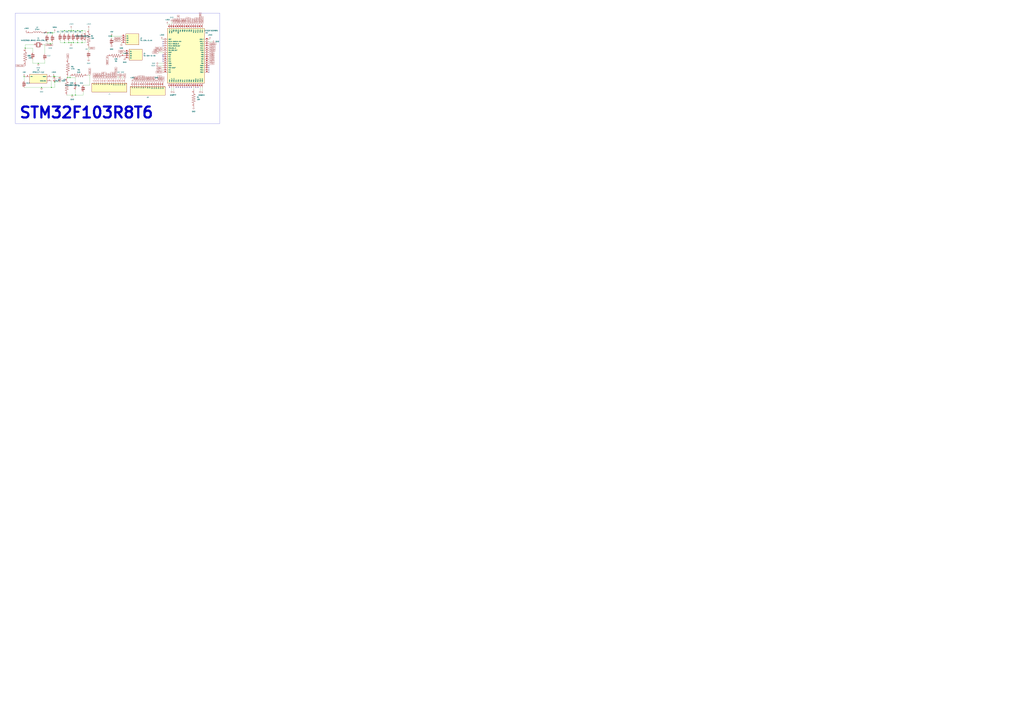
<source format=kicad_sch>
(kicad_sch (version 20230121) (generator eeschema)

  (uuid 65bd57d0-ec90-4224-a273-717b4446b583)

  (paper "A0")

  (lib_symbols
    (symbol "AMS1117-3.3:AMS1117-3.3" (pin_names (offset 1.016)) (in_bom yes) (on_board yes)
      (property "Reference" "U" (at -10.16 5.588 0)
        (effects (font (size 1.27 1.27)) (justify left bottom))
      )
      (property "Value" "AMS1117-3.3" (at -10.16 -8.128 0)
        (effects (font (size 1.27 1.27)) (justify left bottom))
      )
      (property "Footprint" "AMS1117-3.3:SOT229P700X180-4N" (at 0 0 0)
        (effects (font (size 1.27 1.27)) (justify bottom) hide)
      )
      (property "Datasheet" "" (at 0 0 0)
        (effects (font (size 1.27 1.27)) hide)
      )
      (property "MF" "Advanced Monolithic Systems" (at 0 0 0)
        (effects (font (size 1.27 1.27)) (justify bottom) hide)
      )
      (property "MAXIMUM_PACKAGE_HEIGHT" "1.8 mm" (at 0 0 0)
        (effects (font (size 1.27 1.27)) (justify bottom) hide)
      )
      (property "Package" "SOT-223 Seeed Technology" (at 0 0 0)
        (effects (font (size 1.27 1.27)) (justify bottom) hide)
      )
      (property "Price" "None" (at 0 0 0)
        (effects (font (size 1.27 1.27)) (justify bottom) hide)
      )
      (property "Check_prices" "https://www.snapeda.com/parts/AMS1117-3.3/Advanced+Monolithic+Systems/view-part/?ref=eda" (at 0 0 0)
        (effects (font (size 1.27 1.27)) (justify bottom) hide)
      )
      (property "STANDARD" "IPC 7351B" (at 0 0 0)
        (effects (font (size 1.27 1.27)) (justify bottom) hide)
      )
      (property "PARTREV" "N/A" (at 0 0 0)
        (effects (font (size 1.27 1.27)) (justify bottom) hide)
      )
      (property "SnapEDA_Link" "https://www.snapeda.com/parts/AMS1117-3.3/Advanced+Monolithic+Systems/view-part/?ref=snap" (at 0 0 0)
        (effects (font (size 1.27 1.27)) (justify bottom) hide)
      )
      (property "SNAPEDA_PACKAGE_ID" "71280" (at 0 0 0)
        (effects (font (size 1.27 1.27)) (justify bottom) hide)
      )
      (property "MP" "AMS1117-3.3" (at 0 0 0)
        (effects (font (size 1.27 1.27)) (justify bottom) hide)
      )
      (property "Description" "\nSot223/Pkg Regulador de voltaje de caída baja de 1 amperio y 3,3 voltios\n" (at 0 0 0)
        (effects (font (size 1.27 1.27)) (justify bottom) hide)
      )
      (property "MANUFACTURER" "Advanced Monolithic Systems" (at 0 0 0)
        (effects (font (size 1.27 1.27)) (justify bottom) hide)
      )
      (property "Availability" "Not in stock" (at 0 0 0)
        (effects (font (size 1.27 1.27)) (justify bottom) hide)
      )
      (property "SNAPEDA_PN" "AMS1117-3.3" (at 0 0 0)
        (effects (font (size 1.27 1.27)) (justify bottom) hide)
      )
      (symbol "AMS1117-3.3_0_0"
        (rectangle (start -10.16 -5.08) (end 10.16 5.08)
          (stroke (width 0.254) (type default))
          (fill (type background))
        )
        (pin power_in line (at 15.24 -2.54 180) (length 5.08)
          (name "GND/ADJ" (effects (font (size 1.016 1.016))))
          (number "1" (effects (font (size 1.016 1.016))))
        )
        (pin output line (at 15.24 2.54 180) (length 5.08)
          (name "VOUT" (effects (font (size 1.016 1.016))))
          (number "2" (effects (font (size 1.016 1.016))))
        )
        (pin input line (at -15.24 2.54 0) (length 5.08)
          (name "VIN" (effects (font (size 1.016 1.016))))
          (number "3" (effects (font (size 1.016 1.016))))
        )
      )
    )
    (symbol "CL05B104KO5NNNC:CL05B104KO5NNNC" (pin_names (offset 1.016)) (in_bom yes) (on_board yes)
      (property "Reference" "C" (at 0 3.81 0)
        (effects (font (size 1.27 1.27)) (justify left bottom))
      )
      (property "Value" "CL05B104KO5NNNC" (at 0 -5.08 0)
        (effects (font (size 1.27 1.27)) (justify left bottom))
      )
      (property "Footprint" "CL05B104KO5NNNC:CAPC1005X55N" (at 0 0 0)
        (effects (font (size 1.27 1.27)) (justify bottom) hide)
      )
      (property "Datasheet" "" (at 0 0 0)
        (effects (font (size 1.27 1.27)) hide)
      )
      (property "MF" "Samsung" (at 0 0 0)
        (effects (font (size 1.27 1.27)) (justify bottom) hide)
      )
      (property "Description" "\nCondensador cerámico X7R 0402 (1005 métrico) 0,1 µF ±10 % 16 V\n" (at 0 0 0)
        (effects (font (size 1.27 1.27)) (justify bottom) hide)
      )
      (property "Package" "0402 Samsung" (at 0 0 0)
        (effects (font (size 1.27 1.27)) (justify bottom) hide)
      )
      (property "Price" "None" (at 0 0 0)
        (effects (font (size 1.27 1.27)) (justify bottom) hide)
      )
      (property "SnapEDA_Link" "https://www.snapeda.com/parts/CL05B104KO5NNNC/Samsung+Electro-Mechanics/view-part/?ref=snap" (at 0 0 0)
        (effects (font (size 1.27 1.27)) (justify bottom) hide)
      )
      (property "MP" "CL05B104KO5NNNC" (at 0 0 0)
        (effects (font (size 1.27 1.27)) (justify bottom) hide)
      )
      (property "Purchase-URL" "https://www.snapeda.com/api/url_track_click_mouser/?unipart_id=544121&manufacturer=Samsung&part_name=CL05B104KO5NNNC&search_term=cl05b104ko5nnnc" (at 0 0 0)
        (effects (font (size 1.27 1.27)) (justify bottom) hide)
      )
      (property "Availability" "In Stock" (at 0 0 0)
        (effects (font (size 1.27 1.27)) (justify bottom) hide)
      )
      (property "Check_prices" "https://www.snapeda.com/parts/CL05B104KO5NNNC/Samsung+Electro-Mechanics/view-part/?ref=eda" (at 0 0 0)
        (effects (font (size 1.27 1.27)) (justify bottom) hide)
      )
      (symbol "CL05B104KO5NNNC_0_0"
        (rectangle (start 0 -1.905) (end 0.635 1.905)
          (stroke (width 0.1) (type default))
          (fill (type outline))
        )
        (rectangle (start 1.905 -1.905) (end 2.54 1.905)
          (stroke (width 0.1) (type default))
          (fill (type outline))
        )
        (pin passive line (at 5.08 0 180) (length 2.54)
          (name "~" (effects (font (size 1.016 1.016))))
          (number "1" (effects (font (size 1.016 1.016))))
        )
        (pin passive line (at -2.54 0 0) (length 2.54)
          (name "~" (effects (font (size 1.016 1.016))))
          (number "2" (effects (font (size 1.016 1.016))))
        )
      )
    )
    (symbol "CRGCQ0402F10K:CRGCQ0402F10K" (pin_names (offset 1.016)) (in_bom yes) (on_board yes)
      (property "Reference" "R" (at -7.6244 2.5415 0)
        (effects (font (size 1.27 1.27)) (justify left bottom))
      )
      (property "Value" "CRGCQ0402F10K" (at -7.63 -5.0866 0)
        (effects (font (size 1.27 1.27)) (justify left bottom))
      )
      (property "Footprint" "CRGCQ0402F10K:RESC1005X40N" (at 0 0 0)
        (effects (font (size 1.27 1.27)) (justify bottom) hide)
      )
      (property "Datasheet" "" (at 0 0 0)
        (effects (font (size 1.27 1.27)) hide)
      )
      (property "Comment" "3-2176337-7" (at 0 0 0)
        (effects (font (size 1.27 1.27)) (justify bottom) hide)
      )
      (property "DigiKey_Part_Number" "A129639TR-ND" (at 0 0 0)
        (effects (font (size 1.27 1.27)) (justify bottom) hide)
      )
      (property "MF" "TE Connectivity" (at 0 0 0)
        (effects (font (size 1.27 1.27)) (justify bottom) hide)
      )
      (property "Purchase-URL" "https://www.snapeda.com/api/url_track_click_mouser/?unipart_id=3186991&manufacturer=TE Connectivity&part_name=CRGCQ0402F10K&search_term=resistores 10k 0402" (at 0 0 0)
        (effects (font (size 1.27 1.27)) (justify bottom) hide)
      )
      (property "Package" "1005 Yageo" (at 0 0 0)
        (effects (font (size 1.27 1.27)) (justify bottom) hide)
      )
      (property "SnapEDA_Link" "https://www.snapeda.com/parts/CRGCQ0402F10K/TE+Connectivity/view-part/?ref=snap" (at 0 0 0)
        (effects (font (size 1.27 1.27)) (justify bottom) hide)
      )
      (property "MP" "CRGCQ0402F10K" (at 0 0 0)
        (effects (font (size 1.27 1.27)) (justify bottom) hide)
      )
      (property "Description" "\nResistencia Fija CRGCQ 0402 10K 1%\n" (at 0 0 0)
        (effects (font (size 1.27 1.27)) (justify bottom) hide)
      )
      (property "Check_prices" "https://www.snapeda.com/parts/CRGCQ0402F10K/TE+Connectivity/view-part/?ref=eda" (at 0 0 0)
        (effects (font (size 1.27 1.27)) (justify bottom) hide)
      )
      (symbol "CRGCQ0402F10K_0_0"
        (polyline
          (pts
            (xy -5.08 0)
            (xy -4.445 1.905)
          )
          (stroke (width 0.254) (type default))
          (fill (type none))
        )
        (polyline
          (pts
            (xy -4.445 1.905)
            (xy -3.175 -1.905)
          )
          (stroke (width 0.254) (type default))
          (fill (type none))
        )
        (polyline
          (pts
            (xy -3.175 -1.905)
            (xy -1.905 1.905)
          )
          (stroke (width 0.254) (type default))
          (fill (type none))
        )
        (polyline
          (pts
            (xy -1.905 1.905)
            (xy -0.635 -1.905)
          )
          (stroke (width 0.254) (type default))
          (fill (type none))
        )
        (polyline
          (pts
            (xy -0.635 -1.905)
            (xy 0.635 1.905)
          )
          (stroke (width 0.254) (type default))
          (fill (type none))
        )
        (polyline
          (pts
            (xy 0.635 1.905)
            (xy 1.905 -1.905)
          )
          (stroke (width 0.254) (type default))
          (fill (type none))
        )
        (polyline
          (pts
            (xy 1.905 -1.905)
            (xy 3.175 1.905)
          )
          (stroke (width 0.254) (type default))
          (fill (type none))
        )
        (polyline
          (pts
            (xy 3.175 1.905)
            (xy 4.445 -1.905)
          )
          (stroke (width 0.254) (type default))
          (fill (type none))
        )
        (polyline
          (pts
            (xy 4.445 -1.905)
            (xy 5.08 0)
          )
          (stroke (width 0.254) (type default))
          (fill (type none))
        )
        (pin passive line (at -10.16 0 0) (length 5.08)
          (name "~" (effects (font (size 1.016 1.016))))
          (number "1" (effects (font (size 1.016 1.016))))
        )
        (pin passive line (at 10.16 0 180) (length 5.08)
          (name "~" (effects (font (size 1.016 1.016))))
          (number "2" (effects (font (size 1.016 1.016))))
        )
      )
    )
    (symbol "MLG1005S10NHT000:MLG1005S10NHT000" (pin_names (offset 1.016)) (in_bom yes) (on_board yes)
      (property "Reference" "L" (at -10.16 7.62 0)
        (effects (font (size 1.27 1.27)) (justify left bottom))
      )
      (property "Value" "MLG1005S10NHT000" (at -10.16 5.08 0)
        (effects (font (size 1.27 1.27)) (justify left bottom))
      )
      (property "Footprint" "MLG1005S10NHT000:INDC1005X55N" (at 0 0 0)
        (effects (font (size 1.27 1.27)) (justify bottom) hide)
      )
      (property "Datasheet" "" (at 0 0 0)
        (effects (font (size 1.27 1.27)) hide)
      )
      (property "MF" "TDK" (at 0 0 0)
        (effects (font (size 1.27 1.27)) (justify bottom) hide)
      )
      (property "Description" "\nInductor Chip de alta frecuencia Sin blindaje Multicapa 0.01uH 3% 100MHz 8Q-Factor Cerámica 0.5A 0.35Ohm DCR 0402 T/R\n" (at 0 0 0)
        (effects (font (size 1.27 1.27)) (justify bottom) hide)
      )
      (property "Package" "1005-2 TDK" (at 0 0 0)
        (effects (font (size 1.27 1.27)) (justify bottom) hide)
      )
      (property "Price" "None" (at 0 0 0)
        (effects (font (size 1.27 1.27)) (justify bottom) hide)
      )
      (property "SnapEDA_Link" "https://www.snapeda.com/parts/MLG1005S10NHT000/TDK/view-part/?ref=snap" (at 0 0 0)
        (effects (font (size 1.27 1.27)) (justify bottom) hide)
      )
      (property "MP" "MLG1005S10NHT000" (at 0 0 0)
        (effects (font (size 1.27 1.27)) (justify bottom) hide)
      )
      (property "Purchase-URL" "https://www.snapeda.com/api/url_track_click_mouser/?unipart_id=1547044&manufacturer=TDK&part_name=MLG1005S10NHT000&search_term=mlg1005s10nht000" (at 0 0 0)
        (effects (font (size 1.27 1.27)) (justify bottom) hide)
      )
      (property "Availability" "In Stock" (at 0 0 0)
        (effects (font (size 1.27 1.27)) (justify bottom) hide)
      )
      (property "Check_prices" "https://www.snapeda.com/parts/MLG1005S10NHT000/TDK/view-part/?ref=eda" (at 0 0 0)
        (effects (font (size 1.27 1.27)) (justify bottom) hide)
      )
      (symbol "MLG1005S10NHT000_0_0"
        (arc (start -2.54 0) (mid -3.81 1.2645) (end -5.08 0)
          (stroke (width 0.254) (type default))
          (fill (type none))
        )
        (arc (start 0 0) (mid -1.27 1.2645) (end -2.54 0)
          (stroke (width 0.254) (type default))
          (fill (type none))
        )
        (polyline
          (pts
            (xy -5.08 0)
            (xy -7.62 0)
          )
          (stroke (width 0.254) (type default))
          (fill (type none))
        )
        (polyline
          (pts
            (xy 5.08 0)
            (xy 7.62 0)
          )
          (stroke (width 0.254) (type default))
          (fill (type none))
        )
        (arc (start 2.54 0) (mid 1.27 1.2645) (end 0 0)
          (stroke (width 0.254) (type default))
          (fill (type none))
        )
        (arc (start 5.08 0) (mid 3.81 1.2645) (end 2.54 0)
          (stroke (width 0.254) (type default))
          (fill (type none))
        )
        (pin passive line (at -12.7 0 0) (length 5.08)
          (name "~" (effects (font (size 1.016 1.016))))
          (number "1" (effects (font (size 1.016 1.016))))
        )
        (pin passive line (at 12.7 0 180) (length 5.08)
          (name "~" (effects (font (size 1.016 1.016))))
          (number "2" (effects (font (size 1.016 1.016))))
        )
      )
    )
    (symbol "NX3225GD-8MHZ-STD-CRA-3:NX3225GD-8MHZ-STD-CRA-3" (pin_names (offset 1.016)) (in_bom yes) (on_board yes)
      (property "Reference" "Y" (at -5.0878 3.8159 0)
        (effects (font (size 1.27 1.27)) (justify left bottom))
      )
      (property "Value" "NX3225GD-8MHZ-STD-CRA-3" (at -5.0944 -5.0944 0)
        (effects (font (size 1.27 1.27)) (justify left bottom))
      )
      (property "Footprint" "NX3225GD-8MHZ-STD-CRA-3:XTAL_NX3225GD-8MHZ-STD-CRA-3" (at 0 0 0)
        (effects (font (size 1.27 1.27)) (justify bottom) hide)
      )
      (property "Datasheet" "" (at 0 0 0)
        (effects (font (size 1.27 1.27)) hide)
      )
      (property "MF" "NDK America," (at 0 0 0)
        (effects (font (size 1.27 1.27)) (justify bottom) hide)
      )
      (property "Description" "\n8 MHz ±50 ppm Cristal 8 pF 500 ohmios 2-SMD, sin conductor\n" (at 0 0 0)
        (effects (font (size 1.27 1.27)) (justify bottom) hide)
      )
      (property "Package" "SMD-2 NDK" (at 0 0 0)
        (effects (font (size 1.27 1.27)) (justify bottom) hide)
      )
      (property "Price" "None" (at 0 0 0)
        (effects (font (size 1.27 1.27)) (justify bottom) hide)
      )
      (property "Check_prices" "https://www.snapeda.com/parts/NX3225GD-8MHZ-STD-CRA-3/NDK+America%252C+Inc./view-part/?ref=eda" (at 0 0 0)
        (effects (font (size 1.27 1.27)) (justify bottom) hide)
      )
      (property "SnapEDA_Link" "https://www.snapeda.com/parts/NX3225GD-8MHZ-STD-CRA-3/NDK+America%252C+Inc./view-part/?ref=snap" (at 0 0 0)
        (effects (font (size 1.27 1.27)) (justify bottom) hide)
      )
      (property "MP" "NX3225GD-8MHZ-STD-CRA-3" (at 0 0 0)
        (effects (font (size 1.27 1.27)) (justify bottom) hide)
      )
      (property "Availability" "In Stock" (at 0 0 0)
        (effects (font (size 1.27 1.27)) (justify bottom) hide)
      )
      (property "Purchase-URL" "https://pricing.snapeda.com/search/part/NX3225GD-8MHZ-STD-CRA-3/?ref=eda" (at 0 0 0)
        (effects (font (size 1.27 1.27)) (justify bottom) hide)
      )
      (symbol "NX3225GD-8MHZ-STD-CRA-3_0_0"
        (polyline
          (pts
            (xy -2.3368 2.54)
            (xy -2.3368 -2.54)
          )
          (stroke (width 0.4064) (type default))
          (fill (type none))
        )
        (polyline
          (pts
            (xy -1.397 2.54)
            (xy -1.397 -2.54)
          )
          (stroke (width 0.4064) (type default))
          (fill (type none))
        )
        (polyline
          (pts
            (xy -1.397 2.54)
            (xy 1.397 2.54)
          )
          (stroke (width 0.4064) (type default))
          (fill (type none))
        )
        (polyline
          (pts
            (xy 1.397 -2.54)
            (xy -1.397 -2.54)
          )
          (stroke (width 0.4064) (type default))
          (fill (type none))
        )
        (polyline
          (pts
            (xy 1.397 2.54)
            (xy 1.397 -2.54)
          )
          (stroke (width 0.4064) (type default))
          (fill (type none))
        )
        (polyline
          (pts
            (xy 2.3368 2.54)
            (xy 2.3368 -2.54)
          )
          (stroke (width 0.4064) (type default))
          (fill (type none))
        )
        (pin passive line (at -5.08 0 0) (length 2.54)
          (name "~" (effects (font (size 1.016 1.016))))
          (number "1" (effects (font (size 1.016 1.016))))
        )
        (pin passive line (at 5.08 0 180) (length 2.54)
          (name "~" (effects (font (size 1.016 1.016))))
          (number "2" (effects (font (size 1.016 1.016))))
        )
      )
    )
    (symbol "New_Library:Capacitores_" (in_bom yes) (on_board yes)
      (property "Reference" "U" (at -5.08 -2.54 0)
        (effects (font (size 1.27 1.27)))
      )
      (property "Value" "" (at -6.35 -2.54 0)
        (effects (font (size 1.27 1.27)))
      )
      (property "Footprint" "" (at -6.35 -2.54 0)
        (effects (font (size 1.27 1.27)) hide)
      )
      (property "Datasheet" "" (at -6.35 -2.54 0)
        (effects (font (size 1.27 1.27)) hide)
      )
      (symbol "Capacitores__0_1"
        (rectangle (start -2.54 0) (end 2.54 0)
          (stroke (width 0) (type default))
          (fill (type none))
        )
        (arc (start 1.905 -1.9051) (mid 0 -1.2587) (end -1.905 -1.9051)
          (stroke (width 0) (type default))
          (fill (type none))
        )
      )
      (symbol "Capacitores__1_1"
        (pin input line (at 0 2.54 270) (length 2.54)
          (name "" (effects (font (size 1.27 1.27))))
          (number "1" (effects (font (size 1.27 1.27))))
        )
        (pin input line (at 0 -3.81 90) (length 2.54)
          (name "" (effects (font (size 1.27 1.27))))
          (number "2" (effects (font (size 1.27 1.27))))
        )
      )
    )
    (symbol "New_Library:Diodos_de_los_supresores/TVS_del_ESD_DE_3.3V" (in_bom yes) (on_board yes)
      (property "Reference" "U" (at -3.81 -1.27 0)
        (effects (font (size 1.27 1.27)))
      )
      (property "Value" "" (at -3.81 -1.27 0)
        (effects (font (size 1.27 1.27)))
      )
      (property "Footprint" "" (at -3.81 -1.27 0)
        (effects (font (size 1.27 1.27)) hide)
      )
      (property "Datasheet" "" (at -3.81 -1.27 0)
        (effects (font (size 1.27 1.27)) hide)
      )
      (symbol "Diodos_de_los_supresores/TVS_del_ESD_DE_3.3V_0_1"
        (rectangle (start -1.27 -3.81) (end 1.27 -3.81)
          (stroke (width 0) (type default))
          (fill (type none))
        )
        (rectangle (start -1.27 -2.54) (end 1.27 -2.54)
          (stroke (width 0) (type default))
          (fill (type none))
        )
        (arc (start -1.27 -1.27) (mid -0.372 -0.898) (end 0 0)
          (stroke (width 0) (type default))
          (fill (type none))
        )
        (rectangle (start -1.27 -1.27) (end 1.27 -1.27)
          (stroke (width 0) (type default))
          (fill (type none))
        )
        (rectangle (start -1.27 0) (end 1.27 0)
          (stroke (width 0) (type default))
          (fill (type none))
        )
        (arc (start 0 -3.81) (mid -0.372 -2.912) (end -1.27 -2.54)
          (stroke (width 0) (type default))
          (fill (type none))
        )
        (rectangle (start 0 -1.27) (end 0 -2.54)
          (stroke (width 0) (type default))
          (fill (type none))
        )
        (arc (start 0 0) (mid 0.372 -0.898) (end 1.27 -1.27)
          (stroke (width 0) (type default))
          (fill (type none))
        )
        (arc (start 1.27 -2.54) (mid 0.372 -2.912) (end 0 -3.81)
          (stroke (width 0) (type default))
          (fill (type none))
        )
        (rectangle (start 1.27 0) (end 1.27 0)
          (stroke (width 0) (type default))
          (fill (type none))
        )
      )
      (symbol "Diodos_de_los_supresores/TVS_del_ESD_DE_3.3V_1_1"
        (pin input line (at 0 2.54 270) (length 2.54)
          (name "" (effects (font (size 1.27 1.27))))
          (number "1" (effects (font (size 1.27 1.27))))
        )
        (pin input line (at 0 -6.35 90) (length 2.54)
          (name "" (effects (font (size 1.27 1.27))))
          (number "2" (effects (font (size 1.27 1.27))))
        )
      )
    )
    (symbol "STM32F103R8T6:STM32F103R8T6" (pin_names (offset 1.016)) (in_bom yes) (on_board yes)
      (property "Reference" "IC" (at 49.53 17.78 0)
        (effects (font (size 1.27 1.27)) (justify left))
      )
      (property "Value" "STM32F103R8T6" (at 49.53 15.24 0)
        (effects (font (size 1.27 1.27)) (justify left))
      )
      (property "Footprint" "STM32F103R8T6:QFP50P1200X1200X160-64N" (at 0 0 0)
        (effects (font (size 1.27 1.27)) (justify bottom) hide)
      )
      (property "Datasheet" "" (at 0 0 0)
        (effects (font (size 1.27 1.27)) hide)
      )
      (property "Manufacturer_Name" "STMicroelectronics" (at 0 0 0)
        (effects (font (size 1.27 1.27)) (justify bottom) hide)
      )
      (property "MF" "STMicroelectronics" (at 0 0 0)
        (effects (font (size 1.27 1.27)) (justify bottom) hide)
      )
      (property "RS_Price-Stock" "http://uk.rs-online.com/web/p/products/0402324P" (at 0 0 0)
        (effects (font (size 1.27 1.27)) (justify bottom) hide)
      )
      (property "Description" "\nMicrocontrolador ARM® Cortex®-M3 STM32F1 IC 32 bits 72 MHz 64 KB (64 K x 8) FLASH 64-LQFP (10x10)\n" (at 0 0 0)
        (effects (font (size 1.27 1.27)) (justify bottom) hide)
      )
      (property "Allied_Number" "70391003" (at 0 0 0)
        (effects (font (size 1.27 1.27)) (justify bottom) hide)
      )
      (property "RS_Part_Number" "0402324P" (at 0 0 0)
        (effects (font (size 1.27 1.27)) (justify bottom) hide)
      )
      (property "Allied_Price-Stock" "http://www.alliedelec.com/stmicroelectronics-stm32f103r8t6/70391003/" (at 0 0 0)
        (effects (font (size 1.27 1.27)) (justify bottom) hide)
      )
      (property "Price" "None" (at 0 0 0)
        (effects (font (size 1.27 1.27)) (justify bottom) hide)
      )
      (property "Mouser_Part_Number" "511-STM32F103R8T6" (at 0 0 0)
        (effects (font (size 1.27 1.27)) (justify bottom) hide)
      )
      (property "Check_prices" "https://www.snapeda.com/parts/STM32F103R8T6/STMicroelectronics/view-part/?ref=eda" (at 0 0 0)
        (effects (font (size 1.27 1.27)) (justify bottom) hide)
      )
      (property "Height" "1.6mm" (at 0 0 0)
        (effects (font (size 1.27 1.27)) (justify bottom) hide)
      )
      (property "SnapEDA_Link" "https://www.snapeda.com/parts/STM32F103R8T6/STMicroelectronics/view-part/?ref=snap" (at 0 0 0)
        (effects (font (size 1.27 1.27)) (justify bottom) hide)
      )
      (property "MP" "STM32F103R8T6" (at 0 0 0)
        (effects (font (size 1.27 1.27)) (justify bottom) hide)
      )
      (property "Package" "LQFP-64 STMicroelectronics" (at 0 0 0)
        (effects (font (size 1.27 1.27)) (justify bottom) hide)
      )
      (property "Purchase-URL" "https://www.snapeda.com/api/url_track_click_mouser/?unipart_id=559223&manufacturer=STMicroelectronics&part_name=STM32F103R8T6&search_term=stm32f103r8t6" (at 0 0 0)
        (effects (font (size 1.27 1.27)) (justify bottom) hide)
      )
      (property "Mouser_Price-Stock" "https://www.mouser.com/Search/Refine.aspx?Keyword=511-STM32F103R8T6" (at 0 0 0)
        (effects (font (size 1.27 1.27)) (justify bottom) hide)
      )
      (property "Availability" "In Stock" (at 0 0 0)
        (effects (font (size 1.27 1.27)) (justify bottom) hide)
      )
      (property "Manufacturer_Part_Number" "STM32F103R8T6" (at 0 0 0)
        (effects (font (size 1.27 1.27)) (justify bottom) hide)
      )
      (symbol "STM32F103R8T6_0_0"
        (rectangle (start 5.08 -50.8) (end 48.26 12.7)
          (stroke (width 0.254) (type default))
          (fill (type background))
        )
        (pin bidirectional line (at 0 0 0) (length 5.08)
          (name "VBAT" (effects (font (size 1.016 1.016))))
          (number "1" (effects (font (size 1.016 1.016))))
        )
        (pin bidirectional line (at 0 -22.86 0) (length 5.08)
          (name "PC2" (effects (font (size 1.016 1.016))))
          (number "10" (effects (font (size 1.016 1.016))))
        )
        (pin bidirectional line (at 0 -25.4 0) (length 5.08)
          (name "PC3" (effects (font (size 1.016 1.016))))
          (number "11" (effects (font (size 1.016 1.016))))
        )
        (pin power_in line (at 0 -27.94 0) (length 5.08)
          (name "VSSA" (effects (font (size 1.016 1.016))))
          (number "12" (effects (font (size 1.016 1.016))))
        )
        (pin power_in line (at 0 -30.48 0) (length 5.08)
          (name "VDDA" (effects (font (size 1.016 1.016))))
          (number "13" (effects (font (size 1.016 1.016))))
        )
        (pin bidirectional line (at 0 -33.02 0) (length 5.08)
          (name "PA0-WKUP" (effects (font (size 1.016 1.016))))
          (number "14" (effects (font (size 1.016 1.016))))
        )
        (pin bidirectional line (at 0 -35.56 0) (length 5.08)
          (name "PA1" (effects (font (size 1.016 1.016))))
          (number "15" (effects (font (size 1.016 1.016))))
        )
        (pin bidirectional line (at 0 -38.1 0) (length 5.08)
          (name "PA2" (effects (font (size 1.016 1.016))))
          (number "16" (effects (font (size 1.016 1.016))))
        )
        (pin bidirectional line (at 7.62 -55.88 90) (length 5.08)
          (name "PA3" (effects (font (size 1.016 1.016))))
          (number "17" (effects (font (size 1.016 1.016))))
        )
        (pin power_in line (at 10.16 -55.88 90) (length 5.08)
          (name "VSS_4" (effects (font (size 1.016 1.016))))
          (number "18" (effects (font (size 1.016 1.016))))
        )
        (pin power_in line (at 12.7 -55.88 90) (length 5.08)
          (name "VDD_4" (effects (font (size 1.016 1.016))))
          (number "19" (effects (font (size 1.016 1.016))))
        )
        (pin bidirectional line (at 0 -2.54 0) (length 5.08)
          (name "PC13-TAMPER-RTC" (effects (font (size 1.016 1.016))))
          (number "2" (effects (font (size 1.016 1.016))))
        )
        (pin bidirectional line (at 15.24 -55.88 90) (length 5.08)
          (name "PA4" (effects (font (size 1.016 1.016))))
          (number "20" (effects (font (size 1.016 1.016))))
        )
        (pin bidirectional line (at 17.78 -55.88 90) (length 5.08)
          (name "PA5" (effects (font (size 1.016 1.016))))
          (number "21" (effects (font (size 1.016 1.016))))
        )
        (pin bidirectional line (at 20.32 -55.88 90) (length 5.08)
          (name "PA6" (effects (font (size 1.016 1.016))))
          (number "22" (effects (font (size 1.016 1.016))))
        )
        (pin bidirectional line (at 22.86 -55.88 90) (length 5.08)
          (name "PA7" (effects (font (size 1.016 1.016))))
          (number "23" (effects (font (size 1.016 1.016))))
        )
        (pin bidirectional line (at 25.4 -55.88 90) (length 5.08)
          (name "PC4" (effects (font (size 1.016 1.016))))
          (number "24" (effects (font (size 1.016 1.016))))
        )
        (pin bidirectional line (at 27.94 -55.88 90) (length 5.08)
          (name "PC5" (effects (font (size 1.016 1.016))))
          (number "25" (effects (font (size 1.016 1.016))))
        )
        (pin bidirectional line (at 30.48 -55.88 90) (length 5.08)
          (name "PB0" (effects (font (size 1.016 1.016))))
          (number "26" (effects (font (size 1.016 1.016))))
        )
        (pin bidirectional line (at 33.02 -55.88 90) (length 5.08)
          (name "PB1" (effects (font (size 1.016 1.016))))
          (number "27" (effects (font (size 1.016 1.016))))
        )
        (pin bidirectional line (at 35.56 -55.88 90) (length 5.08)
          (name "PB2" (effects (font (size 1.016 1.016))))
          (number "28" (effects (font (size 1.016 1.016))))
        )
        (pin bidirectional line (at 38.1 -55.88 90) (length 5.08)
          (name "PB10" (effects (font (size 1.016 1.016))))
          (number "29" (effects (font (size 1.016 1.016))))
        )
        (pin input line (at 0 -5.08 0) (length 5.08)
          (name "PC14-OSC32_IN" (effects (font (size 1.016 1.016))))
          (number "3" (effects (font (size 1.016 1.016))))
        )
        (pin bidirectional line (at 40.64 -55.88 90) (length 5.08)
          (name "PB11" (effects (font (size 1.016 1.016))))
          (number "30" (effects (font (size 1.016 1.016))))
        )
        (pin power_in line (at 43.18 -55.88 90) (length 5.08)
          (name "VSS_1" (effects (font (size 1.016 1.016))))
          (number "31" (effects (font (size 1.016 1.016))))
        )
        (pin power_in line (at 45.72 -55.88 90) (length 5.08)
          (name "VDD_1" (effects (font (size 1.016 1.016))))
          (number "32" (effects (font (size 1.016 1.016))))
        )
        (pin bidirectional line (at 53.34 -38.1 180) (length 5.08)
          (name "PB12" (effects (font (size 1.016 1.016))))
          (number "33" (effects (font (size 1.016 1.016))))
        )
        (pin bidirectional line (at 53.34 -35.56 180) (length 5.08)
          (name "PB13" (effects (font (size 1.016 1.016))))
          (number "34" (effects (font (size 1.016 1.016))))
        )
        (pin bidirectional line (at 53.34 -33.02 180) (length 5.08)
          (name "PB14" (effects (font (size 1.016 1.016))))
          (number "35" (effects (font (size 1.016 1.016))))
        )
        (pin bidirectional line (at 53.34 -30.48 180) (length 5.08)
          (name "PB15" (effects (font (size 1.016 1.016))))
          (number "36" (effects (font (size 1.016 1.016))))
        )
        (pin bidirectional line (at 53.34 -27.94 180) (length 5.08)
          (name "PC6" (effects (font (size 1.016 1.016))))
          (number "37" (effects (font (size 1.016 1.016))))
        )
        (pin bidirectional line (at 53.34 -25.4 180) (length 5.08)
          (name "PC7" (effects (font (size 1.016 1.016))))
          (number "38" (effects (font (size 1.016 1.016))))
        )
        (pin bidirectional line (at 53.34 -22.86 180) (length 5.08)
          (name "PC8" (effects (font (size 1.016 1.016))))
          (number "39" (effects (font (size 1.016 1.016))))
        )
        (pin output line (at 0 -7.62 0) (length 5.08)
          (name "PC15-OSC32_OUT" (effects (font (size 1.016 1.016))))
          (number "4" (effects (font (size 1.016 1.016))))
        )
        (pin bidirectional line (at 53.34 -20.32 180) (length 5.08)
          (name "PC9" (effects (font (size 1.016 1.016))))
          (number "40" (effects (font (size 1.016 1.016))))
        )
        (pin bidirectional line (at 53.34 -17.78 180) (length 5.08)
          (name "PA8" (effects (font (size 1.016 1.016))))
          (number "41" (effects (font (size 1.016 1.016))))
        )
        (pin bidirectional line (at 53.34 -15.24 180) (length 5.08)
          (name "PA9" (effects (font (size 1.016 1.016))))
          (number "42" (effects (font (size 1.016 1.016))))
        )
        (pin bidirectional line (at 53.34 -12.7 180) (length 5.08)
          (name "PA10" (effects (font (size 1.016 1.016))))
          (number "43" (effects (font (size 1.016 1.016))))
        )
        (pin bidirectional line (at 53.34 -10.16 180) (length 5.08)
          (name "PA11" (effects (font (size 1.016 1.016))))
          (number "44" (effects (font (size 1.016 1.016))))
        )
        (pin bidirectional line (at 53.34 -7.62 180) (length 5.08)
          (name "PA12" (effects (font (size 1.016 1.016))))
          (number "45" (effects (font (size 1.016 1.016))))
        )
        (pin bidirectional line (at 53.34 -5.08 180) (length 5.08)
          (name "PA13" (effects (font (size 1.016 1.016))))
          (number "46" (effects (font (size 1.016 1.016))))
        )
        (pin power_in line (at 53.34 -2.54 180) (length 5.08)
          (name "VSS_2" (effects (font (size 1.016 1.016))))
          (number "47" (effects (font (size 1.016 1.016))))
        )
        (pin power_in line (at 53.34 0 180) (length 5.08)
          (name "VDD_2" (effects (font (size 1.016 1.016))))
          (number "48" (effects (font (size 1.016 1.016))))
        )
        (pin bidirectional line (at 45.72 17.78 270) (length 5.08)
          (name "PA14" (effects (font (size 1.016 1.016))))
          (number "49" (effects (font (size 1.016 1.016))))
        )
        (pin input line (at 0 -10.16 0) (length 5.08)
          (name "PD0_OSC_IN" (effects (font (size 1.016 1.016))))
          (number "5" (effects (font (size 1.016 1.016))))
        )
        (pin bidirectional line (at 43.18 17.78 270) (length 5.08)
          (name "PA15" (effects (font (size 1.016 1.016))))
          (number "50" (effects (font (size 1.016 1.016))))
        )
        (pin bidirectional line (at 40.64 17.78 270) (length 5.08)
          (name "PC10" (effects (font (size 1.016 1.016))))
          (number "51" (effects (font (size 1.016 1.016))))
        )
        (pin bidirectional line (at 38.1 17.78 270) (length 5.08)
          (name "PC11" (effects (font (size 1.016 1.016))))
          (number "52" (effects (font (size 1.016 1.016))))
        )
        (pin bidirectional line (at 35.56 17.78 270) (length 5.08)
          (name "PC12" (effects (font (size 1.016 1.016))))
          (number "53" (effects (font (size 1.016 1.016))))
        )
        (pin bidirectional line (at 33.02 17.78 270) (length 5.08)
          (name "PD2" (effects (font (size 1.016 1.016))))
          (number "54" (effects (font (size 1.016 1.016))))
        )
        (pin bidirectional line (at 30.48 17.78 270) (length 5.08)
          (name "PB3" (effects (font (size 1.016 1.016))))
          (number "55" (effects (font (size 1.016 1.016))))
        )
        (pin bidirectional line (at 27.94 17.78 270) (length 5.08)
          (name "PB4" (effects (font (size 1.016 1.016))))
          (number "56" (effects (font (size 1.016 1.016))))
        )
        (pin bidirectional line (at 25.4 17.78 270) (length 5.08)
          (name "PB5" (effects (font (size 1.016 1.016))))
          (number "57" (effects (font (size 1.016 1.016))))
        )
        (pin bidirectional line (at 22.86 17.78 270) (length 5.08)
          (name "PB6" (effects (font (size 1.016 1.016))))
          (number "58" (effects (font (size 1.016 1.016))))
        )
        (pin bidirectional line (at 20.32 17.78 270) (length 5.08)
          (name "PB7" (effects (font (size 1.016 1.016))))
          (number "59" (effects (font (size 1.016 1.016))))
        )
        (pin output line (at 0 -12.7 0) (length 5.08)
          (name "PD1_OSC_OUT" (effects (font (size 1.016 1.016))))
          (number "6" (effects (font (size 1.016 1.016))))
        )
        (pin bidirectional line (at 17.78 17.78 270) (length 5.08)
          (name "BOOT0" (effects (font (size 1.016 1.016))))
          (number "60" (effects (font (size 1.016 1.016))))
        )
        (pin bidirectional line (at 15.24 17.78 270) (length 5.08)
          (name "PB8" (effects (font (size 1.016 1.016))))
          (number "61" (effects (font (size 1.016 1.016))))
        )
        (pin bidirectional line (at 12.7 17.78 270) (length 5.08)
          (name "PB9" (effects (font (size 1.016 1.016))))
          (number "62" (effects (font (size 1.016 1.016))))
        )
        (pin power_in line (at 10.16 17.78 270) (length 5.08)
          (name "VSS_3" (effects (font (size 1.016 1.016))))
          (number "63" (effects (font (size 1.016 1.016))))
        )
        (pin power_in line (at 7.62 17.78 270) (length 5.08)
          (name "VDD_3" (effects (font (size 1.016 1.016))))
          (number "64" (effects (font (size 1.016 1.016))))
        )
        (pin input line (at 0 -15.24 0) (length 5.08)
          (name "NRST" (effects (font (size 1.016 1.016))))
          (number "7" (effects (font (size 1.016 1.016))))
        )
        (pin bidirectional line (at 0 -17.78 0) (length 5.08)
          (name "PC0" (effects (font (size 1.016 1.016))))
          (number "8" (effects (font (size 1.016 1.016))))
        )
        (pin bidirectional line (at 0 -20.32 0) (length 5.08)
          (name "PC1" (effects (font (size 1.016 1.016))))
          (number "9" (effects (font (size 1.016 1.016))))
        )
      )
    )
    (symbol "TS-104-G-AA:TS-104-G-AA" (pin_names (offset 1.016)) (in_bom yes) (on_board yes)
      (property "Reference" "J" (at -8.12 7.62 0)
        (effects (font (size 1.27 1.27)) (justify left bottom))
      )
      (property "Value" "TS-104-G-AA" (at -7.62 -7.62 0)
        (effects (font (size 1.27 1.27)) (justify left bottom))
      )
      (property "Footprint" "TS-104-G-AA:SAMTEC_TS-104-G-AA" (at 0 0 0)
        (effects (font (size 1.27 1.27)) (justify bottom) hide)
      )
      (property "Datasheet" "" (at 0 0 0)
        (effects (font (size 1.27 1.27)) hide)
      )
      (property "MF" "Samtec Inc." (at 0 0 0)
        (effects (font (size 1.27 1.27)) (justify bottom) hide)
      )
      (property "Description" "\nConector sin cubierta HDR 4 POS 2,54 mm Soldadura ST Orificio pasante a granel\n" (at 0 0 0)
        (effects (font (size 1.27 1.27)) (justify bottom) hide)
      )
      (property "Package" "None" (at 0 0 0)
        (effects (font (size 1.27 1.27)) (justify bottom) hide)
      )
      (property "Price" "None" (at 0 0 0)
        (effects (font (size 1.27 1.27)) (justify bottom) hide)
      )
      (property "Check_prices" "https://www.snapeda.com/parts/TS-104-G-AA/Samtec+Inc./view-part/?ref=eda" (at 0 0 0)
        (effects (font (size 1.27 1.27)) (justify bottom) hide)
      )
      (property "STANDARD" "Manufacturer Recommendations" (at 0 0 0)
        (effects (font (size 1.27 1.27)) (justify bottom) hide)
      )
      (property "PARTREV" "R" (at 0 0 0)
        (effects (font (size 1.27 1.27)) (justify bottom) hide)
      )
      (property "SnapEDA_Link" "https://www.snapeda.com/parts/TS-104-G-AA/Samtec+Inc./view-part/?ref=snap" (at 0 0 0)
        (effects (font (size 1.27 1.27)) (justify bottom) hide)
      )
      (property "MP" "TS-104-G-AA" (at 0 0 0)
        (effects (font (size 1.27 1.27)) (justify bottom) hide)
      )
      (property "Purchase-URL" "https://www.snapeda.com/api/url_track_click_mouser/?unipart_id=3265223&manufacturer=Samtec Inc.&part_name=TS-104-G-AA&search_term=ts-104-g-aa" (at 0 0 0)
        (effects (font (size 1.27 1.27)) (justify bottom) hide)
      )
      (property "Availability" "In Stock" (at 0 0 0)
        (effects (font (size 1.27 1.27)) (justify bottom) hide)
      )
      (property "MANUFACTURER" "Samtec Inc." (at 0 0 0)
        (effects (font (size 1.27 1.27)) (justify bottom) hide)
      )
      (symbol "TS-104-G-AA_0_0"
        (rectangle (start -7.62 -5.08) (end 7.62 7.62)
          (stroke (width 0.254) (type default))
          (fill (type background))
        )
        (pin passive line (at -12.7 5.08 0) (length 5.08)
          (name "01" (effects (font (size 1.016 1.016))))
          (number "01" (effects (font (size 1.016 1.016))))
        )
        (pin passive line (at -12.7 2.54 0) (length 5.08)
          (name "02" (effects (font (size 1.016 1.016))))
          (number "02" (effects (font (size 1.016 1.016))))
        )
        (pin passive line (at -12.7 0 0) (length 5.08)
          (name "03" (effects (font (size 1.016 1.016))))
          (number "03" (effects (font (size 1.016 1.016))))
        )
        (pin passive line (at -12.7 -2.54 0) (length 5.08)
          (name "04" (effects (font (size 1.016 1.016))))
          (number "04" (effects (font (size 1.016 1.016))))
        )
      )
    )
    (symbol "V06-1X15-SV-GF-1:V06-1X15-SV-GF-1" (pin_names (offset 1.016)) (in_bom yes) (on_board yes)
      (property "Reference" "J" (at -5.58 20.32 0)
        (effects (font (size 1.27 1.27)) (justify left bottom))
      )
      (property "Value" "V06-1X15-SV-GF-1" (at -5.08 -22.86 0)
        (effects (font (size 1.27 1.27)) (justify left bottom))
      )
      (property "Footprint" "V06-1X15-SV-GF-1:VALCON_V06-1X15-SV-GF-1" (at 0 0 0)
        (effects (font (size 1.27 1.27)) (justify bottom) hide)
      )
      (property "Datasheet" "" (at 0 0 0)
        (effects (font (size 1.27 1.27)) hide)
      )
      (property "MF" "Valcon" (at 0 0 0)
        (effects (font (size 1.27 1.27)) (justify bottom) hide)
      )
      (property "Description" "\nConector hembra para montaje en PCB de una hilera con paso de 2,54 mm Valcon serie V06\n" (at 0 0 0)
        (effects (font (size 1.27 1.27)) (justify bottom) hide)
      )
      (property "Package" "None" (at 0 0 0)
        (effects (font (size 1.27 1.27)) (justify bottom) hide)
      )
      (property "Price" "None" (at 0 0 0)
        (effects (font (size 1.27 1.27)) (justify bottom) hide)
      )
      (property "Check_prices" "https://www.snapeda.com/parts/V06-1x15-SV-GF-1/Valcon/view-part/?ref=eda" (at 0 0 0)
        (effects (font (size 1.27 1.27)) (justify bottom) hide)
      )
      (property "SnapEDA_Link" "https://www.snapeda.com/parts/V06-1x15-SV-GF-1/Valcon/view-part/?ref=snap" (at 0 0 0)
        (effects (font (size 1.27 1.27)) (justify bottom) hide)
      )
      (property "MP" "V06-1x15-SV-GF-1" (at 0 0 0)
        (effects (font (size 1.27 1.27)) (justify bottom) hide)
      )
      (property "Availability" "In Stock" (at 0 0 0)
        (effects (font (size 1.27 1.27)) (justify bottom) hide)
      )
      (property "MANUFACTURER" "VALCON" (at 0 0 0)
        (effects (font (size 1.27 1.27)) (justify bottom) hide)
      )
      (symbol "V06-1X15-SV-GF-1_0_0"
        (rectangle (start -5.3307 -20.32) (end 4.8293 20.32)
          (stroke (width 0.254) (type default))
          (fill (type background))
        )
        (polyline
          (pts
            (xy 3.81 20.32)
            (xy 5.08 19.05)
          )
          (stroke (width 0.254) (type default))
          (fill (type none))
        )
        (polyline
          (pts
            (xy 5.08 -19.05)
            (xy 3.81 -20.32)
          )
          (stroke (width 0.254) (type default))
          (fill (type none))
        )
        (polyline
          (pts
            (xy 5.08 -17.78)
            (xy 3.81 -17.78)
          )
          (stroke (width 0.254) (type default))
          (fill (type none))
        )
        (polyline
          (pts
            (xy 5.08 -15.24)
            (xy 3.81 -15.24)
          )
          (stroke (width 0.254) (type default))
          (fill (type none))
        )
        (polyline
          (pts
            (xy 5.08 -12.7)
            (xy 3.81 -12.7)
          )
          (stroke (width 0.254) (type default))
          (fill (type none))
        )
        (polyline
          (pts
            (xy 5.08 -10.16)
            (xy 3.81 -10.16)
          )
          (stroke (width 0.254) (type default))
          (fill (type none))
        )
        (polyline
          (pts
            (xy 5.08 -7.62)
            (xy 3.81 -7.62)
          )
          (stroke (width 0.254) (type default))
          (fill (type none))
        )
        (polyline
          (pts
            (xy 5.08 -5.08)
            (xy 3.81 -5.08)
          )
          (stroke (width 0.254) (type default))
          (fill (type none))
        )
        (polyline
          (pts
            (xy 5.08 -2.54)
            (xy 3.81 -2.54)
          )
          (stroke (width 0.254) (type default))
          (fill (type none))
        )
        (polyline
          (pts
            (xy 5.08 0)
            (xy 3.81 0)
          )
          (stroke (width 0.254) (type default))
          (fill (type none))
        )
        (polyline
          (pts
            (xy 5.08 2.54)
            (xy 3.81 2.54)
          )
          (stroke (width 0.254) (type default))
          (fill (type none))
        )
        (polyline
          (pts
            (xy 5.08 5.08)
            (xy 3.81 5.08)
          )
          (stroke (width 0.254) (type default))
          (fill (type none))
        )
        (polyline
          (pts
            (xy 5.08 7.62)
            (xy 3.81 7.62)
          )
          (stroke (width 0.254) (type default))
          (fill (type none))
        )
        (polyline
          (pts
            (xy 5.08 10.16)
            (xy 3.81 10.16)
          )
          (stroke (width 0.254) (type default))
          (fill (type none))
        )
        (polyline
          (pts
            (xy 5.08 12.7)
            (xy 3.81 12.7)
          )
          (stroke (width 0.254) (type default))
          (fill (type none))
        )
        (polyline
          (pts
            (xy 5.08 15.24)
            (xy 3.81 15.24)
          )
          (stroke (width 0.254) (type default))
          (fill (type none))
        )
        (polyline
          (pts
            (xy 5.08 17.78)
            (xy 3.81 17.78)
          )
          (stroke (width 0.254) (type default))
          (fill (type none))
        )
        (arc (start 3.175 -18.415) (mid 3.8073 -17.78) (end 3.175 -17.145)
          (stroke (width 0.254) (type default))
          (fill (type none))
        )
        (arc (start 3.175 -15.875) (mid 3.8073 -15.24) (end 3.175 -14.605)
          (stroke (width 0.254) (type default))
          (fill (type none))
        )
        (arc (start 3.175 -13.335) (mid 3.8073 -12.7) (end 3.175 -12.065)
          (stroke (width 0.254) (type default))
          (fill (type none))
        )
        (arc (start 3.175 -10.795) (mid 3.8073 -10.16) (end 3.175 -9.525)
          (stroke (width 0.254) (type default))
          (fill (type none))
        )
        (arc (start 3.175 -8.255) (mid 3.8073 -7.62) (end 3.175 -6.985)
          (stroke (width 0.254) (type default))
          (fill (type none))
        )
        (arc (start 3.175 -5.715) (mid 3.8073 -5.08) (end 3.175 -4.445)
          (stroke (width 0.254) (type default))
          (fill (type none))
        )
        (arc (start 3.175 -3.175) (mid 3.8073 -2.54) (end 3.175 -1.905)
          (stroke (width 0.254) (type default))
          (fill (type none))
        )
        (arc (start 3.175 -0.635) (mid 3.8073 0) (end 3.175 0.635)
          (stroke (width 0.254) (type default))
          (fill (type none))
        )
        (arc (start 3.175 1.905) (mid 3.8073 2.54) (end 3.175 3.175)
          (stroke (width 0.254) (type default))
          (fill (type none))
        )
        (arc (start 3.175 4.445) (mid 3.8073 5.08) (end 3.175 5.715)
          (stroke (width 0.254) (type default))
          (fill (type none))
        )
        (arc (start 3.175 6.985) (mid 3.8073 7.62) (end 3.175 8.255)
          (stroke (width 0.254) (type default))
          (fill (type none))
        )
        (arc (start 3.175 9.525) (mid 3.8073 10.16) (end 3.175 10.795)
          (stroke (width 0.254) (type default))
          (fill (type none))
        )
        (arc (start 3.175 12.065) (mid 3.8073 12.7) (end 3.175 13.335)
          (stroke (width 0.254) (type default))
          (fill (type none))
        )
        (arc (start 3.175 14.605) (mid 3.8073 15.24) (end 3.175 15.875)
          (stroke (width 0.254) (type default))
          (fill (type none))
        )
        (arc (start 3.175 17.145) (mid 3.8073 17.78) (end 3.175 18.415)
          (stroke (width 0.254) (type default))
          (fill (type none))
        )
        (pin passive line (at 10.16 17.78 180) (length 5.08)
          (name "1" (effects (font (size 1.016 1.016))))
          (number "1" (effects (font (size 1.016 1.016))))
        )
        (pin passive line (at 10.16 -5.08 180) (length 5.08)
          (name "10" (effects (font (size 1.016 1.016))))
          (number "10" (effects (font (size 1.016 1.016))))
        )
        (pin passive line (at 10.16 -7.62 180) (length 5.08)
          (name "11" (effects (font (size 1.016 1.016))))
          (number "11" (effects (font (size 1.016 1.016))))
        )
        (pin passive line (at 10.16 -10.16 180) (length 5.08)
          (name "12" (effects (font (size 1.016 1.016))))
          (number "12" (effects (font (size 1.016 1.016))))
        )
        (pin passive line (at 10.16 -12.7 180) (length 5.08)
          (name "13" (effects (font (size 1.016 1.016))))
          (number "13" (effects (font (size 1.016 1.016))))
        )
        (pin passive line (at 10.16 -15.24 180) (length 5.08)
          (name "14" (effects (font (size 1.016 1.016))))
          (number "14" (effects (font (size 1.016 1.016))))
        )
        (pin passive line (at 10.16 -17.78 180) (length 5.08)
          (name "15" (effects (font (size 1.016 1.016))))
          (number "15" (effects (font (size 1.016 1.016))))
        )
        (pin passive line (at 10.16 15.24 180) (length 5.08)
          (name "2" (effects (font (size 1.016 1.016))))
          (number "2" (effects (font (size 1.016 1.016))))
        )
        (pin passive line (at 10.16 12.7 180) (length 5.08)
          (name "3" (effects (font (size 1.016 1.016))))
          (number "3" (effects (font (size 1.016 1.016))))
        )
        (pin passive line (at 10.16 10.16 180) (length 5.08)
          (name "4" (effects (font (size 1.016 1.016))))
          (number "4" (effects (font (size 1.016 1.016))))
        )
        (pin passive line (at 10.16 7.62 180) (length 5.08)
          (name "5" (effects (font (size 1.016 1.016))))
          (number "5" (effects (font (size 1.016 1.016))))
        )
        (pin passive line (at 10.16 5.08 180) (length 5.08)
          (name "6" (effects (font (size 1.016 1.016))))
          (number "6" (effects (font (size 1.016 1.016))))
        )
        (pin passive line (at 10.16 2.54 180) (length 5.08)
          (name "7" (effects (font (size 1.016 1.016))))
          (number "7" (effects (font (size 1.016 1.016))))
        )
        (pin passive line (at 10.16 0 180) (length 5.08)
          (name "8" (effects (font (size 1.016 1.016))))
          (number "8" (effects (font (size 1.016 1.016))))
        )
        (pin passive line (at 10.16 -2.54 180) (length 5.08)
          (name "9" (effects (font (size 1.016 1.016))))
          (number "9" (effects (font (size 1.016 1.016))))
        )
      )
    )
    (symbol "power:+3V3" (power) (pin_names (offset 0)) (in_bom yes) (on_board yes)
      (property "Reference" "#PWR" (at 0 -3.81 0)
        (effects (font (size 1.27 1.27)) hide)
      )
      (property "Value" "+3V3" (at 0 3.556 0)
        (effects (font (size 1.27 1.27)))
      )
      (property "Footprint" "" (at 0 0 0)
        (effects (font (size 1.27 1.27)) hide)
      )
      (property "Datasheet" "" (at 0 0 0)
        (effects (font (size 1.27 1.27)) hide)
      )
      (property "ki_keywords" "global power" (at 0 0 0)
        (effects (font (size 1.27 1.27)) hide)
      )
      (property "ki_description" "Power symbol creates a global label with name \"+3V3\"" (at 0 0 0)
        (effects (font (size 1.27 1.27)) hide)
      )
      (symbol "+3V3_0_1"
        (polyline
          (pts
            (xy -0.762 1.27)
            (xy 0 2.54)
          )
          (stroke (width 0) (type default))
          (fill (type none))
        )
        (polyline
          (pts
            (xy 0 0)
            (xy 0 2.54)
          )
          (stroke (width 0) (type default))
          (fill (type none))
        )
        (polyline
          (pts
            (xy 0 2.54)
            (xy 0.762 1.27)
          )
          (stroke (width 0) (type default))
          (fill (type none))
        )
      )
      (symbol "+3V3_1_1"
        (pin power_in line (at 0 0 90) (length 0) hide
          (name "+3V3" (effects (font (size 1.27 1.27))))
          (number "1" (effects (font (size 1.27 1.27))))
        )
      )
    )
    (symbol "power:+5V" (power) (pin_names (offset 0)) (in_bom yes) (on_board yes)
      (property "Reference" "#PWR" (at 0 -3.81 0)
        (effects (font (size 1.27 1.27)) hide)
      )
      (property "Value" "+5V" (at 0 3.556 0)
        (effects (font (size 1.27 1.27)))
      )
      (property "Footprint" "" (at 0 0 0)
        (effects (font (size 1.27 1.27)) hide)
      )
      (property "Datasheet" "" (at 0 0 0)
        (effects (font (size 1.27 1.27)) hide)
      )
      (property "ki_keywords" "global power" (at 0 0 0)
        (effects (font (size 1.27 1.27)) hide)
      )
      (property "ki_description" "Power symbol creates a global label with name \"+5V\"" (at 0 0 0)
        (effects (font (size 1.27 1.27)) hide)
      )
      (symbol "+5V_0_1"
        (polyline
          (pts
            (xy -0.762 1.27)
            (xy 0 2.54)
          )
          (stroke (width 0) (type default))
          (fill (type none))
        )
        (polyline
          (pts
            (xy 0 0)
            (xy 0 2.54)
          )
          (stroke (width 0) (type default))
          (fill (type none))
        )
        (polyline
          (pts
            (xy 0 2.54)
            (xy 0.762 1.27)
          )
          (stroke (width 0) (type default))
          (fill (type none))
        )
      )
      (symbol "+5V_1_1"
        (pin power_in line (at 0 0 90) (length 0) hide
          (name "+5V" (effects (font (size 1.27 1.27))))
          (number "1" (effects (font (size 1.27 1.27))))
        )
      )
    )
    (symbol "power:GND" (power) (pin_names (offset 0)) (in_bom yes) (on_board yes)
      (property "Reference" "#PWR" (at 0 -6.35 0)
        (effects (font (size 1.27 1.27)) hide)
      )
      (property "Value" "GND" (at 0 -3.81 0)
        (effects (font (size 1.27 1.27)))
      )
      (property "Footprint" "" (at 0 0 0)
        (effects (font (size 1.27 1.27)) hide)
      )
      (property "Datasheet" "" (at 0 0 0)
        (effects (font (size 1.27 1.27)) hide)
      )
      (property "ki_keywords" "global power" (at 0 0 0)
        (effects (font (size 1.27 1.27)) hide)
      )
      (property "ki_description" "Power symbol creates a global label with name \"GND\" , ground" (at 0 0 0)
        (effects (font (size 1.27 1.27)) hide)
      )
      (symbol "GND_0_1"
        (polyline
          (pts
            (xy 0 0)
            (xy 0 -1.27)
            (xy 1.27 -1.27)
            (xy 0 -2.54)
            (xy -1.27 -1.27)
            (xy 0 -1.27)
          )
          (stroke (width 0) (type default))
          (fill (type none))
        )
      )
      (symbol "GND_1_1"
        (pin power_in line (at 0 0 270) (length 0) hide
          (name "GND" (effects (font (size 1.27 1.27))))
          (number "1" (effects (font (size 1.27 1.27))))
        )
      )
    )
    (symbol "power:VDDA" (power) (pin_names (offset 0)) (in_bom yes) (on_board yes)
      (property "Reference" "#PWR" (at 0 -3.81 0)
        (effects (font (size 1.27 1.27)) hide)
      )
      (property "Value" "VDDA" (at 0 3.81 0)
        (effects (font (size 1.27 1.27)))
      )
      (property "Footprint" "" (at 0 0 0)
        (effects (font (size 1.27 1.27)) hide)
      )
      (property "Datasheet" "" (at 0 0 0)
        (effects (font (size 1.27 1.27)) hide)
      )
      (property "ki_keywords" "global power" (at 0 0 0)
        (effects (font (size 1.27 1.27)) hide)
      )
      (property "ki_description" "Power symbol creates a global label with name \"VDDA\"" (at 0 0 0)
        (effects (font (size 1.27 1.27)) hide)
      )
      (symbol "VDDA_0_1"
        (polyline
          (pts
            (xy -0.762 1.27)
            (xy 0 2.54)
          )
          (stroke (width 0) (type default))
          (fill (type none))
        )
        (polyline
          (pts
            (xy 0 0)
            (xy 0 2.54)
          )
          (stroke (width 0) (type default))
          (fill (type none))
        )
        (polyline
          (pts
            (xy 0 2.54)
            (xy 0.762 1.27)
          )
          (stroke (width 0) (type default))
          (fill (type none))
        )
      )
      (symbol "VDDA_1_1"
        (pin power_in line (at 0 0 90) (length 0) hide
          (name "VDDA" (effects (font (size 1.27 1.27))))
          (number "1" (effects (font (size 1.27 1.27))))
        )
      )
    )
  )

  (junction (at 60.96 38.1) (diameter 0) (color 0 0 0 0)
    (uuid 0f4f0c1a-1bd3-451e-8432-a082e800814a)
  )
  (junction (at 55.88 38.1) (diameter 0) (color 0 0 0 0)
    (uuid 19ba0b79-7356-49d8-b85e-4e3d2d0e4f15)
  )
  (junction (at 63.5 88.9) (diameter 0) (color 0 0 0 0)
    (uuid 1a06fd13-ed50-403e-9aa3-e23ed6bc7fc9)
  )
  (junction (at 90.17 35.56) (diameter 0) (color 0 0 0 0)
    (uuid 1cb6d468-1129-4458-b2d6-3d691a860b72)
  )
  (junction (at 129.54 41.91) (diameter 0) (color 0 0 0 0)
    (uuid 21ec1bf2-b7b6-4ca6-ab2c-d885481594db)
  )
  (junction (at 85.09 35.56) (diameter 0) (color 0 0 0 0)
    (uuid 2c24776e-72a0-4512-82e4-72efe8281923)
  )
  (junction (at 85.09 49.53) (diameter 0) (color 0 0 0 0)
    (uuid 326e31f5-31cd-48d4-bae0-441416be431d)
  )
  (junction (at 87.63 110.49) (diameter 0) (color 0 0 0 0)
    (uuid 362ad7af-23ba-4d3f-b203-36b79102591d)
  )
  (junction (at 82.55 49.53) (diameter 0) (color 0 0 0 0)
    (uuid 38d68bb1-f326-43b9-94a1-6e2f1c1464f4)
  )
  (junction (at 48.26 101.6) (diameter 0) (color 0 0 0 0)
    (uuid 59b59697-e906-4969-9149-e5a0030dd16c)
  )
  (junction (at 44.45 73.66) (diameter 0) (color 0 0 0 0)
    (uuid 5abdd375-748b-431b-ac2a-6e9456a0485c)
  )
  (junction (at 58.42 50.8) (diameter 0) (color 0 0 0 0)
    (uuid 62e5fb03-ebc8-4db8-8cdd-df74373422d2)
  )
  (junction (at 63.5 95.25) (diameter 0) (color 0 0 0 0)
    (uuid 794d1e20-f00c-45a5-be5b-f2bcd6f8c094)
  )
  (junction (at 74.93 35.56) (diameter 0) (color 0 0 0 0)
    (uuid 9bc7d7fe-dbdb-4806-8f66-680db7c4d4c1)
  )
  (junction (at 90.17 49.53) (diameter 0) (color 0 0 0 0)
    (uuid 9ce012bb-c18f-48a8-be23-3e77b33d8668)
  )
  (junction (at 83.82 110.49) (diameter 0) (color 0 0 0 0)
    (uuid a209ba18-7442-422f-b583-7922a7fc8d83)
  )
  (junction (at 81.28 90.17) (diameter 0) (color 0 0 0 0)
    (uuid a446fc5f-ffa0-4524-9064-3fe3bd58c643)
  )
  (junction (at 95.25 49.53) (diameter 0) (color 0 0 0 0)
    (uuid a4ce0a87-9d50-4f7f-963a-12fd8117e04e)
  )
  (junction (at 29.21 55.88) (diameter 0) (color 0 0 0 0)
    (uuid a8048879-a676-4175-99cc-6b5257c5e5c5)
  )
  (junction (at 80.01 35.56) (diameter 0) (color 0 0 0 0)
    (uuid c32eb73a-5f68-4717-a7e0-8a0415379d03)
  )
  (junction (at 95.25 35.56) (diameter 0) (color 0 0 0 0)
    (uuid cf1435d2-51bf-4520-82a5-c5f76e7f4a78)
  )
  (junction (at 62.23 88.9) (diameter 0) (color 0 0 0 0)
    (uuid d5ecc829-cad5-4979-b637-0be541c1b27d)
  )
  (junction (at 74.93 49.53) (diameter 0) (color 0 0 0 0)
    (uuid d6b9f16e-075c-4e3d-b9dd-1144fc3d3dc7)
  )
  (junction (at 80.01 49.53) (diameter 0) (color 0 0 0 0)
    (uuid e31a0ca4-3a7c-4efd-89a6-29994641f534)
  )
  (junction (at 78.74 90.17) (diameter 0) (color 0 0 0 0)
    (uuid e70b8305-761e-4f1c-bcdc-b0cc688dfcaa)
  )
  (junction (at 82.55 35.56) (diameter 0) (color 0 0 0 0)
    (uuid f36543d8-513a-44d5-98ae-8c6ce50fc52f)
  )
  (junction (at 59.69 101.6) (diameter 0) (color 0 0 0 0)
    (uuid fd52bff5-b129-4a95-85ce-065bb05354cb)
  )
  (junction (at 27.94 88.9) (diameter 0) (color 0 0 0 0)
    (uuid fe1cb97f-6781-4917-95d1-64acad1afaf1)
  )

  (no_connect (at 227.33 101.6) (uuid 01a06a9f-7e9f-4ef8-a49e-9fb9f91d58ab))
  (no_connect (at 189.23 50.8) (uuid 1a64a637-428c-49b1-b44a-fd1beb5fe567))
  (no_connect (at 196.85 101.6) (uuid 1e8a2205-22a4-4ced-ad90-b2459bc81650))
  (no_connect (at 219.71 101.6) (uuid 2466f80b-014b-4654-8626-6eb286395662))
  (no_connect (at 242.57 81.28) (uuid 2567856e-29ef-4659-9b41-d91fffd9ca89))
  (no_connect (at 229.87 101.6) (uuid 36bddd1e-09e3-4aa5-ac2f-601392748a66))
  (no_connect (at 189.23 48.26) (uuid 3812efc3-b00e-4995-b1da-8d5cdd71fc67))
  (no_connect (at 242.57 83.82) (uuid 3be4806d-d7e5-49aa-b37a-84df0bbad42e))
  (no_connect (at 189.23 64.77) (uuid 6be4cc02-4898-4efa-b5d0-83e96b3647fb))
  (no_connect (at 212.09 101.6) (uuid 7b208e51-2c18-47b6-b46a-4edee5b659ef))
  (no_connect (at 189.23 53.34) (uuid 8aa7f13a-d535-4f6a-b04e-58434af7dc98))
  (no_connect (at 189.23 63.5) (uuid 9ae051c5-2c5e-41c9-a2a9-f5c50a391cdd))
  (no_connect (at 204.47 101.6) (uuid a02842e0-6151-4e8b-9db1-4bf875b9ec36))
  (no_connect (at 189.23 71.12) (uuid a44a1a0b-1509-4b1f-9d97-57e3b3fc1533))
  (no_connect (at 242.57 78.74) (uuid cd0b54ed-aeed-466c-98e8-577050c53320))
  (no_connect (at 189.23 66.04) (uuid d5ddaa22-0d15-4b44-bc18-c0e7d595ba5a))
  (no_connect (at 242.57 76.2) (uuid d771903e-234a-4de4-b593-649aaf8fe30a))
  (no_connect (at 214.63 101.6) (uuid db19ec81-9c07-4dd7-87d6-ae7e7beafc20))
  (no_connect (at 217.17 101.6) (uuid e4f76f71-839a-4f0d-8a4d-e4a4c5558d58))
  (no_connect (at 189.23 68.58) (uuid f1ef8301-1be9-4ad0-b2cc-dd19ea5029cb))
  (no_connect (at 209.55 101.6) (uuid f320fc72-828d-46cb-b9a5-6d076b8bd2e2))
  (no_connect (at 207.01 101.6) (uuid f8dfef6f-aa44-4572-8fde-95f40469cc19))
  (no_connect (at 222.25 101.6) (uuid fd8d024e-a6df-4157-aaf1-803d21f31dfb))

  (wire (pts (xy 29.21 52.07) (xy 29.21 55.88))
    (stroke (width 0) (type default))
    (uuid 0d9b5a7d-bcc5-4157-995d-2b8fb1344f28)
  )
  (wire (pts (xy 96.52 99.06) (xy 104.14 99.06))
    (stroke (width 0) (type default))
    (uuid 0f59e3ca-b172-41e4-b013-62edb91a5e96)
  )
  (wire (pts (xy 187.96 78.74) (xy 189.23 78.74))
    (stroke (width 0) (type default))
    (uuid 18930531-2dc8-4889-a9ca-64e16f6b81ed)
  )
  (wire (pts (xy 74.93 35.56) (xy 80.01 35.56))
    (stroke (width 0) (type default))
    (uuid 19a31d3c-6b80-4334-a5c4-82fbb31f736f)
  )
  (wire (pts (xy 74.93 46.99) (xy 74.93 49.53))
    (stroke (width 0) (type default))
    (uuid 1a071eaf-5c0d-4be7-86e5-bad72f734170)
  )
  (wire (pts (xy 242.57 48.26) (xy 246.38 48.26))
    (stroke (width 0) (type default))
    (uuid 1a5c61de-5a44-4c74-b779-7831eba10653)
  )
  (wire (pts (xy 82.55 33.02) (xy 82.55 35.56))
    (stroke (width 0) (type default))
    (uuid 1c199949-2c4e-4186-ba43-4576e1f13120)
  )
  (wire (pts (xy 104.14 99.06) (xy 104.14 87.63))
    (stroke (width 0) (type default))
    (uuid 1db7b5c9-4bbf-4408-89df-3351dec29897)
  )
  (wire (pts (xy 129.54 44.45) (xy 129.54 41.91))
    (stroke (width 0) (type default))
    (uuid 1e61db36-0098-4813-9bab-bcb143e1ac1a)
  )
  (wire (pts (xy 184.15 60.96) (xy 189.23 60.96))
    (stroke (width 0) (type default))
    (uuid 2040f724-4cb5-4202-9295-9cd8bb9bebd5)
  )
  (wire (pts (xy 60.96 50.8) (xy 60.96 48.26))
    (stroke (width 0) (type default))
    (uuid 23b4702b-38f2-4b33-8b7a-325392045022)
  )
  (wire (pts (xy 85.09 49.53) (xy 85.09 46.99))
    (stroke (width 0) (type default))
    (uuid 23fb2de8-faf7-46da-b8df-bb581810ef85)
  )
  (wire (pts (xy 59.69 93.98) (xy 59.69 101.6))
    (stroke (width 0) (type default))
    (uuid 247c8a72-5bcb-48f0-8715-272e5d645d0c)
  )
  (wire (pts (xy 95.25 39.37) (xy 95.25 35.56))
    (stroke (width 0) (type default))
    (uuid 258aacca-38a9-4398-83a9-2084c84d7353)
  )
  (wire (pts (xy 38.1 68.58) (xy 38.1 73.66))
    (stroke (width 0) (type default))
    (uuid 2624da30-27cb-41ef-8c9e-11b6faafea55)
  )
  (wire (pts (xy 78.74 88.9) (xy 78.74 90.17))
    (stroke (width 0) (type default))
    (uuid 27a05617-07a1-4895-a0f0-2f67705196b9)
  )
  (wire (pts (xy 141.986 61.976) (xy 142.24 61.976))
    (stroke (width 0) (type default))
    (uuid 27f79b3f-4d10-4315-bdf9-c062ec1e1d54)
  )
  (wire (pts (xy 63.5 95.25) (xy 69.85 95.25))
    (stroke (width 0) (type default))
    (uuid 28129240-709a-48f4-83dc-f16802ecbfa7)
  )
  (wire (pts (xy 187.96 81.28) (xy 189.23 81.28))
    (stroke (width 0) (type default))
    (uuid 2b395fa7-a0af-48f3-8869-658293f82389)
  )
  (wire (pts (xy 85.09 35.56) (xy 85.09 39.37))
    (stroke (width 0) (type default))
    (uuid 2b8046de-5be4-4245-bfba-0862462220a6)
  )
  (wire (pts (xy 90.17 35.56) (xy 90.17 39.37))
    (stroke (width 0) (type default))
    (uuid 2b94f36c-dee3-4391-96f2-db2a9f5d1744)
  )
  (wire (pts (xy 69.85 39.37) (xy 69.85 35.56))
    (stroke (width 0) (type default))
    (uuid 2eb82b14-af3a-4c5b-8e0d-d2c04275e617)
  )
  (wire (pts (xy 142.24 62.23) (xy 144.78 62.23))
    (stroke (width 0) (type default))
    (uuid 2f71a4e6-f7f5-448a-a49b-ddec68f837f7)
  )
  (wire (pts (xy 96.52 106.68) (xy 96.52 110.49))
    (stroke (width 0) (type default))
    (uuid 302e41f7-96fa-4187-bb27-2519932a25e7)
  )
  (wire (pts (xy 99.06 46.99) (xy 99.06 49.53))
    (stroke (width 0) (type default))
    (uuid 368b5577-4035-4e99-bb9e-d487a292eb3e)
  )
  (wire (pts (xy 99.06 35.56) (xy 95.25 35.56))
    (stroke (width 0) (type default))
    (uuid 38519a53-8801-4394-90d5-7f10ab0e6462)
  )
  (wire (pts (xy 29.21 52.07) (xy 39.37 52.07))
    (stroke (width 0) (type default))
    (uuid 38ab6d6d-df8a-4600-8426-00b991aa4615)
  )
  (wire (pts (xy 95.25 46.99) (xy 95.25 49.53))
    (stroke (width 0) (type default))
    (uuid 48002c2a-3ee2-48f3-b05d-36eaf1fa77bf)
  )
  (wire (pts (xy 62.23 88.9) (xy 63.5 88.9))
    (stroke (width 0) (type default))
    (uuid 48301571-313c-4d5f-8cd2-d9863c989220)
  )
  (wire (pts (xy 38.1 55.88) (xy 29.21 55.88))
    (stroke (width 0) (type default))
    (uuid 49b2a4fd-ed08-4235-a65f-23aaffe24d4b)
  )
  (wire (pts (xy 60.96 38.1) (xy 55.88 38.1))
    (stroke (width 0) (type default))
    (uuid 4c86a300-e14a-47b3-b8a2-a54d520bd2c2)
  )
  (wire (pts (xy 80.01 49.53) (xy 82.55 49.53))
    (stroke (width 0) (type default))
    (uuid 4d72c9de-7cbc-4f38-9c14-061767b5b5b4)
  )
  (wire (pts (xy 99.06 49.53) (xy 95.25 49.53))
    (stroke (width 0) (type default))
    (uuid 52bc7a0c-0e07-4e90-97a0-9ec6771c8898)
  )
  (wire (pts (xy 63.5 88.9) (xy 69.85 88.9))
    (stroke (width 0) (type default))
    (uuid 5374927b-9f11-489a-82d5-81681315419d)
  )
  (wire (pts (xy 52.07 52.07) (xy 49.53 52.07))
    (stroke (width 0) (type default))
    (uuid 53e7f440-6c6e-4946-8f60-2eb04842fc81)
  )
  (wire (pts (xy 83.82 110.49) (xy 87.63 110.49))
    (stroke (width 0) (type default))
    (uuid 54232fda-6ccc-4aff-a2a5-841d54fdd38c)
  )
  (wire (pts (xy 102.87 33.02) (xy 102.87 34.29))
    (stroke (width 0) (type default))
    (uuid 58dd45f0-93eb-425b-94bc-6153af165cdf)
  )
  (wire (pts (xy 224.79 101.6) (xy 224.79 104.14))
    (stroke (width 0) (type default))
    (uuid 5e68c009-6a55-453f-b9a0-58a1deaf8086)
  )
  (wire (pts (xy 52.07 62.23) (xy 52.07 52.07))
    (stroke (width 0) (type default))
    (uuid 5f427b05-37cc-4999-a5d2-6fd46b8cd3c4)
  )
  (wire (pts (xy 63.5 95.25) (xy 63.5 101.6))
    (stroke (width 0) (type default))
    (uuid 60b9da9c-80d9-425e-9c4d-1df1bc1f472b)
  )
  (wire (pts (xy 52.07 69.85) (xy 52.07 73.66))
    (stroke (width 0) (type default))
    (uuid 65eaaca1-a6dc-4956-a6af-0de6fe09cc56)
  )
  (wire (pts (xy 90.17 35.56) (xy 95.25 35.56))
    (stroke (width 0) (type default))
    (uuid 668f46a6-76bc-47cd-92e2-0351e115c1f7)
  )
  (wire (pts (xy 87.63 110.49) (xy 96.52 110.49))
    (stroke (width 0) (type default))
    (uuid 688a438b-9226-4fdc-9206-05c9375460c2)
  )
  (wire (pts (xy 81.28 87.63) (xy 81.28 90.17))
    (stroke (width 0) (type default))
    (uuid 68d0e3ca-15ee-4ad3-b9db-a410c165fb10)
  )
  (wire (pts (xy 38.1 60.96) (xy 38.1 55.88))
    (stroke (width 0) (type default))
    (uuid 69ad0120-f7a7-400b-9c03-cbe723e78c9c)
  )
  (wire (pts (xy 137.16 88.9) (xy 137.16 91.44))
    (stroke (width 0) (type default))
    (uuid 6ba46b2f-8e65-47d4-9c58-bb9efbbaea3d)
  )
  (wire (pts (xy 104.14 87.63) (xy 101.6 87.63))
    (stroke (width 0) (type default))
    (uuid 70447cf7-d364-410c-bae3-f580af16fef6)
  )
  (wire (pts (xy 87.63 90.17) (xy 87.63 95.25))
    (stroke (width 0) (type default))
    (uuid 73e25f09-d209-403a-b06b-9c0070b16a5f)
  )
  (wire (pts (xy 77.47 90.17) (xy 78.74 90.17))
    (stroke (width 0) (type default))
    (uuid 79e209e2-277f-41d5-b2f3-eacb16cce12f)
  )
  (wire (pts (xy 184.15 73.66) (xy 189.23 73.66))
    (stroke (width 0) (type default))
    (uuid 7a1c0743-db1d-4bdc-b230-6ac82c3a0121)
  )
  (wire (pts (xy 90.17 46.99) (xy 90.17 49.53))
    (stroke (width 0) (type default))
    (uuid 7cf33a3e-953f-44aa-ae94-2b359e477390)
  )
  (wire (pts (xy 87.63 110.49) (xy 87.63 104.14))
    (stroke (width 0) (type default))
    (uuid 80d5f583-7688-43ad-a0c0-194948317fa7)
  )
  (wire (pts (xy 74.93 35.56) (xy 74.93 39.37))
    (stroke (width 0) (type default))
    (uuid 89aefa83-f61b-4446-bf4e-4451ecc7a529)
  )
  (wire (pts (xy 54.61 38.1) (xy 55.88 38.1))
    (stroke (width 0) (type default))
    (uuid 8ddb39cf-9cca-413d-9773-a05fc5f7ee64)
  )
  (wire (pts (xy 194.31 27.94) (xy 196.85 27.94))
    (stroke (width 0) (type default))
    (uuid 8e1f6818-ab0a-48aa-8e29-35e2f5f17966)
  )
  (wire (pts (xy 184.15 76.2) (xy 189.23 76.2))
    (stroke (width 0) (type default))
    (uuid 8e5c152f-a58c-4a9d-ba37-ad8e7105886e)
  )
  (wire (pts (xy 29.21 88.9) (xy 27.94 88.9))
    (stroke (width 0) (type default))
    (uuid 93133ead-3838-4909-848b-24aa5679bc6c)
  )
  (wire (pts (xy 58.42 50.8) (xy 60.96 50.8))
    (stroke (width 0) (type default))
    (uuid 996d857e-4b22-4e8e-95bb-2b62411df7bc)
  )
  (wire (pts (xy 90.17 49.53) (xy 95.25 49.53))
    (stroke (width 0) (type default))
    (uuid 9d8e1083-006a-4cd5-9f77-cf01439ccefd)
  )
  (wire (pts (xy 234.95 101.6) (xy 234.95 105.41))
    (stroke (width 0) (type default))
    (uuid a25c04c8-4376-4997-a2d2-81ddb69862c6)
  )
  (wire (pts (xy 85.09 49.53) (xy 90.17 49.53))
    (stroke (width 0) (type default))
    (uuid a5754798-02c8-478e-a8bc-ee800d4a99b7)
  )
  (wire (pts (xy 102.87 68.58) (xy 102.87 67.31))
    (stroke (width 0) (type default))
    (uuid a645be91-60f6-487c-81fe-b838a5152a38)
  )
  (wire (pts (xy 63.5 38.1) (xy 60.96 38.1))
    (stroke (width 0) (type default))
    (uuid a94a311c-b900-43cd-bf31-864f929cd284)
  )
  (wire (pts (xy 129.54 41.91) (xy 140.97 41.91))
    (stroke (width 0) (type default))
    (uuid aa56bffd-2877-4344-91b9-e67879d9c215)
  )
  (wire (pts (xy 232.41 101.6) (xy 232.41 105.41))
    (stroke (width 0) (type default))
    (uuid abd4f6db-d6bb-414d-99fd-46f1d58b0bca)
  )
  (wire (pts (xy 54.61 48.26) (xy 54.61 50.8))
    (stroke (width 0) (type default))
    (uuid ac64c5bf-8422-4a14-b94e-d19cbb103fe7)
  )
  (wire (pts (xy 199.39 101.6) (xy 199.39 105.41))
    (stroke (width 0) (type default))
    (uuid ad3b029d-77b6-4d8e-93ab-920a89da00ed)
  )
  (wire (pts (xy 60.96 40.64) (xy 60.96 38.1))
    (stroke (width 0) (type default))
    (uuid b0d93129-a5b5-42f9-b4fd-5e46d833f666)
  )
  (wire (pts (xy 80.01 35.56) (xy 82.55 35.56))
    (stroke (width 0) (type default))
    (uuid b65e88b5-0f6f-4c15-9881-40f630986de1)
  )
  (wire (pts (xy 140.97 50.8) (xy 140.97 49.53))
    (stroke (width 0) (type default))
    (uuid b75a4ca5-d130-4706-807f-2ee3c062379b)
  )
  (wire (pts (xy 187.96 45.72) (xy 189.23 45.72))
    (stroke (width 0) (type default))
    (uuid b76b9cb0-7aed-44c3-a990-03cc0b55a0c8)
  )
  (wire (pts (xy 27.94 101.6) (xy 48.26 101.6))
    (stroke (width 0) (type default))
    (uuid b94e7012-7fa2-4d5a-85e4-da732eadcf2d)
  )
  (wire (pts (xy 80.01 46.99) (xy 80.01 49.53))
    (stroke (width 0) (type default))
    (uuid b9c21914-53bd-430c-929a-ac89f55bee97)
  )
  (wire (pts (xy 82.55 35.56) (xy 85.09 35.56))
    (stroke (width 0) (type default))
    (uuid ba58bb54-a97c-4095-8548-7e86fe2d7b9b)
  )
  (wire (pts (xy 54.61 50.8) (xy 58.42 50.8))
    (stroke (width 0) (type default))
    (uuid bad1f8fc-8eb2-451e-a35b-73398e59fe05)
  )
  (wire (pts (xy 54.61 38.1) (xy 54.61 40.64))
    (stroke (width 0) (type default))
    (uuid beffc2fa-2643-4aa3-83a9-897fde9e4ad6)
  )
  (wire (pts (xy 27.94 88.9) (xy 27.94 93.98))
    (stroke (width 0) (type default))
    (uuid c247b699-6c46-490a-b424-16a837d8b941)
  )
  (wire (pts (xy 59.69 88.9) (xy 62.23 88.9))
    (stroke (width 0) (type default))
    (uuid c7244b60-9fa0-4c53-bc5f-3283f072a54c)
  )
  (wire (pts (xy 102.87 54.61) (xy 102.87 59.69))
    (stroke (width 0) (type default))
    (uuid c963e697-dbdd-4e15-92e3-991f68333266)
  )
  (wire (pts (xy 142.24 61.976) (xy 142.24 62.23))
    (stroke (width 0) (type default))
    (uuid c9c6793f-1b1a-4cc6-a2b2-020fd2a7ac31)
  )
  (wire (pts (xy 199.39 25.4) (xy 199.39 27.94))
    (stroke (width 0) (type default))
    (uuid cbf61f50-6852-471d-bc10-27646142847c)
  )
  (wire (pts (xy 77.47 110.49) (xy 83.82 110.49))
    (stroke (width 0) (type default))
    (uuid cccd863c-9700-4c18-a58b-e7a03226c52d)
  )
  (wire (pts (xy 52.07 73.66) (xy 44.45 73.66))
    (stroke (width 0) (type default))
    (uuid cf968c4d-44db-4d2a-aa14-5390b233b891)
  )
  (wire (pts (xy 69.85 35.56) (xy 74.93 35.56))
    (stroke (width 0) (type default))
    (uuid d201f110-64ec-48e1-83f6-b15c57fb8515)
  )
  (wire (pts (xy 59.69 101.6) (xy 63.5 101.6))
    (stroke (width 0) (type default))
    (uuid d5890f8b-9cc8-4395-86ba-2cee67f5d3d8)
  )
  (wire (pts (xy 74.93 49.53) (xy 80.01 49.53))
    (stroke (width 0) (type default))
    (uuid d7d0b27d-f856-443c-a58b-ddda05feb287)
  )
  (wire (pts (xy 87.63 90.17) (xy 81.28 90.17))
    (stroke (width 0) (type default))
    (uuid dc7447b6-33c6-41bc-bf63-0110d24b9221)
  )
  (wire (pts (xy 69.85 49.53) (xy 74.93 49.53))
    (stroke (width 0) (type default))
    (uuid e05498fe-92b1-419b-a380-2bc57a26ed27)
  )
  (wire (pts (xy 80.01 35.56) (xy 80.01 39.37))
    (stroke (width 0) (type default))
    (uuid e2b81220-0eb5-430b-bc50-4fed53d58419)
  )
  (wire (pts (xy 99.06 38.1) (xy 99.06 35.56))
    (stroke (width 0) (type default))
    (uuid e503eea7-6135-4fa0-a57d-6908f2878c8f)
  )
  (wire (pts (xy 48.26 101.6) (xy 59.69 101.6))
    (stroke (width 0) (type default))
    (uuid e5129e34-be82-46af-aa26-ceb4d7691f72)
  )
  (wire (pts (xy 38.1 73.66) (xy 44.45 73.66))
    (stroke (width 0) (type default))
    (uuid e93d46ea-dbf7-4411-83c6-435e9bd005e6)
  )
  (wire (pts (xy 82.55 49.53) (xy 85.09 49.53))
    (stroke (width 0) (type default))
    (uuid ee75d94d-c5c3-48e1-80b6-000107aa420e)
  )
  (wire (pts (xy 85.09 35.56) (xy 90.17 35.56))
    (stroke (width 0) (type default))
    (uuid f34b6be0-8f63-4219-9b04-2b2225de136f)
  )
  (wire (pts (xy 142.24 88.9) (xy 142.24 91.44))
    (stroke (width 0) (type default))
    (uuid f3c1f345-d369-431e-b160-6e4bb6a0c6f2)
  )
  (wire (pts (xy 69.85 46.99) (xy 69.85 49.53))
    (stroke (width 0) (type default))
    (uuid f7b23fbf-e830-4e43-8ab7-3a4ec218bf5f)
  )
  (wire (pts (xy 82.55 49.53) (xy 82.55 50.8))
    (stroke (width 0) (type default))
    (uuid faeb72c8-33ab-41d8-95a7-d22b4cc84818)
  )
  (wire (pts (xy 63.5 36.83) (xy 63.5 38.1))
    (stroke (width 0) (type default))
    (uuid fd46a056-2449-4763-9bb0-80eef960be85)
  )
  (wire (pts (xy 243.84 45.72) (xy 242.57 45.72))
    (stroke (width 0) (type default))
    (uuid fdd8f580-96bd-4eb9-9331-ddb686de43fb)
  )
  (wire (pts (xy 201.93 101.6) (xy 201.93 105.41))
    (stroke (width 0) (type default))
    (uuid fed5810c-f5b3-46b5-aab0-97b114a78aac)
  )
  (wire (pts (xy 78.74 90.17) (xy 81.28 90.17))
    (stroke (width 0) (type default))
    (uuid ffa26d4a-c376-4b2a-9a5f-f578fc8a15f3)
  )

  (rectangle (start 17.78 15.24) (end 255.27 143.51)
    (stroke (width 0) (type default))
    (fill (type none))
    (uuid a4490aad-1d87-416d-ae97-f44f529a8c8c)
  )

  (text "STM32F103R8T6" (at 21.59 138.43 0)
    (effects (font (size 12.7 12.7) (thickness 2.54) bold) (justify left bottom))
    (uuid 45c3d484-00f7-4d75-9cdb-8fc76c60efae)
  )

  (global_label "PB7" (shape input) (at 109.22 91.44 90) (fields_autoplaced)
    (effects (font (size 1.27 1.27)) (justify left))
    (uuid 065115c8-c0fe-484c-b900-36a0f7683260)
    (property "Intersheetrefs" "${INTERSHEET_REFS}" (at 109.22 84.7053 90)
      (effects (font (size 1.27 1.27)) (justify left) hide)
    )
  )
  (global_label "PA10" (shape input) (at 242.57 58.42 0) (fields_autoplaced)
    (effects (font (size 1.27 1.27)) (justify left))
    (uuid 0cf558fa-b935-4a4e-92d6-c5de62835a64)
    (property "Intersheetrefs" "${INTERSHEET_REFS}" (at 250.3328 58.42 0)
      (effects (font (size 1.27 1.27)) (justify left) hide)
    )
  )
  (global_label "PC11" (shape input) (at 227.33 27.94 90) (fields_autoplaced)
    (effects (font (size 1.27 1.27)) (justify left))
    (uuid 1401f506-2e10-4db1-8da9-c04f103d420c)
    (property "Intersheetrefs" "${INTERSHEET_REFS}" (at 227.33 19.9958 90)
      (effects (font (size 1.27 1.27)) (justify left) hide)
    )
  )
  (global_label "PB9" (shape input) (at 201.93 27.94 90) (fields_autoplaced)
    (effects (font (size 1.27 1.27)) (justify left))
    (uuid 15724f58-0f0b-456e-bf6d-fa791da37c30)
    (property "Intersheetrefs" "${INTERSHEET_REFS}" (at 201.93 21.2053 90)
      (effects (font (size 1.27 1.27)) (justify left) hide)
    )
  )
  (global_label "PB6" (shape input) (at 212.09 27.94 90) (fields_autoplaced)
    (effects (font (size 1.27 1.27)) (justify left))
    (uuid 18714363-3c30-464a-af20-fff5010f6ad0)
    (property "Intersheetrefs" "${INTERSHEET_REFS}" (at 212.09 21.2053 90)
      (effects (font (size 1.27 1.27)) (justify left) hide)
    )
  )
  (global_label "RECEPTORA" (shape input) (at 232.41 27.94 90) (fields_autoplaced)
    (effects (font (size 1.27 1.27)) (justify left))
    (uuid 18778447-c56b-44ed-9b4e-7b79fab498df)
    (property "Intersheetrefs" "${INTERSHEET_REFS}" (at 232.41 14.1901 90)
      (effects (font (size 1.27 1.27)) (justify left) hide)
    )
  )
  (global_label "LIM_L" (shape input) (at 121.92 91.44 90) (fields_autoplaced)
    (effects (font (size 1.27 1.27)) (justify left))
    (uuid 1d0bc3b5-62c9-4758-a26a-9bf43d43399e)
    (property "Intersheetrefs" "${INTERSHEET_REFS}" (at 121.92 83.3748 90)
      (effects (font (size 1.27 1.27)) (justify left) hide)
    )
  )
  (global_label "PA0" (shape input) (at 139.7 91.44 90) (fields_autoplaced)
    (effects (font (size 1.27 1.27)) (justify left))
    (uuid 1df6fe03-1194-4580-aeec-b75c7000c1c8)
    (property "Intersheetrefs" "${INTERSHEET_REFS}" (at 139.7 84.8867 90)
      (effects (font (size 1.27 1.27)) (justify left) hide)
    )
  )
  (global_label "NRST" (shape input) (at 184.15 60.96 180) (fields_autoplaced)
    (effects (font (size 1.27 1.27)) (justify right))
    (uuid 235c0e52-dfec-4989-989a-fe6a94811aaf)
    (property "Intersheetrefs" "${INTERSHEET_REFS}" (at 176.3872 60.96 0)
      (effects (font (size 1.27 1.27)) (justify right) hide)
    )
  )
  (global_label "PB7" (shape input) (at 209.55 27.94 90) (fields_autoplaced)
    (effects (font (size 1.27 1.27)) (justify left))
    (uuid 2b08e33b-2055-4398-9bfd-3328f45dc6d5)
    (property "Intersheetrefs" "${INTERSHEET_REFS}" (at 209.55 21.2053 90)
      (effects (font (size 1.27 1.27)) (justify left) hide)
    )
  )
  (global_label "OSC_OUT" (shape input) (at 189.23 58.42 180) (fields_autoplaced)
    (effects (font (size 1.27 1.27)) (justify right))
    (uuid 2ca14b77-9597-4a2d-bd63-4d03de382d55)
    (property "Intersheetrefs" "${INTERSHEET_REFS}" (at 177.8386 58.42 0)
      (effects (font (size 1.27 1.27)) (justify right) hide)
    )
  )
  (global_label "PA0" (shape input) (at 187.96 78.74 180) (fields_autoplaced)
    (effects (font (size 1.27 1.27)) (justify right))
    (uuid 379f5fdc-3e41-4d5c-aefe-50cb240b4701)
    (property "Intersheetrefs" "${INTERSHEET_REFS}" (at 181.4067 78.74 0)
      (effects (font (size 1.27 1.27)) (justify right) hide)
    )
  )
  (global_label "PA9" (shape input) (at 168.91 95.25 90) (fields_autoplaced)
    (effects (font (size 1.27 1.27)) (justify left))
    (uuid 392f56ea-22cb-40b4-ba01-abd636ac60ed)
    (property "Intersheetrefs" "${INTERSHEET_REFS}" (at 168.91 88.6967 90)
      (effects (font (size 1.27 1.27)) (justify left) hide)
    )
  )
  (global_label "PA9" (shape input) (at 242.57 60.96 0) (fields_autoplaced)
    (effects (font (size 1.27 1.27)) (justify left))
    (uuid 44622a6a-fc8f-4bc1-9cac-a11258adc0b7)
    (property "Intersheetrefs" "${INTERSHEET_REFS}" (at 249.1233 60.96 0)
      (effects (font (size 1.27 1.27)) (justify left) hide)
    )
  )
  (global_label "PB8" (shape input) (at 204.47 27.94 90) (fields_autoplaced)
    (effects (font (size 1.27 1.27)) (justify left))
    (uuid 48c4f998-2d04-4515-9c39-a99c5c963ffb)
    (property "Intersheetrefs" "${INTERSHEET_REFS}" (at 204.47 21.2053 90)
      (effects (font (size 1.27 1.27)) (justify left) hide)
    )
  )
  (global_label "SWDIO" (shape input) (at 140.97 44.45 180) (fields_autoplaced)
    (effects (font (size 1.27 1.27)) (justify right))
    (uuid 4abac6d2-e6af-4490-86ac-f3404b9676ac)
    (property "Intersheetrefs" "${INTERSHEET_REFS}" (at 132.1186 44.45 0)
      (effects (font (size 1.27 1.27)) (justify right) hide)
    )
  )
  (global_label "M_0" (shape input) (at 127 91.44 90) (fields_autoplaced)
    (effects (font (size 1.27 1.27)) (justify left))
    (uuid 4b37d403-d3d4-4ec8-8852-777ac36b6abf)
    (property "Intersheetrefs" "${INTERSHEET_REFS}" (at 127 84.8263 90)
      (effects (font (size 1.27 1.27)) (justify left) hide)
    )
  )
  (global_label "M_1" (shape input) (at 124.46 91.44 90) (fields_autoplaced)
    (effects (font (size 1.27 1.27)) (justify left))
    (uuid 502fa090-02f4-42c9-8085-5f7470efcc32)
    (property "Intersheetrefs" "${INTERSHEET_REFS}" (at 124.46 84.8263 90)
      (effects (font (size 1.27 1.27)) (justify left) hide)
    )
  )
  (global_label "NRST" (shape input) (at 102.87 55.88 0) (fields_autoplaced)
    (effects (font (size 1.27 1.27)) (justify left))
    (uuid 52c5921c-6c93-4fda-a845-c1fdd1bee9cc)
    (property "Intersheetrefs" "${INTERSHEET_REFS}" (at 110.6328 55.88 0)
      (effects (font (size 1.27 1.27)) (justify left) hide)
    )
  )
  (global_label "PB5" (shape input) (at 114.3 91.44 90) (fields_autoplaced)
    (effects (font (size 1.27 1.27)) (justify left))
    (uuid 54e8ebb3-ae6d-40d4-b46a-8352b34cb273)
    (property "Intersheetrefs" "${INTERSHEET_REFS}" (at 114.3 84.7053 90)
      (effects (font (size 1.27 1.27)) (justify left) hide)
    )
  )
  (global_label "PC9" (shape input) (at 173.99 95.25 90) (fields_autoplaced)
    (effects (font (size 1.27 1.27)) (justify left))
    (uuid 5d3b5299-181a-4e46-9621-1d2543d5b635)
    (property "Intersheetrefs" "${INTERSHEET_REFS}" (at 173.99 88.5153 90)
      (effects (font (size 1.27 1.27)) (justify left) hide)
    )
  )
  (global_label "NRST" (shape input) (at 186.69 95.25 90) (fields_autoplaced)
    (effects (font (size 1.27 1.27)) (justify left))
    (uuid 5fe8cafe-69cd-47c5-b8f7-9c5a1ab45d7e)
    (property "Intersheetrefs" "${INTERSHEET_REFS}" (at 186.69 87.4872 90)
      (effects (font (size 1.27 1.27)) (justify left) hide)
    )
  )
  (global_label "SWCLK" (shape input) (at 140.97 46.99 180) (fields_autoplaced)
    (effects (font (size 1.27 1.27)) (justify right))
    (uuid 5ff91064-7eb5-46cd-ad98-0bbe748f3e11)
    (property "Intersheetrefs" "${INTERSHEET_REFS}" (at 131.7558 46.99 0)
      (effects (font (size 1.27 1.27)) (justify right) hide)
    )
  )
  (global_label "PC7" (shape input) (at 179.07 95.25 90) (fields_autoplaced)
    (effects (font (size 1.27 1.27)) (justify left))
    (uuid 61294ce6-e6f6-43cd-ac9f-dacb00c9ba21)
    (property "Intersheetrefs" "${INTERSHEET_REFS}" (at 179.07 88.5153 90)
      (effects (font (size 1.27 1.27)) (justify left) hide)
    )
  )
  (global_label "PB5" (shape input) (at 214.63 27.94 90) (fields_autoplaced)
    (effects (font (size 1.27 1.27)) (justify left))
    (uuid 62306687-798b-4171-859e-19aa3d49fc6d)
    (property "Intersheetrefs" "${INTERSHEET_REFS}" (at 214.63 21.2053 90)
      (effects (font (size 1.27 1.27)) (justify left) hide)
    )
  )
  (global_label "ADC_0" (shape input) (at 104.14 87.63 90) (fields_autoplaced)
    (effects (font (size 1.27 1.27)) (justify left))
    (uuid 671553de-b802-4b64-bc1a-39eae6a9e347)
    (property "Intersheetrefs" "${INTERSHEET_REFS}" (at 104.14 78.8391 90)
      (effects (font (size 1.27 1.27)) (justify left) hide)
    )
  )
  (global_label "PC6" (shape input) (at 242.57 73.66 0) (fields_autoplaced)
    (effects (font (size 1.27 1.27)) (justify left))
    (uuid 673e64c3-2a2d-4c36-9501-cab46f0c946a)
    (property "Intersheetrefs" "${INTERSHEET_REFS}" (at 249.3047 73.66 0)
      (effects (font (size 1.27 1.27)) (justify left) hide)
    )
  )
  (global_label "OSC_IN" (shape input) (at 52.07 52.07 0) (fields_autoplaced)
    (effects (font (size 1.27 1.27)) (justify left))
    (uuid 6c45d3bf-8476-4cf7-b3e6-5650178c4407)
    (property "Intersheetrefs" "${INTERSHEET_REFS}" (at 61.7681 52.07 0)
      (effects (font (size 1.27 1.27)) (justify left) hide)
    )
  )
  (global_label "LIM_R" (shape input) (at 119.38 91.44 90) (fields_autoplaced)
    (effects (font (size 1.27 1.27)) (justify left))
    (uuid 6d3915f9-52a8-4779-a157-e5bac5416887)
    (property "Intersheetrefs" "${INTERSHEET_REFS}" (at 119.38 83.1329 90)
      (effects (font (size 1.27 1.27)) (justify left) hide)
    )
  )
  (global_label "RECEPTORA" (shape input) (at 134.62 91.44 90) (fields_autoplaced)
    (effects (font (size 1.27 1.27)) (justify left))
    (uuid 7022bbff-d9ac-4e8c-b23b-08e134d83442)
    (property "Intersheetrefs" "${INTERSHEET_REFS}" (at 134.62 77.6901 90)
      (effects (font (size 1.27 1.27)) (justify left) hide)
    )
  )
  (global_label "NRST" (shape input) (at 184.15 95.25 90) (fields_autoplaced)
    (effects (font (size 1.27 1.27)) (justify left))
    (uuid 71724a1e-a45a-4634-b5d8-c4daaf7c93e9)
    (property "Intersheetrefs" "${INTERSHEET_REFS}" (at 184.15 87.4872 90)
      (effects (font (size 1.27 1.27)) (justify left) hide)
    )
  )
  (global_label "PC11" (shape input) (at 129.54 91.44 90) (fields_autoplaced)
    (effects (font (size 1.27 1.27)) (justify left))
    (uuid 795e837c-5b90-47cc-bd8f-7324a4618ebe)
    (property "Intersheetrefs" "${INTERSHEET_REFS}" (at 129.54 83.4958 90)
      (effects (font (size 1.27 1.27)) (justify left) hide)
    )
  )
  (global_label "PA11" (shape input) (at 242.57 55.88 0) (fields_autoplaced)
    (effects (font (size 1.27 1.27)) (justify left))
    (uuid 80ea1bac-a103-48db-b221-dbd53266c65c)
    (property "Intersheetrefs" "${INTERSHEET_REFS}" (at 250.3328 55.88 0)
      (effects (font (size 1.27 1.27)) (justify left) hide)
    )
  )
  (global_label "PA1" (shape input) (at 144.78 91.44 90) (fields_autoplaced)
    (effects (font (size 1.27 1.27)) (justify left))
    (uuid 80fe760b-9f5d-41b5-a5ef-07488dcb06c9)
    (property "Intersheetrefs" "${INTERSHEET_REFS}" (at 144.78 84.8867 90)
      (effects (font (size 1.27 1.27)) (justify left) hide)
    )
  )
  (global_label "PB8" (shape input) (at 158.75 95.25 90) (fields_autoplaced)
    (effects (font (size 1.27 1.27)) (justify left))
    (uuid 8523e66d-456e-4179-a73a-0acfe6b632c9)
    (property "Intersheetrefs" "${INTERSHEET_REFS}" (at 158.75 88.5153 90)
      (effects (font (size 1.27 1.27)) (justify left) hide)
    )
  )
  (global_label "SWCLK" (shape input) (at 234.95 27.94 90) (fields_autoplaced)
    (effects (font (size 1.27 1.27)) (justify left))
    (uuid 86a2c0f2-8f7a-4efb-b9d0-ae6404e93908)
    (property "Intersheetrefs" "${INTERSHEET_REFS}" (at 234.95 18.7258 90)
      (effects (font (size 1.27 1.27)) (justify left) hide)
    )
  )
  (global_label "BOOT _0" (shape input) (at 124.46 64.77 270) (fields_autoplaced)
    (effects (font (size 1.27 1.27)) (justify right))
    (uuid 892d6314-3ca1-4e51-bde8-08076f589bd5)
    (property "Intersheetrefs" "${INTERSHEET_REFS}" (at 124.46 75.7985 90)
      (effects (font (size 1.27 1.27)) (justify right) hide)
    )
  )
  (global_label "LIM_R" (shape input) (at 217.17 27.94 90) (fields_autoplaced)
    (effects (font (size 1.27 1.27)) (justify left))
    (uuid 91171870-8aa3-40a0-98d6-339ce7280893)
    (property "Intersheetrefs" "${INTERSHEET_REFS}" (at 217.17 19.6329 90)
      (effects (font (size 1.27 1.27)) (justify left) hide)
    )
  )
  (global_label "PA8" (shape input) (at 171.45 95.25 90) (fields_autoplaced)
    (effects (font (size 1.27 1.27)) (justify left))
    (uuid 9772fc0e-1e77-438c-9196-89c329b637e8)
    (property "Intersheetrefs" "${INTERSHEET_REFS}" (at 171.45 88.6967 90)
      (effects (font (size 1.27 1.27)) (justify left) hide)
    )
  )
  (global_label "PA13" (shape input) (at 242.57 53.34 0) (fields_autoplaced)
    (effects (font (size 1.27 1.27)) (justify left))
    (uuid 9cfdd19d-2287-4cec-9cb8-ddbdaa776c66)
    (property "Intersheetrefs" "${INTERSHEET_REFS}" (at 250.3328 53.34 0)
      (effects (font (size 1.27 1.27)) (justify left) hide)
    )
  )
  (global_label "PC10" (shape input) (at 132.08 91.44 90) (fields_autoplaced)
    (effects (font (size 1.27 1.27)) (justify left))
    (uuid a1e495bb-49a6-440b-90f4-d16a06f6e71b)
    (property "Intersheetrefs" "${INTERSHEET_REFS}" (at 132.08 83.4958 90)
      (effects (font (size 1.27 1.27)) (justify left) hide)
    )
  )
  (global_label "OSC_IN" (shape input) (at 189.23 55.88 180) (fields_autoplaced)
    (effects (font (size 1.27 1.27)) (justify right))
    (uuid a58d0872-fd21-40cf-9cbc-f544263a1628)
    (property "Intersheetrefs" "${INTERSHEET_REFS}" (at 179.5319 55.88 0)
      (effects (font (size 1.27 1.27)) (justify right) hide)
    )
  )
  (global_label "NRST" (shape input) (at 144.78 59.69 180) (fields_autoplaced)
    (effects (font (size 1.27 1.27)) (justify right))
    (uuid a916bb35-634f-4766-b84f-c8ba40451715)
    (property "Intersheetrefs" "${INTERSHEET_REFS}" (at 137.0172 59.69 0)
      (effects (font (size 1.27 1.27)) (justify right) hide)
    )
  )
  (global_label "PA13" (shape input) (at 161.29 95.25 90) (fields_autoplaced)
    (effects (font (size 1.27 1.27)) (justify left))
    (uuid a98bbcc6-77f7-440d-bc63-661606f13c23)
    (property "Intersheetrefs" "${INTERSHEET_REFS}" (at 161.29 87.4872 90)
      (effects (font (size 1.27 1.27)) (justify left) hide)
    )
  )
  (global_label "OSC_OUT" (shape input) (at 29.21 76.2 180) (fields_autoplaced)
    (effects (font (size 1.27 1.27)) (justify right))
    (uuid af1086ca-0dd9-4c6a-ac12-796f7c259251)
    (property "Intersheetrefs" "${INTERSHEET_REFS}" (at 17.8186 76.2 0)
      (effects (font (size 1.27 1.27)) (justify right) hide)
    )
  )
  (global_label "PC7" (shape input) (at 242.57 71.12 0) (fields_autoplaced)
    (effects (font (size 1.27 1.27)) (justify left))
    (uuid b3c37174-f821-4876-92c4-b5499e524766)
    (property "Intersheetrefs" "${INTERSHEET_REFS}" (at 249.3047 71.12 0)
      (effects (font (size 1.27 1.27)) (justify left) hide)
    )
  )
  (global_label "PC8" (shape input) (at 242.57 68.58 0) (fields_autoplaced)
    (effects (font (size 1.27 1.27)) (justify left))
    (uuid b527b67e-1be3-400c-97db-805cca9f43c2)
    (property "Intersheetrefs" "${INTERSHEET_REFS}" (at 249.3047 68.58 0)
      (effects (font (size 1.27 1.27)) (justify left) hide)
    )
  )
  (global_label "ADC" (shape input) (at 116.84 91.44 90) (fields_autoplaced)
    (effects (font (size 1.27 1.27)) (justify left))
    (uuid b79d839c-61e0-4c02-915c-41cd80e90bce)
    (property "Intersheetrefs" "${INTERSHEET_REFS}" (at 116.84 84.8262 90)
      (effects (font (size 1.27 1.27)) (justify left) hide)
    )
  )
  (global_label "ADC_0" (shape input) (at 189.23 83.82 180) (fields_autoplaced)
    (effects (font (size 1.27 1.27)) (justify right))
    (uuid c13fda87-5807-436a-aa3f-ca7a6e3f689b)
    (property "Intersheetrefs" "${INTERSHEET_REFS}" (at 180.4391 83.82 0)
      (effects (font (size 1.27 1.27)) (justify right) hide)
    )
  )
  (global_label "PC10" (shape input) (at 229.87 27.94 90) (fields_autoplaced)
    (effects (font (size 1.27 1.27)) (justify left))
    (uuid c300e9e0-97b2-4e04-aeb3-2a32dbeffd26)
    (property "Intersheetrefs" "${INTERSHEET_REFS}" (at 229.87 19.9958 90)
      (effects (font (size 1.27 1.27)) (justify left) hide)
    )
  )
  (global_label "PC6" (shape input) (at 189.23 95.25 90) (fields_autoplaced)
    (effects (font (size 1.27 1.27)) (justify left))
    (uuid c9ef6ca2-2cb7-4b98-b75b-b9b570d649d4)
    (property "Intersheetrefs" "${INTERSHEET_REFS}" (at 189.23 88.5153 90)
      (effects (font (size 1.27 1.27)) (justify left) hide)
    )
  )
  (global_label "ADC" (shape input) (at 78.74 68.58 90) (fields_autoplaced)
    (effects (font (size 1.27 1.27)) (justify left))
    (uuid cba29120-46ad-40e3-b4a3-d8cfa8b593c9)
    (property "Intersheetrefs" "${INTERSHEET_REFS}" (at 78.74 61.9662 90)
      (effects (font (size 1.27 1.27)) (justify left) hide)
    )
  )
  (global_label "SWDIO" (shape input) (at 242.57 50.8 0) (fields_autoplaced)
    (effects (font (size 1.27 1.27)) (justify left))
    (uuid cf67a048-3a61-44be-87d0-29ed11f62ef0)
    (property "Intersheetrefs" "${INTERSHEET_REFS}" (at 251.4214 50.8 0)
      (effects (font (size 1.27 1.27)) (justify left) hide)
    )
  )
  (global_label "PC9" (shape input) (at 242.57 66.04 0) (fields_autoplaced)
    (effects (font (size 1.27 1.27)) (justify left))
    (uuid dc756865-03cd-427e-8705-d839476f31a5)
    (property "Intersheetrefs" "${INTERSHEET_REFS}" (at 249.3047 66.04 0)
      (effects (font (size 1.27 1.27)) (justify left) hide)
    )
  )
  (global_label "PC8" (shape input) (at 176.53 95.25 90) (fields_autoplaced)
    (effects (font (size 1.27 1.27)) (justify left))
    (uuid e25b506b-9688-4dfc-b5cc-1f6e809c744e)
    (property "Intersheetrefs" "${INTERSHEET_REFS}" (at 176.53 88.5153 90)
      (effects (font (size 1.27 1.27)) (justify left) hide)
    )
  )
  (global_label "PA11" (shape input) (at 163.83 95.25 90) (fields_autoplaced)
    (effects (font (size 1.27 1.27)) (justify left))
    (uuid e9769bb0-2cbb-4ee5-bba0-950a1f1c42c4)
    (property "Intersheetrefs" "${INTERSHEET_REFS}" (at 163.83 87.4872 90)
      (effects (font (size 1.27 1.27)) (justify left) hide)
    )
  )
  (global_label "PA10" (shape input) (at 166.37 95.25 90) (fields_autoplaced)
    (effects (font (size 1.27 1.27)) (justify left))
    (uuid eaa73ce5-77af-4f6f-a53b-e130a1e13b9a)
    (property "Intersheetrefs" "${INTERSHEET_REFS}" (at 166.37 87.4872 90)
      (effects (font (size 1.27 1.27)) (justify left) hide)
    )
  )
  (global_label "M_0" (shape input) (at 224.79 27.94 90) (fields_autoplaced)
    (effects (font (size 1.27 1.27)) (justify left))
    (uuid ee5afbd8-7e64-43b0-9d03-e00db595823b)
    (property "Intersheetrefs" "${INTERSHEET_REFS}" (at 224.79 21.3263 90)
      (effects (font (size 1.27 1.27)) (justify left) hide)
    )
  )
  (global_label "PB9" (shape input) (at 156.21 95.25 90) (fields_autoplaced)
    (effects (font (size 1.27 1.27)) (justify left))
    (uuid ef4a9937-89d6-45ff-a598-64433a5ee4b6)
    (property "Intersheetrefs" "${INTERSHEET_REFS}" (at 156.21 88.5153 90)
      (effects (font (size 1.27 1.27)) (justify left) hide)
    )
  )
  (global_label "PA1" (shape input) (at 187.96 81.28 180) (fields_autoplaced)
    (effects (font (size 1.27 1.27)) (justify right))
    (uuid f078df27-54ba-402e-a670-660eb3a45899)
    (property "Intersheetrefs" "${INTERSHEET_REFS}" (at 181.4067 81.28 0)
      (effects (font (size 1.27 1.27)) (justify right) hide)
    )
  )
  (global_label "BOOT _0" (shape input) (at 207.01 27.94 90) (fields_autoplaced)
    (effects (font (size 1.27 1.27)) (justify left))
    (uuid f51abdf4-0103-4b10-86f3-6b81f484cca1)
    (property "Intersheetrefs" "${INTERSHEET_REFS}" (at 207.01 16.9115 90)
      (effects (font (size 1.27 1.27)) (justify left) hide)
    )
  )
  (global_label "PA8" (shape input) (at 242.57 63.5 0) (fields_autoplaced)
    (effects (font (size 1.27 1.27)) (justify left))
    (uuid f81c8b3f-5ed0-41e2-a969-7c8cf9e945d6)
    (property "Intersheetrefs" "${INTERSHEET_REFS}" (at 249.1233 63.5 0)
      (effects (font (size 1.27 1.27)) (justify left) hide)
    )
  )
  (global_label "LIM_L" (shape input) (at 219.71 27.94 90) (fields_autoplaced)
    (effects (font (size 1.27 1.27)) (justify left))
    (uuid fd283f47-7da2-4da1-86c8-430d7893b3c4)
    (property "Intersheetrefs" "${INTERSHEET_REFS}" (at 219.71 19.8748 90)
      (effects (font (size 1.27 1.27)) (justify left) hide)
    )
  )
  (global_label "M_1" (shape input) (at 222.25 27.94 90) (fields_autoplaced)
    (effects (font (size 1.27 1.27)) (justify left))
    (uuid fd504ad5-8395-4b90-9a58-a4bcca94e4e2)
    (property "Intersheetrefs" "${INTERSHEET_REFS}" (at 222.25 21.3263 90)
      (effects (font (size 1.27 1.27)) (justify left) hide)
    )
  )
  (global_label "PB6" (shape input) (at 111.76 91.44 90) (fields_autoplaced)
    (effects (font (size 1.27 1.27)) (justify left))
    (uuid ff6b69ed-4293-42aa-b58d-e1fb64e917cb)
    (property "Intersheetrefs" "${INTERSHEET_REFS}" (at 111.76 84.7053 90)
      (effects (font (size 1.27 1.27)) (justify left) hide)
    )
  )

  (symbol (lib_id "CL05B104KO5NNNC:CL05B104KO5NNNC") (at 80.01 44.45 90) (unit 1)
    (in_bom yes) (on_board yes) (dnp no)
    (uuid 03125e65-b4b0-4cff-b2e6-46e1ff980ff1)
    (property "Reference" "C3" (at 76.2 36.83 90)
      (effects (font (size 1.27 1.27)) (justify right))
    )
    (property "Value" "100nF" (at 83.82 44.45 90)
      (effects (font (size 1.27 1.27)) (justify right) hide)
    )
    (property "Footprint" "CL05B104KO5NNNC:CAPC1005X55N" (at 80.01 44.45 0)
      (effects (font (size 1.27 1.27)) (justify bottom) hide)
    )
    (property "Datasheet" "" (at 80.01 44.45 0)
      (effects (font (size 1.27 1.27)) hide)
    )
    (property "LCSC" "C1525" (at 80.01 44.45 90)
      (effects (font (size 1.27 1.27)) hide)
    )
    (pin "2" (uuid 8dcf65c7-53df-4311-a3b1-920504da7c72))
    (pin "1" (uuid f1bd1297-71c7-4958-8b29-998ed876407d))
    (instances
      (project "proyecto_micro_v1"
        (path "/65bd57d0-ec90-4224-a273-717b4446b583"
          (reference "C3") (unit 1)
        )
      )
    )
  )

  (symbol (lib_id "power:+3V3") (at 141.986 61.976 90) (unit 1)
    (in_bom yes) (on_board yes) (dnp no) (fields_autoplaced)
    (uuid 0626520b-9081-4fa8-aa89-7a827f506aa2)
    (property "Reference" "#PWR014" (at 145.796 61.976 0)
      (effects (font (size 1.27 1.27)) hide)
    )
    (property "Value" "+3V3" (at 143.256 61.976 90)
      (effects (font (size 1.27 1.27)) (justify right))
    )
    (property "Footprint" "" (at 141.986 61.976 0)
      (effects (font (size 1.27 1.27)) hide)
    )
    (property "Datasheet" "" (at 141.986 61.976 0)
      (effects (font (size 1.27 1.27)) hide)
    )
    (pin "1" (uuid 8a6ee304-5f6c-497d-838c-a9ba12173106))
    (instances
      (project "proyecto_micro_v1"
        (path "/65bd57d0-ec90-4224-a273-717b4446b583"
          (reference "#PWR014") (unit 1)
        )
      )
    )
  )

  (symbol (lib_id "power:+3V3") (at 187.96 45.72 0) (unit 1)
    (in_bom yes) (on_board yes) (dnp no) (fields_autoplaced)
    (uuid 11226cae-02de-49e6-aee7-7cfe701d6bb7)
    (property "Reference" "#PWR05" (at 187.96 49.53 0)
      (effects (font (size 1.27 1.27)) hide)
    )
    (property "Value" "+3V3" (at 187.96 40.64 0)
      (effects (font (size 1.27 1.27)))
    )
    (property "Footprint" "" (at 187.96 45.72 0)
      (effects (font (size 1.27 1.27)) hide)
    )
    (property "Datasheet" "" (at 187.96 45.72 0)
      (effects (font (size 1.27 1.27)) hide)
    )
    (pin "1" (uuid f8624218-e751-4c4e-8ddf-928e481a2bdc))
    (instances
      (project "proyecto_micro_v1"
        (path "/65bd57d0-ec90-4224-a273-717b4446b583"
          (reference "#PWR05") (unit 1)
        )
      )
    )
  )

  (symbol (lib_id "New_Library:Diodos_de_los_supresores/TVS_del_ESD_DE_3.3V") (at 99.06 40.64 0) (unit 1)
    (in_bom yes) (on_board yes) (dnp no) (fields_autoplaced)
    (uuid 182c9208-a1a5-41b0-b11e-1703e1ebc6c4)
    (property "Reference" "U5" (at 101.6 42.545 0)
      (effects (font (size 1.27 1.27)) (justify left))
    )
    (property "Value" "PESD2V0Y1BSFYL" (at 95.25 41.91 0)
      (effects (font (size 1.27 1.27)))
    )
    (property "Footprint" "PESD2V0Y1BSFYL:DIO_PESD5V0R1BSFYL" (at 95.25 41.91 0)
      (effects (font (size 1.27 1.27)) hide)
    )
    (property "Datasheet" "" (at 95.25 41.91 0)
      (effects (font (size 1.27 1.27)) hide)
    )
    (property "LCSC" "" (at 99.06 40.64 0)
      (effects (font (size 1.27 1.27)) hide)
    )
    (pin "2" (uuid 7b07cb7c-798f-4d6f-8a44-d4bd2763f0e8))
    (pin "1" (uuid 3b4ffc66-e8b4-4462-b33d-7331c7937cf0))
    (instances
      (project "proyecto_micro_v1"
        (path "/65bd57d0-ec90-4224-a273-717b4446b583"
          (reference "U5") (unit 1)
        )
      )
    )
  )

  (symbol (lib_id "NX3225GD-8MHZ-STD-CRA-3:NX3225GD-8MHZ-STD-CRA-3") (at 44.45 52.07 0) (unit 1)
    (in_bom yes) (on_board yes) (dnp no)
    (uuid 1ace8ee9-f48e-43fd-b365-944f70b50958)
    (property "Reference" "Y1" (at 44.45 44.45 0)
      (effects (font (size 1.27 1.27)))
    )
    (property "Value" "NX3225GD-8MHZ-STD-CRA-3" (at 39.37 46.99 0)
      (effects (font (size 1.27 1.27)))
    )
    (property "Footprint" "NX3225GD-8MHZ-STD-CRA-3:XTAL_NX3225GD-8MHZ-STD-CRA-3" (at 44.45 52.07 0)
      (effects (font (size 1.27 1.27)) (justify bottom) hide)
    )
    (property "Datasheet" "" (at 44.45 52.07 0)
      (effects (font (size 1.27 1.27)) hide)
    )
    (property "MF" "NDK America," (at 44.45 52.07 0)
      (effects (font (size 1.27 1.27)) (justify bottom) hide)
    )
    (property "Description" "\n8 MHz ±50 ppm Cristal 8 pF 500 ohmios 2-SMD, sin conductor\n" (at 44.45 52.07 0)
      (effects (font (size 1.27 1.27)) (justify bottom) hide)
    )
    (property "Package" "SMD-2 NDK" (at 44.45 52.07 0)
      (effects (font (size 1.27 1.27)) (justify bottom) hide)
    )
    (property "Price" "None" (at 44.45 52.07 0)
      (effects (font (size 1.27 1.27)) (justify bottom) hide)
    )
    (property "Check_prices" "https://www.snapeda.com/parts/NX3225GD-8MHZ-STD-CRA-3/NDK+America%252C+Inc./view-part/?ref=eda" (at 44.45 52.07 0)
      (effects (font (size 1.27 1.27)) (justify bottom) hide)
    )
    (property "SnapEDA_Link" "https://www.snapeda.com/parts/NX3225GD-8MHZ-STD-CRA-3/NDK+America%252C+Inc./view-part/?ref=snap" (at 44.45 52.07 0)
      (effects (font (size 1.27 1.27)) (justify bottom) hide)
    )
    (property "MP" "NX3225GD-8MHZ-STD-CRA-3" (at 44.45 52.07 0)
      (effects (font (size 1.27 1.27)) (justify bottom) hide)
    )
    (property "Availability" "In Stock" (at 44.45 52.07 0)
      (effects (font (size 1.27 1.27)) (justify bottom) hide)
    )
    (property "Purchase-URL" "https://pricing.snapeda.com/search/part/NX3225GD-8MHZ-STD-CRA-3/?ref=eda" (at 44.45 52.07 0)
      (effects (font (size 1.27 1.27)) (justify bottom) hide)
    )
    (pin "1" (uuid d29d24c4-6cc3-401e-898f-354e2126a266))
    (pin "2" (uuid b1d4b5e2-d26c-46b9-943e-377670dd0eb1))
    (instances
      (project "proyecto_micro_v1"
        (path "/65bd57d0-ec90-4224-a273-717b4446b583"
          (reference "Y1") (unit 1)
        )
      )
    )
  )

  (symbol (lib_id "power:GND") (at 232.41 105.41 0) (unit 1)
    (in_bom yes) (on_board yes) (dnp no) (fields_autoplaced)
    (uuid 202e3a9e-dcd5-42be-8ea7-acbfb92931ea)
    (property "Reference" "#PWR09" (at 232.41 111.76 0)
      (effects (font (size 1.27 1.27)) hide)
    )
    (property "Value" "GND" (at 232.41 110.49 0)
      (effects (font (size 1.27 1.27)))
    )
    (property "Footprint" "" (at 232.41 105.41 0)
      (effects (font (size 1.27 1.27)) hide)
    )
    (property "Datasheet" "" (at 232.41 105.41 0)
      (effects (font (size 1.27 1.27)) hide)
    )
    (pin "1" (uuid f832367a-6fb4-40da-8531-55f0cab79f95))
    (instances
      (project "proyecto_micro_v1"
        (path "/65bd57d0-ec90-4224-a273-717b4446b583"
          (reference "#PWR09") (unit 1)
        )
      )
    )
  )

  (symbol (lib_id "power:+3V3") (at 234.95 105.41 180) (unit 1)
    (in_bom yes) (on_board yes) (dnp no) (fields_autoplaced)
    (uuid 242fdd54-b4ab-4c6d-ae72-bbfdf4a7c1b2)
    (property "Reference" "#PWR07" (at 234.95 101.6 0)
      (effects (font (size 1.27 1.27)) hide)
    )
    (property "Value" "+3V3" (at 234.95 110.49 0)
      (effects (font (size 1.27 1.27)))
    )
    (property "Footprint" "" (at 234.95 105.41 0)
      (effects (font (size 1.27 1.27)) hide)
    )
    (property "Datasheet" "" (at 234.95 105.41 0)
      (effects (font (size 1.27 1.27)) hide)
    )
    (pin "1" (uuid 85eb2f5f-dc5a-44f2-aeee-d4819c00469e))
    (instances
      (project "proyecto_micro_v1"
        (path "/65bd57d0-ec90-4224-a273-717b4446b583"
          (reference "#PWR07") (unit 1)
        )
      )
    )
  )

  (symbol (lib_id "power:+3V3") (at 153.67 95.25 0) (unit 1)
    (in_bom yes) (on_board yes) (dnp no) (fields_autoplaced)
    (uuid 2637b92f-6959-40ba-af78-3609ddfc1a86)
    (property "Reference" "#PWR032" (at 153.67 99.06 0)
      (effects (font (size 1.27 1.27)) hide)
    )
    (property "Value" "+3V3" (at 153.67 90.17 0)
      (effects (font (size 1.27 1.27)))
    )
    (property "Footprint" "" (at 153.67 95.25 0)
      (effects (font (size 1.27 1.27)) hide)
    )
    (property "Datasheet" "" (at 153.67 95.25 0)
      (effects (font (size 1.27 1.27)) hide)
    )
    (pin "1" (uuid ceb92bcf-9dcb-4a75-a9dd-1d83093d11ad))
    (instances
      (project "proyecto_micro_v1"
        (path "/65bd57d0-ec90-4224-a273-717b4446b583"
          (reference "#PWR032") (unit 1)
        )
      )
    )
  )

  (symbol (lib_id "New_Library:Diodos_de_los_supresores/TVS_del_ESD_DE_3.3V") (at 87.63 97.79 0) (unit 1)
    (in_bom yes) (on_board yes) (dnp no) (fields_autoplaced)
    (uuid 2b1e8bba-56d1-4d4a-bf09-face57403e05)
    (property "Reference" "U4" (at 90.17 99.695 0)
      (effects (font (size 1.27 1.27)) (justify left))
    )
    (property "Value" "PESD2V0Y1BSFYL" (at 83.82 99.06 0)
      (effects (font (size 1.27 1.27)))
    )
    (property "Footprint" "PESD2V0Y1BSFYL:DIO_PESD5V0R1BSFYL" (at 83.82 99.06 0)
      (effects (font (size 1.27 1.27)) hide)
    )
    (property "Datasheet" "" (at 83.82 99.06 0)
      (effects (font (size 1.27 1.27)) hide)
    )
    (property "LCSC" "" (at 87.63 97.79 0)
      (effects (font (size 1.27 1.27)) hide)
    )
    (pin "2" (uuid d8abe01b-1e39-423b-af31-baac99afccb7))
    (pin "1" (uuid 012dbb00-f7e6-4679-90f6-662added6698))
    (instances
      (project "proyecto_micro_v1"
        (path "/65bd57d0-ec90-4224-a273-717b4446b583"
          (reference "U4") (unit 1)
        )
      )
    )
  )

  (symbol (lib_id "power:GND") (at 181.61 95.25 180) (unit 1)
    (in_bom yes) (on_board yes) (dnp no) (fields_autoplaced)
    (uuid 2d8d1e49-2ba2-4719-a6fb-d7b486ff2751)
    (property "Reference" "#PWR031" (at 181.61 88.9 0)
      (effects (font (size 1.27 1.27)) hide)
    )
    (property "Value" "GND" (at 181.61 90.2066 0)
      (effects (font (size 1.27 1.27)))
    )
    (property "Footprint" "" (at 181.61 95.25 0)
      (effects (font (size 1.27 1.27)) hide)
    )
    (property "Datasheet" "" (at 181.61 95.25 0)
      (effects (font (size 1.27 1.27)) hide)
    )
    (pin "1" (uuid 39a6a7fc-033f-4ccc-85a3-b7f2ba15eaba))
    (instances
      (project "proyecto_micro_v1"
        (path "/65bd57d0-ec90-4224-a273-717b4446b583"
          (reference "#PWR031") (unit 1)
        )
      )
    )
  )

  (symbol (lib_id "CL05B104KO5NNNC:CL05B104KO5NNNC") (at 60.96 45.72 90) (unit 1)
    (in_bom yes) (on_board yes) (dnp no)
    (uuid 317ef8be-4368-4dd8-a509-946cfe9a845e)
    (property "Reference" "C8" (at 57.15 38.1 90)
      (effects (font (size 1.27 1.27)) (justify right))
    )
    (property "Value" "1uF" (at 52.07 52.07 90)
      (effects (font (size 1.27 1.27)) (justify right) hide)
    )
    (property "Footprint" "CL05B104KO5NNNC:CAPC1005X55N" (at 60.96 45.72 0)
      (effects (font (size 1.27 1.27)) (justify bottom) hide)
    )
    (property "Datasheet" "" (at 60.96 45.72 0)
      (effects (font (size 1.27 1.27)) hide)
    )
    (property "LCSC" "C1525" (at 60.96 45.72 90)
      (effects (font (size 1.27 1.27)) hide)
    )
    (pin "2" (uuid 57fbd33e-3dd7-4ba4-a495-940175c0577f))
    (pin "1" (uuid 25d9d691-ba10-4052-88fa-d60d1e65d25f))
    (instances
      (project "proyecto_micro_v1"
        (path "/65bd57d0-ec90-4224-a273-717b4446b583"
          (reference "C8") (unit 1)
        )
      )
    )
  )

  (symbol (lib_id "power:+3V3") (at 62.23 88.9 0) (unit 1)
    (in_bom yes) (on_board yes) (dnp no) (fields_autoplaced)
    (uuid 321d36a6-2993-4635-83ae-02bc10a6df40)
    (property "Reference" "#PWR028" (at 62.23 92.71 0)
      (effects (font (size 1.27 1.27)) hide)
    )
    (property "Value" "+3V3" (at 62.23 83.82 0)
      (effects (font (size 1.27 1.27)))
    )
    (property "Footprint" "" (at 62.23 88.9 0)
      (effects (font (size 1.27 1.27)) hide)
    )
    (property "Datasheet" "" (at 62.23 88.9 0)
      (effects (font (size 1.27 1.27)) hide)
    )
    (pin "1" (uuid 601e8d0a-7ce7-4da6-b9e0-1ca7a6c2de56))
    (instances
      (project "proyecto_micro_v1"
        (path "/65bd57d0-ec90-4224-a273-717b4446b583"
          (reference "#PWR028") (unit 1)
        )
      )
    )
  )

  (symbol (lib_id "power:GND") (at 199.39 105.41 0) (unit 1)
    (in_bom yes) (on_board yes) (dnp no) (fields_autoplaced)
    (uuid 34e2ce63-ec83-4909-a3bd-4f5c84355c4d)
    (property "Reference" "#PWR08" (at 199.39 111.76 0)
      (effects (font (size 1.27 1.27)) hide)
    )
    (property "Value" "GND" (at 199.39 110.49 0)
      (effects (font (size 1.27 1.27)))
    )
    (property "Footprint" "" (at 199.39 105.41 0)
      (effects (font (size 1.27 1.27)) hide)
    )
    (property "Datasheet" "" (at 199.39 105.41 0)
      (effects (font (size 1.27 1.27)) hide)
    )
    (pin "1" (uuid d4b5f5b5-2e9f-469e-95a1-09804ab22f61))
    (instances
      (project "proyecto_micro_v1"
        (path "/65bd57d0-ec90-4224-a273-717b4446b583"
          (reference "#PWR08") (unit 1)
        )
      )
    )
  )

  (symbol (lib_id "V06-1X15-SV-GF-1:V06-1X15-SV-GF-1") (at 127 101.6 90) (unit 1)
    (in_bom yes) (on_board yes) (dnp no) (fields_autoplaced)
    (uuid 3bf462d5-9275-4e53-be82-ee7fb142c4a4)
    (property "Reference" "J4" (at 127 109.22 90)
      (effects (font (size 1.27 1.27)))
    )
    (property "Value" "  " (at 127 111.76 90)
      (effects (font (size 1.27 1.27)))
    )
    (property "Footprint" "V06-1X15-SV-GF-1:VALCON_V06-1X15-SV-GF-1" (at 127 101.6 0)
      (effects (font (size 1.27 1.27)) (justify bottom) hide)
    )
    (property "Datasheet" "" (at 127 101.6 0)
      (effects (font (size 1.27 1.27)) hide)
    )
    (property "MF" "Valcon" (at 127 101.6 0)
      (effects (font (size 1.27 1.27)) (justify bottom) hide)
    )
    (property "Description" "\nConector hembra para montaje en PCB de una hilera con paso de 2,54 mm Valcon serie V06\n" (at 127 101.6 0)
      (effects (font (size 1.27 1.27)) (justify bottom) hide)
    )
    (property "Package" "None" (at 127 101.6 0)
      (effects (font (size 1.27 1.27)) (justify bottom) hide)
    )
    (property "Price" "None" (at 127 101.6 0)
      (effects (font (size 1.27 1.27)) (justify bottom) hide)
    )
    (property "Check_prices" "https://www.snapeda.com/parts/V06-1x15-SV-GF-1/Valcon/view-part/?ref=eda" (at 127 101.6 0)
      (effects (font (size 1.27 1.27)) (justify bottom) hide)
    )
    (property "SnapEDA_Link" "https://www.snapeda.com/parts/V06-1x15-SV-GF-1/Valcon/view-part/?ref=snap" (at 127 101.6 0)
      (effects (font (size 1.27 1.27)) (justify bottom) hide)
    )
    (property "MP" "V06-1x15-SV-GF-1" (at 127 101.6 0)
      (effects (font (size 1.27 1.27)) (justify bottom) hide)
    )
    (property "Availability" "In Stock" (at 127 101.6 0)
      (effects (font (size 1.27 1.27)) (justify bottom) hide)
    )
    (property "MANUFACTURER" "VALCON" (at 127 101.6 0)
      (effects (font (size 1.27 1.27)) (justify bottom) hide)
    )
    (pin "10" (uuid 6fa1ec37-5486-4941-b11d-f257fc4cabf2))
    (pin "15" (uuid ead99df9-9179-413c-a492-25dc713dc273))
    (pin "12" (uuid 8f58354e-a06a-4164-9ef5-25de6239a297))
    (pin "13" (uuid b18d215d-1e9e-4c1e-ba02-7ca8569d4b41))
    (pin "3" (uuid 84ac953a-8fe1-4442-8d86-7995113b5382))
    (pin "2" (uuid 19760460-f963-4605-936c-7ad150726fc1))
    (pin "1" (uuid 5d6b6dd8-9eac-41b4-a836-2388a8a030f2))
    (pin "14" (uuid e128f528-acc2-41a0-8e6d-287e12e911d2))
    (pin "5" (uuid acac1f16-ad76-4e72-b155-4b017614ebdb))
    (pin "6" (uuid 12c2619b-8e6a-4b3f-9b1c-4e50a3e009bb))
    (pin "8" (uuid 7992d32f-d002-4003-84f9-e8577056e39f))
    (pin "4" (uuid 3d6b1aa9-d04a-47e7-beb1-aea3f0ccf5c7))
    (pin "7" (uuid c33319c4-1ad8-4e45-aaa7-c514230b8a09))
    (pin "11" (uuid 83abb8a5-45f3-4c91-a995-d407525a5279))
    (pin "9" (uuid e5443eea-4361-4731-bcec-4bdb65a86470))
    (instances
      (project "proyecto_micro_v1"
        (path "/65bd57d0-ec90-4224-a273-717b4446b583"
          (reference "J4") (unit 1)
        )
      )
    )
  )

  (symbol (lib_id "power:+3V3") (at 243.84 45.72 0) (unit 1)
    (in_bom yes) (on_board yes) (dnp no) (fields_autoplaced)
    (uuid 3d913a3c-4323-46f2-8817-3902fa2b53ca)
    (property "Reference" "#PWR04" (at 243.84 49.53 0)
      (effects (font (size 1.27 1.27)) hide)
    )
    (property "Value" "+3V3" (at 243.84 40.64 0)
      (effects (font (size 1.27 1.27)))
    )
    (property "Footprint" "" (at 243.84 45.72 0)
      (effects (font (size 1.27 1.27)) hide)
    )
    (property "Datasheet" "" (at 243.84 45.72 0)
      (effects (font (size 1.27 1.27)) hide)
    )
    (pin "1" (uuid c95af297-5f6a-4758-9c94-29fd68008e45))
    (instances
      (project "proyecto_micro_v1"
        (path "/65bd57d0-ec90-4224-a273-717b4446b583"
          (reference "#PWR04") (unit 1)
        )
      )
    )
  )

  (symbol (lib_id "V06-1X15-SV-GF-1:V06-1X15-SV-GF-1") (at 171.45 105.41 90) (unit 1)
    (in_bom yes) (on_board yes) (dnp no) (fields_autoplaced)
    (uuid 3e1255b8-01af-4160-8416-468073339237)
    (property "Reference" "J3" (at 171.45 113.03 90)
      (effects (font (size 1.27 1.27)))
    )
    (property "Value" "  " (at 171.45 115.57 90)
      (effects (font (size 1.27 1.27)))
    )
    (property "Footprint" "V06-1X15-SV-GF-1:VALCON_V06-1X15-SV-GF-1" (at 171.45 105.41 0)
      (effects (font (size 1.27 1.27)) (justify bottom) hide)
    )
    (property "Datasheet" "" (at 171.45 105.41 0)
      (effects (font (size 1.27 1.27)) hide)
    )
    (property "MF" "Valcon" (at 171.45 105.41 0)
      (effects (font (size 1.27 1.27)) (justify bottom) hide)
    )
    (property "Description" "\nConector hembra para montaje en PCB de una hilera con paso de 2,54 mm Valcon serie V06\n" (at 171.45 105.41 0)
      (effects (font (size 1.27 1.27)) (justify bottom) hide)
    )
    (property "Package" "None" (at 171.45 105.41 0)
      (effects (font (size 1.27 1.27)) (justify bottom) hide)
    )
    (property "Price" "None" (at 171.45 105.41 0)
      (effects (font (size 1.27 1.27)) (justify bottom) hide)
    )
    (property "Check_prices" "https://www.snapeda.com/parts/V06-1x15-SV-GF-1/Valcon/view-part/?ref=eda" (at 171.45 105.41 0)
      (effects (font (size 1.27 1.27)) (justify bottom) hide)
    )
    (property "SnapEDA_Link" "https://www.snapeda.com/parts/V06-1x15-SV-GF-1/Valcon/view-part/?ref=snap" (at 171.45 105.41 0)
      (effects (font (size 1.27 1.27)) (justify bottom) hide)
    )
    (property "MP" "V06-1x15-SV-GF-1" (at 171.45 105.41 0)
      (effects (font (size 1.27 1.27)) (justify bottom) hide)
    )
    (property "Availability" "In Stock" (at 171.45 105.41 0)
      (effects (font (size 1.27 1.27)) (justify bottom) hide)
    )
    (property "MANUFACTURER" "VALCON" (at 171.45 105.41 0)
      (effects (font (size 1.27 1.27)) (justify bottom) hide)
    )
    (pin "10" (uuid 6fa1ec37-5486-4941-b11d-f257fc4cabf3))
    (pin "15" (uuid ead99df9-9179-413c-a492-25dc713dc274))
    (pin "12" (uuid 8f58354e-a06a-4164-9ef5-25de6239a298))
    (pin "13" (uuid b18d215d-1e9e-4c1e-ba02-7ca8569d4b42))
    (pin "3" (uuid 84ac953a-8fe1-4442-8d86-7995113b5383))
    (pin "2" (uuid 19760460-f963-4605-936c-7ad150726fc2))
    (pin "1" (uuid 5d6b6dd8-9eac-41b4-a836-2388a8a030f3))
    (pin "14" (uuid e128f528-acc2-41a0-8e6d-287e12e911d3))
    (pin "5" (uuid acac1f16-ad76-4e72-b155-4b017614ebdc))
    (pin "6" (uuid 12c2619b-8e6a-4b3f-9b1c-4e50a3e009bc))
    (pin "8" (uuid 7992d32f-d002-4003-84f9-e8577056e3a0))
    (pin "4" (uuid 3d6b1aa9-d04a-47e7-beb1-aea3f0ccf5c8))
    (pin "7" (uuid c33319c4-1ad8-4e45-aaa7-c514230b8a0a))
    (pin "11" (uuid 83abb8a5-45f3-4c91-a995-d407525a527a))
    (pin "9" (uuid e5443eea-4361-4731-bcec-4bdb65a86471))
    (instances
      (project "proyecto_micro_v1"
        (path "/65bd57d0-ec90-4224-a273-717b4446b583"
          (reference "J3") (unit 1)
        )
      )
    )
  )

  (symbol (lib_id "power:+3V3") (at 82.55 33.02 0) (unit 1)
    (in_bom yes) (on_board yes) (dnp no) (fields_autoplaced)
    (uuid 3f2ed594-8fdb-4bb1-8a70-99bf84871a01)
    (property "Reference" "#PWR01" (at 82.55 36.83 0)
      (effects (font (size 1.27 1.27)) hide)
    )
    (property "Value" "+3V3" (at 82.55 27.94 0)
      (effects (font (size 1.27 1.27)))
    )
    (property "Footprint" "" (at 82.55 33.02 0)
      (effects (font (size 1.27 1.27)) hide)
    )
    (property "Datasheet" "" (at 82.55 33.02 0)
      (effects (font (size 1.27 1.27)) hide)
    )
    (pin "1" (uuid 0e7a4b95-02e3-42da-b550-821f1eadbac0))
    (instances
      (project "proyecto_micro_v1"
        (path "/65bd57d0-ec90-4224-a273-717b4446b583"
          (reference "#PWR01") (unit 1)
        )
      )
    )
  )

  (symbol (lib_id "power:GND") (at 199.39 25.4 180) (unit 1)
    (in_bom yes) (on_board yes) (dnp no) (fields_autoplaced)
    (uuid 42332bc8-b574-40a4-8a47-437cf3dc8eba)
    (property "Reference" "#PWR012" (at 199.39 19.05 0)
      (effects (font (size 1.27 1.27)) hide)
    )
    (property "Value" "GND" (at 199.39 20.32 0)
      (effects (font (size 1.27 1.27)))
    )
    (property "Footprint" "" (at 199.39 25.4 0)
      (effects (font (size 1.27 1.27)) hide)
    )
    (property "Datasheet" "" (at 199.39 25.4 0)
      (effects (font (size 1.27 1.27)) hide)
    )
    (pin "1" (uuid 88fd7959-33f0-4707-bfe0-86b7b15e4f75))
    (instances
      (project "proyecto_micro_v1"
        (path "/65bd57d0-ec90-4224-a273-717b4446b583"
          (reference "#PWR012") (unit 1)
        )
      )
    )
  )

  (symbol (lib_id "power:GND") (at 102.87 68.58 0) (unit 1)
    (in_bom yes) (on_board yes) (dnp no) (fields_autoplaced)
    (uuid 43d320c5-a167-430e-ba48-5ccef13fe9d5)
    (property "Reference" "#PWR017" (at 102.87 74.93 0)
      (effects (font (size 1.27 1.27)) hide)
    )
    (property "Value" "GND" (at 102.87 73.66 0)
      (effects (font (size 1.27 1.27)))
    )
    (property "Footprint" "" (at 102.87 68.58 0)
      (effects (font (size 1.27 1.27)) hide)
    )
    (property "Datasheet" "" (at 102.87 68.58 0)
      (effects (font (size 1.27 1.27)) hide)
    )
    (pin "1" (uuid 8cdf2aa1-ce2e-460d-8450-d04b3670ba03))
    (instances
      (project "proyecto_micro_v1"
        (path "/65bd57d0-ec90-4224-a273-717b4446b583"
          (reference "#PWR017") (unit 1)
        )
      )
    )
  )

  (symbol (lib_id "New_Library:Capacitores_") (at 63.5 91.44 0) (unit 1)
    (in_bom yes) (on_board yes) (dnp no)
    (uuid 49235a92-d0ec-4a88-adeb-2529d8dc0000)
    (property "Reference" "U3" (at 67.31 92.3925 0)
      (effects (font (size 1.27 1.27)) (justify left))
    )
    (property "Value" "10uF" (at 66.04 93.98 0)
      (effects (font (size 1.27 1.27)))
    )
    (property "Footprint" "Capacitor_SMD:CP_Elec_4x5.4" (at 57.15 93.98 0)
      (effects (font (size 1.27 1.27)) hide)
    )
    (property "Datasheet" "" (at 57.15 93.98 0)
      (effects (font (size 1.27 1.27)) hide)
    )
    (property "LCSC" "C3343" (at 63.5 91.44 0)
      (effects (font (size 1.27 1.27)) hide)
    )
    (pin "2" (uuid ad65227c-2fe8-40ce-9442-08bafb0444f2))
    (pin "1" (uuid 5d18c08a-a229-465a-8351-c8769837ca30))
    (instances
      (project "proyecto_micro_v1"
        (path "/65bd57d0-ec90-4224-a273-717b4446b583"
          (reference "U3") (unit 1)
        )
      )
    )
  )

  (symbol (lib_id "power:GND") (at 82.55 50.8 0) (unit 1)
    (in_bom yes) (on_board yes) (dnp no) (fields_autoplaced)
    (uuid 4bcf68b6-07d5-45a9-bc50-7f8118d3e67c)
    (property "Reference" "#PWR02" (at 82.55 57.15 0)
      (effects (font (size 1.27 1.27)) hide)
    )
    (property "Value" "GND" (at 82.55 55.88 0)
      (effects (font (size 1.27 1.27)))
    )
    (property "Footprint" "" (at 82.55 50.8 0)
      (effects (font (size 1.27 1.27)) hide)
    )
    (property "Datasheet" "" (at 82.55 50.8 0)
      (effects (font (size 1.27 1.27)) hide)
    )
    (pin "1" (uuid 0c8c1849-fd67-4377-93a1-7500d5017a3b))
    (instances
      (project "proyecto_micro_v1"
        (path "/65bd57d0-ec90-4224-a273-717b4446b583"
          (reference "#PWR02") (unit 1)
        )
      )
    )
  )

  (symbol (lib_id "CL05B104KO5NNNC:CL05B104KO5NNNC") (at 69.85 44.45 90) (unit 1)
    (in_bom yes) (on_board yes) (dnp no)
    (uuid 4d03f69f-9eae-49d2-9dc6-37ed38655eab)
    (property "Reference" "C1" (at 66.04 36.83 90)
      (effects (font (size 1.27 1.27)) (justify right))
    )
    (property "Value" "100nF" (at 60.96 50.8 90)
      (effects (font (size 1.27 1.27)) (justify right) hide)
    )
    (property "Footprint" "CL05B104KO5NNNC:CAPC1005X55N" (at 69.85 44.45 0)
      (effects (font (size 1.27 1.27)) (justify bottom) hide)
    )
    (property "Datasheet" "" (at 69.85 44.45 0)
      (effects (font (size 1.27 1.27)) hide)
    )
    (property "LCSC" "C1525" (at 69.85 44.45 90)
      (effects (font (size 1.27 1.27)) hide)
    )
    (pin "2" (uuid 8dcf65c7-53df-4311-a3b1-920504da7c73))
    (pin "1" (uuid f1bd1297-71c7-4958-8b29-998ed876407e))
    (instances
      (project "proyecto_micro_v1"
        (path "/65bd57d0-ec90-4224-a273-717b4446b583"
          (reference "C1") (unit 1)
        )
      )
    )
  )

  (symbol (lib_id "CRGCQ0402F10K:CRGCQ0402F10K") (at 91.44 87.63 180) (unit 1)
    (in_bom yes) (on_board yes) (dnp no) (fields_autoplaced)
    (uuid 55a82a74-d3ec-4dc2-bfba-d7fb137785cd)
    (property "Reference" "R6" (at 91.44 81.28 0)
      (effects (font (size 1.27 1.27)))
    )
    (property "Value" "3.5k" (at 91.44 83.82 0)
      (effects (font (size 1.27 1.27)))
    )
    (property "Footprint" "CRGCQ0402F10K:RESC1005X40N" (at 91.44 87.63 0)
      (effects (font (size 1.27 1.27)) (justify bottom) hide)
    )
    (property "Datasheet" "" (at 91.44 87.63 0)
      (effects (font (size 1.27 1.27)) hide)
    )
    (property "LCSC" "C2085341" (at 91.44 87.63 0)
      (effects (font (size 1.27 1.27)) hide)
    )
    (pin "1" (uuid 33ee62dd-d9e5-4bb6-891b-4df9bf154a9a))
    (pin "2" (uuid 6c8a405a-e21e-4050-ac33-982c29c6cb73))
    (instances
      (project "proyecto_micro_v1"
        (path "/65bd57d0-ec90-4224-a273-717b4446b583"
          (reference "R6") (unit 1)
        )
      )
    )
  )

  (symbol (lib_id "CL05B104KO5NNNC:CL05B104KO5NNNC") (at 52.07 67.31 90) (unit 1)
    (in_bom yes) (on_board yes) (dnp no)
    (uuid 57806164-6b32-4fce-ab2f-3b87d02c8c2c)
    (property "Reference" "C12" (at 54.61 64.77 90)
      (effects (font (size 1.27 1.27)) (justify right))
    )
    (property "Value" "100nF" (at 43.18 73.66 90)
      (effects (font (size 1.27 1.27)) (justify right) hide)
    )
    (property "Footprint" "CL05B104KO5NNNC:CAPC1005X55N" (at 52.07 67.31 0)
      (effects (font (size 1.27 1.27)) (justify bottom) hide)
    )
    (property "Datasheet" "" (at 52.07 67.31 0)
      (effects (font (size 1.27 1.27)) hide)
    )
    (property "LCSC" "C1525" (at 52.07 67.31 90)
      (effects (font (size 1.27 1.27)) hide)
    )
    (pin "2" (uuid 4da650a2-c5f9-4cf7-bec4-a6de3d87da6d))
    (pin "1" (uuid 206fef52-3e2d-4339-a55f-ebd449c2c57a))
    (instances
      (project "proyecto_micro_v1"
        (path "/65bd57d0-ec90-4224-a273-717b4446b583"
          (reference "C12") (unit 1)
        )
      )
    )
  )

  (symbol (lib_id "CL05B104KO5NNNC:CL05B104KO5NNNC") (at 54.61 45.72 90) (unit 1)
    (in_bom yes) (on_board yes) (dnp no)
    (uuid 62edcd83-e103-4a72-a786-994f0f2360eb)
    (property "Reference" "C7" (at 50.8 38.1 90)
      (effects (font (size 1.27 1.27)) (justify right))
    )
    (property "Value" "100nF" (at 45.72 52.07 90)
      (effects (font (size 1.27 1.27)) (justify right) hide)
    )
    (property "Footprint" "CL05B104KO5NNNC:CAPC1005X55N" (at 54.61 45.72 0)
      (effects (font (size 1.27 1.27)) (justify bottom) hide)
    )
    (property "Datasheet" "" (at 54.61 45.72 0)
      (effects (font (size 1.27 1.27)) hide)
    )
    (property "LCSC" "C1525" (at 54.61 45.72 90)
      (effects (font (size 1.27 1.27)) hide)
    )
    (pin "2" (uuid 7110766e-fa92-4512-920b-12c82ec9735a))
    (pin "1" (uuid 2c080138-ba14-4268-a861-2da602057099))
    (instances
      (project "proyecto_micro_v1"
        (path "/65bd57d0-ec90-4224-a273-717b4446b583"
          (reference "C7") (unit 1)
        )
      )
    )
  )

  (symbol (lib_id "power:+3V3") (at 201.93 105.41 180) (unit 1)
    (in_bom yes) (on_board yes) (dnp no) (fields_autoplaced)
    (uuid 67175ade-ed8f-40ab-a51c-561f44659e0d)
    (property "Reference" "#PWR06" (at 201.93 101.6 0)
      (effects (font (size 1.27 1.27)) hide)
    )
    (property "Value" "+3V3" (at 201.93 110.2053 0)
      (effects (font (size 1.27 1.27)))
    )
    (property "Footprint" "" (at 201.93 105.41 0)
      (effects (font (size 1.27 1.27)) hide)
    )
    (property "Datasheet" "" (at 201.93 105.41 0)
      (effects (font (size 1.27 1.27)) hide)
    )
    (pin "1" (uuid 238d9280-ff85-4270-b926-96d7b30209af))
    (instances
      (project "proyecto_micro_v1"
        (path "/65bd57d0-ec90-4224-a273-717b4446b583"
          (reference "#PWR06") (unit 1)
        )
      )
    )
  )

  (symbol (lib_id "CRGCQ0402F10K:CRGCQ0402F10K") (at 224.79 114.3 90) (unit 1)
    (in_bom yes) (on_board yes) (dnp no) (fields_autoplaced)
    (uuid 6755d298-973b-4f09-b5c1-41073dfc993a)
    (property "Reference" "R1" (at 228.6 113.03 90)
      (effects (font (size 1.27 1.27)) (justify right))
    )
    (property "Value" "10K" (at 228.6 115.57 90)
      (effects (font (size 1.27 1.27)) (justify right))
    )
    (property "Footprint" "CRGCQ0402F10K:RESC1005X40N" (at 224.79 114.3 0)
      (effects (font (size 1.27 1.27)) (justify bottom) hide)
    )
    (property "Datasheet" "" (at 224.79 114.3 0)
      (effects (font (size 1.27 1.27)) hide)
    )
    (property "LCSC" "C25744" (at 224.79 114.3 90)
      (effects (font (size 1.27 1.27)) hide)
    )
    (pin "1" (uuid 55f63db8-7854-4db3-8c52-88ac28071470))
    (pin "2" (uuid 0e3da99c-11b9-4ee9-ad6a-6cc65e448963))
    (instances
      (project "proyecto_micro_v1"
        (path "/65bd57d0-ec90-4224-a273-717b4446b583"
          (reference "R1") (unit 1)
        )
      )
    )
  )

  (symbol (lib_id "MLG1005S10NHT000:MLG1005S10NHT000") (at 43.18 38.1 0) (unit 1)
    (in_bom yes) (on_board yes) (dnp no) (fields_autoplaced)
    (uuid 6a2db659-cafc-4c37-8a25-9964e952935a)
    (property "Reference" "L1" (at 43.18 31.75 0)
      (effects (font (size 1.27 1.27)))
    )
    (property "Value" "27nH" (at 43.18 34.29 0)
      (effects (font (size 1.27 1.27)))
    )
    (property "Footprint" "MLG1005S10NHT000:INDC1005X55N" (at 43.18 38.1 0) (show_name)
      (effects (font (size 1.27 1.27)) (justify bottom) hide)
    )
    (property "Datasheet" "" (at 43.18 38.1 0)
      (effects (font (size 1.27 1.27)) hide)
    )
    (property "LCSC" "C76760" (at 43.18 38.1 0)
      (effects (font (size 1.27 1.27)) hide)
    )
    (pin "1" (uuid aa0b0f65-1081-4c1b-8745-67e51ef95ff9))
    (pin "2" (uuid b00b3d01-3ea3-414f-a426-f4e2d582bcc5))
    (instances
      (project "proyecto_micro_v1"
        (path "/65bd57d0-ec90-4224-a273-717b4446b583"
          (reference "L1") (unit 1)
        )
      )
    )
  )

  (symbol (lib_id "power:GND") (at 44.45 73.66 0) (unit 1)
    (in_bom yes) (on_board yes) (dnp no) (fields_autoplaced)
    (uuid 6a3da84f-386a-4d3b-bee2-b78be9ba50e7)
    (property "Reference" "#PWR025" (at 44.45 80.01 0)
      (effects (font (size 1.27 1.27)) hide)
    )
    (property "Value" "GND" (at 44.45 78.74 0)
      (effects (font (size 1.27 1.27)))
    )
    (property "Footprint" "" (at 44.45 73.66 0)
      (effects (font (size 1.27 1.27)) hide)
    )
    (property "Datasheet" "" (at 44.45 73.66 0)
      (effects (font (size 1.27 1.27)) hide)
    )
    (pin "1" (uuid 7c21ca2a-367f-4f88-a05b-830cd579584d))
    (instances
      (project "proyecto_micro_v1"
        (path "/65bd57d0-ec90-4224-a273-717b4446b583"
          (reference "#PWR025") (unit 1)
        )
      )
    )
  )

  (symbol (lib_id "power:VDDA") (at 184.15 76.2 90) (unit 1)
    (in_bom yes) (on_board yes) (dnp no) (fields_autoplaced)
    (uuid 6d2a9d26-8b0f-478e-9cab-469ed1cd3295)
    (property "Reference" "#PWR016" (at 187.96 76.2 0)
      (effects (font (size 1.27 1.27)) hide)
    )
    (property "Value" "VDDA" (at 180.34 76.2 90)
      (effects (font (size 1.27 1.27)) (justify left))
    )
    (property "Footprint" "" (at 184.15 76.2 0)
      (effects (font (size 1.27 1.27)) hide)
    )
    (property "Datasheet" "" (at 184.15 76.2 0)
      (effects (font (size 1.27 1.27)) hide)
    )
    (pin "1" (uuid 106098f0-6f13-4c16-86ad-0842856dcfa8))
    (instances
      (project "proyecto_micro_v1"
        (path "/65bd57d0-ec90-4224-a273-717b4446b583"
          (reference "#PWR016") (unit 1)
        )
      )
    )
  )

  (symbol (lib_id "CL05B104KO5NNNC:CL05B104KO5NNNC") (at 74.93 44.45 90) (unit 1)
    (in_bom yes) (on_board yes) (dnp no)
    (uuid 71ea73c5-eecf-4d37-8afd-e6a2d2daf020)
    (property "Reference" "C2" (at 71.12 36.83 90)
      (effects (font (size 1.27 1.27)) (justify right))
    )
    (property "Value" "100nF" (at 63.5 53.34 90)
      (effects (font (size 1.27 1.27)) (justify right) hide)
    )
    (property "Footprint" "CL05B104KO5NNNC:CAPC1005X55N" (at 74.93 44.45 0)
      (effects (font (size 1.27 1.27)) (justify bottom) hide)
    )
    (property "Datasheet" "" (at 74.93 44.45 0)
      (effects (font (size 1.27 1.27)) hide)
    )
    (property "LCSC" "C1525" (at 74.93 44.45 90)
      (effects (font (size 1.27 1.27)) hide)
    )
    (pin "2" (uuid 8dcf65c7-53df-4311-a3b1-920504da7c74))
    (pin "1" (uuid f1bd1297-71c7-4958-8b29-998ed876407f))
    (instances
      (project "proyecto_micro_v1"
        (path "/65bd57d0-ec90-4224-a273-717b4446b583"
          (reference "C2") (unit 1)
        )
      )
    )
  )

  (symbol (lib_id "power:GND") (at 83.82 110.49 0) (unit 1)
    (in_bom yes) (on_board yes) (dnp no) (fields_autoplaced)
    (uuid 750c81a0-5580-4e75-ab97-bd1e58505c25)
    (property "Reference" "#PWR033" (at 83.82 116.84 0)
      (effects (font (size 1.27 1.27)) hide)
    )
    (property "Value" "GND" (at 83.82 115.57 0)
      (effects (font (size 1.27 1.27)))
    )
    (property "Footprint" "" (at 83.82 110.49 0)
      (effects (font (size 1.27 1.27)) hide)
    )
    (property "Datasheet" "" (at 83.82 110.49 0)
      (effects (font (size 1.27 1.27)) hide)
    )
    (pin "1" (uuid 48905fd5-ba1e-4c43-bd31-ef26eb747439))
    (instances
      (project "proyecto_micro_v1"
        (path "/65bd57d0-ec90-4224-a273-717b4446b583"
          (reference "#PWR033") (unit 1)
        )
      )
    )
  )

  (symbol (lib_id "power:VDDA") (at 63.5 36.83 0) (unit 1)
    (in_bom yes) (on_board yes) (dnp no) (fields_autoplaced)
    (uuid 76cbf816-a9a4-4cf9-b724-39566c9d0404)
    (property "Reference" "#PWR013" (at 63.5 40.64 0)
      (effects (font (size 1.27 1.27)) hide)
    )
    (property "Value" "VDDA" (at 63.5 31.75 0)
      (effects (font (size 1.27 1.27)))
    )
    (property "Footprint" "" (at 63.5 36.83 0)
      (effects (font (size 1.27 1.27)) hide)
    )
    (property "Datasheet" "" (at 63.5 36.83 0)
      (effects (font (size 1.27 1.27)) hide)
    )
    (pin "1" (uuid b8d5ddb5-4266-4202-8160-75d70e82b42f))
    (instances
      (project "proyecto_micro_v1"
        (path "/65bd57d0-ec90-4224-a273-717b4446b583"
          (reference "#PWR013") (unit 1)
        )
      )
    )
  )

  (symbol (lib_id "power:GND") (at 144.78 67.31 0) (unit 1)
    (in_bom yes) (on_board yes) (dnp no) (fields_autoplaced)
    (uuid 87665c24-8e4e-46f5-b989-56c003787a58)
    (property "Reference" "#PWR023" (at 144.78 73.66 0)
      (effects (font (size 1.27 1.27)) hide)
    )
    (property "Value" "GND" (at 144.78 72.39 0)
      (effects (font (size 1.27 1.27)))
    )
    (property "Footprint" "" (at 144.78 67.31 0)
      (effects (font (size 1.27 1.27)) hide)
    )
    (property "Datasheet" "" (at 144.78 67.31 0)
      (effects (font (size 1.27 1.27)) hide)
    )
    (pin "1" (uuid 7eb53cfd-ab9d-440e-bb61-9c81c61cffc2))
    (instances
      (project "proyecto_micro_v1"
        (path "/65bd57d0-ec90-4224-a273-717b4446b583"
          (reference "#PWR023") (unit 1)
        )
      )
    )
  )

  (symbol (lib_id "New_Library:Capacitores_") (at 69.85 91.44 0) (unit 1)
    (in_bom yes) (on_board yes) (dnp no)
    (uuid 8da4e257-3100-48cc-b312-22b4b87cde0c)
    (property "Reference" "U2" (at 73.66 92.3925 0)
      (effects (font (size 1.27 1.27)) (justify left))
    )
    (property "Value" "10uF" (at 73.66 93.98 0)
      (effects (font (size 1.27 1.27)))
    )
    (property "Footprint" "Capacitor_SMD:CP_Elec_4x5.4" (at 63.5 93.98 0)
      (effects (font (size 1.27 1.27)) hide)
    )
    (property "Datasheet" "" (at 63.5 93.98 0)
      (effects (font (size 1.27 1.27)) hide)
    )
    (property "LCSC" "C3343" (at 69.85 91.44 0)
      (effects (font (size 1.27 1.27)) hide)
    )
    (pin "2" (uuid ad65227c-2fe8-40ce-9442-08bafb0444f3))
    (pin "1" (uuid 5d18c08a-a229-465a-8351-c8769837ca31))
    (instances
      (project "proyecto_micro_v1"
        (path "/65bd57d0-ec90-4224-a273-717b4446b583"
          (reference "U2") (unit 1)
        )
      )
    )
  )

  (symbol (lib_id "power:GND") (at 246.38 48.26 90) (unit 1)
    (in_bom yes) (on_board yes) (dnp no) (fields_autoplaced)
    (uuid 8dcf59fc-680a-415d-8919-eb73b48e76aa)
    (property "Reference" "#PWR010" (at 252.73 48.26 0)
      (effects (font (size 1.27 1.27)) hide)
    )
    (property "Value" "GND" (at 250.19 48.26 90)
      (effects (font (size 1.27 1.27)) (justify right))
    )
    (property "Footprint" "" (at 246.38 48.26 0)
      (effects (font (size 1.27 1.27)) hide)
    )
    (property "Datasheet" "" (at 246.38 48.26 0)
      (effects (font (size 1.27 1.27)) hide)
    )
    (pin "1" (uuid 828a633a-08ab-423b-9ce1-19464c1f04be))
    (instances
      (project "proyecto_micro_v1"
        (path "/65bd57d0-ec90-4224-a273-717b4446b583"
          (reference "#PWR010") (unit 1)
        )
      )
    )
  )

  (symbol (lib_id "power:+5V") (at 129.54 41.91 0) (unit 1)
    (in_bom yes) (on_board yes) (dnp no) (fields_autoplaced)
    (uuid 94207265-300d-434b-a4f1-e83a19220d2c)
    (property "Reference" "#PWR021" (at 129.54 45.72 0)
      (effects (font (size 1.27 1.27)) hide)
    )
    (property "Value" "+5V" (at 129.54 36.83 0)
      (effects (font (size 1.27 1.27)))
    )
    (property "Footprint" "" (at 129.54 41.91 0)
      (effects (font (size 1.27 1.27)) hide)
    )
    (property "Datasheet" "" (at 129.54 41.91 0)
      (effects (font (size 1.27 1.27)) hide)
    )
    (pin "1" (uuid 393e3218-91be-4cca-88a9-7ac6d876567c))
    (instances
      (project "proyecto_micro_v1"
        (path "/65bd57d0-ec90-4224-a273-717b4446b583"
          (reference "#PWR021") (unit 1)
        )
      )
    )
  )

  (symbol (lib_id "power:+3V3") (at 30.48 38.1 0) (unit 1)
    (in_bom yes) (on_board yes) (dnp no) (fields_autoplaced)
    (uuid 98690e65-e83a-4b12-be42-8335457149f6)
    (property "Reference" "#PWR024" (at 30.48 41.91 0)
      (effects (font (size 1.27 1.27)) hide)
    )
    (property "Value" "+3V3" (at 30.48 33.02 0)
      (effects (font (size 1.27 1.27)))
    )
    (property "Footprint" "" (at 30.48 38.1 0)
      (effects (font (size 1.27 1.27)) hide)
    )
    (property "Datasheet" "" (at 30.48 38.1 0)
      (effects (font (size 1.27 1.27)) hide)
    )
    (pin "1" (uuid 5f79fdda-4131-462a-852c-82f3496c38bd))
    (instances
      (project "proyecto_micro_v1"
        (path "/65bd57d0-ec90-4224-a273-717b4446b583"
          (reference "#PWR024") (unit 1)
        )
      )
    )
  )

  (symbol (lib_id "power:GND") (at 48.26 101.6 0) (unit 1)
    (in_bom yes) (on_board yes) (dnp no) (fields_autoplaced)
    (uuid 989fdb63-10df-4ee7-9f2d-64a16a79c54a)
    (property "Reference" "#PWR026" (at 48.26 107.95 0)
      (effects (font (size 1.27 1.27)) hide)
    )
    (property "Value" "GND" (at 48.26 106.68 0)
      (effects (font (size 1.27 1.27)))
    )
    (property "Footprint" "" (at 48.26 101.6 0)
      (effects (font (size 1.27 1.27)) hide)
    )
    (property "Datasheet" "" (at 48.26 101.6 0)
      (effects (font (size 1.27 1.27)) hide)
    )
    (pin "1" (uuid fb021f04-7b0f-4e95-931a-e2f1f7491b1f))
    (instances
      (project "proyecto_micro_v1"
        (path "/65bd57d0-ec90-4224-a273-717b4446b583"
          (reference "#PWR026") (unit 1)
        )
      )
    )
  )

  (symbol (lib_id "power:+3V3") (at 194.31 27.94 0) (unit 1)
    (in_bom yes) (on_board yes) (dnp no) (fields_autoplaced)
    (uuid 99d8e2b6-70b5-46a0-8f45-1af3f0b428ea)
    (property "Reference" "#PWR03" (at 194.31 31.75 0)
      (effects (font (size 1.27 1.27)) hide)
    )
    (property "Value" "+3V3" (at 194.31 22.86 0)
      (effects (font (size 1.27 1.27)))
    )
    (property "Footprint" "" (at 194.31 27.94 0)
      (effects (font (size 1.27 1.27)) hide)
    )
    (property "Datasheet" "" (at 194.31 27.94 0)
      (effects (font (size 1.27 1.27)) hide)
    )
    (pin "1" (uuid 979546d7-52c2-4d62-be89-f294a262cab3))
    (instances
      (project "proyecto_micro_v1"
        (path "/65bd57d0-ec90-4224-a273-717b4446b583"
          (reference "#PWR03") (unit 1)
        )
      )
    )
  )

  (symbol (lib_id "AMS1117-3.3:AMS1117-3.3") (at 44.45 91.44 0) (unit 1)
    (in_bom yes) (on_board yes) (dnp no) (fields_autoplaced)
    (uuid 9a3b5d36-e6a1-43c3-8160-6ea3bb42fb8a)
    (property "Reference" "U1" (at 44.45 81.28 0)
      (effects (font (size 1.27 1.27)))
    )
    (property "Value" "AMS1117-3.3" (at 44.45 83.82 0)
      (effects (font (size 1.27 1.27)))
    )
    (property "Footprint" "AMS1117-3.3:SOT229P700X180-4N" (at 44.45 91.44 0)
      (effects (font (size 1.27 1.27)) (justify bottom) hide)
    )
    (property "Datasheet" "" (at 44.45 91.44 0)
      (effects (font (size 1.27 1.27)) hide)
    )
    (property "LCSC" "C6186" (at 44.45 91.44 0)
      (effects (font (size 1.27 1.27)) hide)
    )
    (pin "2" (uuid ee4562f6-cae2-4f13-8177-2636f24b0223))
    (pin "3" (uuid f0fab509-445e-4154-b2fb-743c2ec3a84c))
    (pin "1" (uuid 223b50a0-016c-4d0f-a391-c58105ddec0a))
    (instances
      (project "proyecto_micro_v1"
        (path "/65bd57d0-ec90-4224-a273-717b4446b583"
          (reference "U1") (unit 1)
        )
      )
    )
  )

  (symbol (lib_id "CRGCQ0402F10K:CRGCQ0402F10K") (at 134.62 64.77 0) (unit 1)
    (in_bom yes) (on_board yes) (dnp no) (fields_autoplaced)
    (uuid a0a28d6c-65c1-4e9f-9ba0-66666d10bcc9)
    (property "Reference" "R3" (at 134.62 71.12 0)
      (effects (font (size 1.27 1.27)))
    )
    (property "Value" "10K" (at 134.62 68.58 0)
      (effects (font (size 1.27 1.27)))
    )
    (property "Footprint" "CRGCQ0402F10K:RESC1005X40N" (at 134.62 64.77 0)
      (effects (font (size 1.27 1.27)) (justify bottom) hide)
    )
    (property "Datasheet" "" (at 134.62 64.77 0)
      (effects (font (size 1.27 1.27)) hide)
    )
    (property "LCSC" "C25744" (at 134.62 64.77 0)
      (effects (font (size 1.27 1.27)) hide)
    )
    (pin "1" (uuid 7a6b9178-1733-4d36-8437-a1aae912c414))
    (pin "2" (uuid 25859d6f-0edb-4c1e-b835-bfdb788af042))
    (instances
      (project "proyecto_micro_v1"
        (path "/65bd57d0-ec90-4224-a273-717b4446b583"
          (reference "R3") (unit 1)
        )
      )
    )
  )

  (symbol (lib_id "power:GND") (at 140.97 50.8 0) (unit 1)
    (in_bom yes) (on_board yes) (dnp no) (fields_autoplaced)
    (uuid a3721672-6533-4334-94c9-29aca439efbc)
    (property "Reference" "#PWR019" (at 140.97 57.15 0)
      (effects (font (size 1.27 1.27)) hide)
    )
    (property "Value" "GND" (at 140.97 55.88 0)
      (effects (font (size 1.27 1.27)))
    )
    (property "Footprint" "" (at 140.97 50.8 0)
      (effects (font (size 1.27 1.27)) hide)
    )
    (property "Datasheet" "" (at 140.97 50.8 0)
      (effects (font (size 1.27 1.27)) hide)
    )
    (pin "1" (uuid 11e3bfc0-c1f0-46d1-9db6-ec08235bd8e8))
    (instances
      (project "proyecto_micro_v1"
        (path "/65bd57d0-ec90-4224-a273-717b4446b583"
          (reference "#PWR019") (unit 1)
        )
      )
    )
  )

  (symbol (lib_id "CL05B104KO5NNNC:CL05B104KO5NNNC") (at 27.94 99.06 90) (unit 1)
    (in_bom yes) (on_board yes) (dnp no)
    (uuid a9f2ec57-dde4-4d77-a4dc-c6555295470e)
    (property "Reference" "C13" (at 30.48 96.52 90)
      (effects (font (size 1.27 1.27)) (justify right))
    )
    (property "Value" "10uF" (at 19.05 105.41 90)
      (effects (font (size 1.27 1.27)) (justify right) hide)
    )
    (property "Footprint" "CL05B104KO5NNNC:CAPC1005X55N" (at 27.94 99.06 0)
      (effects (font (size 1.27 1.27)) (justify bottom) hide)
    )
    (property "Datasheet" "" (at 27.94 99.06 0)
      (effects (font (size 1.27 1.27)) hide)
    )
    (property "LCSC" "C1525" (at 27.94 99.06 90)
      (effects (font (size 1.27 1.27)) hide)
    )
    (pin "2" (uuid 5d21fc4e-6178-450b-b111-a2a791b15a7a))
    (pin "1" (uuid c50e96e6-9ccf-4e3b-9656-0c35339ceb12))
    (instances
      (project "proyecto_micro_v1"
        (path "/65bd57d0-ec90-4224-a273-717b4446b583"
          (reference "C13") (unit 1)
        )
      )
    )
  )

  (symbol (lib_id "CRGCQ0402F10K:CRGCQ0402F10K") (at 77.47 100.33 90) (unit 1)
    (in_bom yes) (on_board yes) (dnp no)
    (uuid ad218529-f90d-41fb-9d3a-0d06237280f7)
    (property "Reference" "R4" (at 81.28 99.06 90)
      (effects (font (size 1.27 1.27)) (justify right))
    )
    (property "Value" "330" (at 81.28 96.52 90)
      (effects (font (size 1.27 1.27)) (justify right))
    )
    (property "Footprint" "CRGCQ0402F10K:RESC1005X40N" (at 77.47 100.33 0)
      (effects (font (size 1.27 1.27)) (justify bottom) hide)
    )
    (property "Datasheet" "" (at 77.47 100.33 0)
      (effects (font (size 1.27 1.27)) hide)
    )
    (property "LCSC" "C25744" (at 77.47 100.33 90)
      (effects (font (size 1.27 1.27)) hide)
    )
    (pin "1" (uuid e7f75f51-9e93-4734-907d-735a7ff8d158))
    (pin "2" (uuid 36d3fda3-dc7b-4dfa-aadb-23b40083be28))
    (instances
      (project "proyecto_micro_v1"
        (path "/65bd57d0-ec90-4224-a273-717b4446b583"
          (reference "R4") (unit 1)
        )
      )
    )
  )

  (symbol (lib_id "STM32F103R8T6:STM32F103R8T6") (at 189.23 45.72 0) (unit 1)
    (in_bom yes) (on_board yes) (dnp no)
    (uuid bffe548a-92b9-40c9-84ed-603726b4ded8)
    (property "Reference" "IC1" (at 240.03 38.1 0)
      (effects (font (size 1.27 1.27)))
    )
    (property "Value" "STM32F103R8T6" (at 245.11 35.56 0)
      (effects (font (size 1.27 1.27)))
    )
    (property "Footprint" "Package_QFP:LQFP-64_10x10mm_P0.5mm" (at 189.23 45.72 0)
      (effects (font (size 1.27 1.27)) (justify bottom) hide)
    )
    (property "Datasheet" "" (at 189.23 45.72 0)
      (effects (font (size 1.27 1.27)) hide)
    )
    (property "LCSC" "C46034" (at 189.23 45.72 0)
      (effects (font (size 1.27 1.27)) hide)
    )
    (pin "7" (uuid e4741115-5286-4202-8558-ea9d805719fe))
    (pin "51" (uuid d6a0c1e8-3377-4ade-a4ff-b6085ca78ce1))
    (pin "56" (uuid e4e33fcd-1c48-4bdf-a0ed-6e6996c6aa32))
    (pin "37" (uuid 45f7d2a8-d413-4634-9d61-f9a68a4d8a39))
    (pin "61" (uuid ee282de9-b46f-479b-b885-ce699ffa5fc8))
    (pin "52" (uuid 0e459377-5eba-4ba6-b743-a557f2cbd0c0))
    (pin "50" (uuid 1ea1312a-9f75-4bcc-b0e6-f4cd690b1485))
    (pin "8" (uuid 6b806391-090b-487e-9f12-836c334ff157))
    (pin "46" (uuid c1276b7d-3717-4c75-982d-97122dee2833))
    (pin "42" (uuid 974428fc-3a83-47a0-8af5-5c6edf82b763))
    (pin "5" (uuid 31705fb9-6570-45e5-a2d0-d09e42c6ae10))
    (pin "58" (uuid 8fa378dc-4caa-415f-801c-1a4104025f23))
    (pin "9" (uuid 0f381791-86b2-4449-8a2d-f0473645aba1))
    (pin "62" (uuid bbce7749-fffd-47cc-ba38-f46334ba250c))
    (pin "40" (uuid 0cd5c75f-c246-48dd-bec9-bdbac3c4d93a))
    (pin "34" (uuid c25b051c-6d59-43ba-8858-4374a4c472a7))
    (pin "44" (uuid 6b688972-8e79-4d69-b89e-436f73166026))
    (pin "33" (uuid bd991301-701c-4942-b51c-dbc1254127fd))
    (pin "39" (uuid 478efb6e-8fe6-47e2-aef1-e8d4fe5e1f89))
    (pin "41" (uuid c426a031-f10b-4816-93ed-aa4d8b17d515))
    (pin "47" (uuid 3fa86d17-7e14-422c-ad57-39eac72aa98a))
    (pin "38" (uuid 4c806e1e-5c4d-46cf-965c-2e5e681f8367))
    (pin "48" (uuid c845f6c0-7598-44e9-84de-8ae27ef2b22e))
    (pin "49" (uuid 7ff4ac64-466c-49ff-bf0c-5216cd37016a))
    (pin "55" (uuid 14716633-c681-4cf9-b299-62311685fb56))
    (pin "57" (uuid da5dbf8c-3963-4b1b-8861-be1e3ff301cd))
    (pin "60" (uuid aca94d89-0026-4307-873b-7e4e9e3826d6))
    (pin "63" (uuid 45ea1a23-fe0f-48e3-a41d-61ddce9909d9))
    (pin "45" (uuid 26242145-d9e4-4b40-aa9e-4185fbbcb773))
    (pin "36" (uuid 149879bb-f0ec-4e1b-b547-046ff5261674))
    (pin "54" (uuid 680012ec-d626-4438-9d2a-b0d0609d4044))
    (pin "64" (uuid 67f42a19-46d7-46fb-b3c5-892355bc5273))
    (pin "35" (uuid 9335c48b-41dd-4eb5-a86b-96882fcbefee))
    (pin "4" (uuid 460e93f0-7e29-4475-b277-9c0cedb7318d))
    (pin "59" (uuid 81338ce7-455f-4bd4-8d94-0be2594fa131))
    (pin "6" (uuid bcf44cd8-44c6-4d3c-ba6e-2797735fb2cf))
    (pin "43" (uuid b8425716-1ca9-4909-acfb-fc6fef758afc))
    (pin "53" (uuid 4a1d68c9-c386-404e-b4b3-901bed32b1f6))
    (pin "14" (uuid d1e058be-26de-44d9-b8df-af9d91897395))
    (pin "22" (uuid aca4022c-bf85-42e3-b121-d6171e0d4c72))
    (pin "20" (uuid c8931dc3-aec5-494a-bdf3-20522933f581))
    (pin "10" (uuid d1abe094-9dda-42eb-9928-962fc6c6a6a6))
    (pin "13" (uuid 1ff4fc34-f023-474b-bd25-654f330467c9))
    (pin "16" (uuid 119dedad-de81-4ca0-908c-4fd325b40fc5))
    (pin "19" (uuid d4120fe0-451a-4995-8f9e-e6587f356614))
    (pin "25" (uuid 493ad0ba-387f-42a5-99a8-9c2a536dd97b))
    (pin "12" (uuid b0a2c1ff-fc16-4173-92fc-248989eb7585))
    (pin "26" (uuid f27ec661-ea76-4757-a92d-666e99b9e945))
    (pin "27" (uuid 555e78c3-0471-4cf2-8057-bb0217471582))
    (pin "18" (uuid 1045d6fc-ed5e-47c5-b80c-1ac8e2f27209))
    (pin "28" (uuid e9abf036-6037-451c-8926-cd19370a34b7))
    (pin "29" (uuid 2644ba85-ba3e-42e0-9d2d-3d7d68c25187))
    (pin "1" (uuid ffd41f76-cce1-4f79-82bd-03b21066533d))
    (pin "2" (uuid f9bd7349-a6a4-4613-834a-38f989fb4fb7))
    (pin "3" (uuid fcb316d5-2e11-423e-8cf9-4478612302cd))
    (pin "21" (uuid 5195f91d-8b19-427a-bcde-787a701c888d))
    (pin "30" (uuid b7cab4b9-37c4-4504-80ed-5a769f72ed8b))
    (pin "23" (uuid 6bf33221-9fe0-44f9-aedc-06851ba3c802))
    (pin "31" (uuid 6c01163d-e9ce-4a2c-bfa3-b70fef07cdbc))
    (pin "17" (uuid 78afc66d-0484-4866-9de8-1ae059d83c08))
    (pin "32" (uuid 75e4488b-8f0b-4e52-a4a0-714df82b8c1e))
    (pin "11" (uuid 486239c1-3dd7-4114-8933-4e104ad8b225))
    (pin "15" (uuid c7029b4c-1a90-4d71-bf9c-9decc324585a))
    (pin "24" (uuid a6173007-91ce-418f-aba3-b8c0e9afd97e))
    (instances
      (project "proyecto_micro_v1"
        (path "/65bd57d0-ec90-4224-a273-717b4446b583"
          (reference "IC1") (unit 1)
        )
      )
    )
  )

  (symbol (lib_id "power:+5V") (at 137.16 88.9 0) (unit 1)
    (in_bom yes) (on_board yes) (dnp no) (fields_autoplaced)
    (uuid c7f80e6a-f340-4ee1-b759-9aff5706c0e9)
    (property "Reference" "#PWR029" (at 137.16 92.71 0)
      (effects (font (size 1.27 1.27)) hide)
    )
    (property "Value" "+5V" (at 137.16 83.82 0)
      (effects (font (size 1.27 1.27)))
    )
    (property "Footprint" "" (at 137.16 88.9 0)
      (effects (font (size 1.27 1.27)) hide)
    )
    (property "Datasheet" "" (at 137.16 88.9 0)
      (effects (font (size 1.27 1.27)) hide)
    )
    (pin "1" (uuid 68a31e94-1b1a-41cf-8a9e-e7963ac7df6a))
    (instances
      (project "proyecto_micro_v1"
        (path "/65bd57d0-ec90-4224-a273-717b4446b583"
          (reference "#PWR029") (unit 1)
        )
      )
    )
  )

  (symbol (lib_id "TS-104-G-AA:TS-104-G-AA") (at 157.48 64.77 0) (unit 1)
    (in_bom yes) (on_board yes) (dnp no) (fields_autoplaced)
    (uuid d338e4d9-25a8-4fd4-b90d-02badf26502f)
    (property "Reference" "J5" (at 166.37 62.23 0)
      (effects (font (size 1.27 1.27)) (justify left))
    )
    (property "Value" "TS-104-G-AA" (at 166.37 64.77 0)
      (effects (font (size 1.27 1.27)) (justify left))
    )
    (property "Footprint" "TS-104-G-AA:SAMTEC_TS-104-G-AA" (at 157.48 64.77 0)
      (effects (font (size 1.27 1.27)) (justify bottom) hide)
    )
    (property "Datasheet" "" (at 157.48 64.77 0)
      (effects (font (size 1.27 1.27)) hide)
    )
    (property "MF" "Samtec Inc." (at 157.48 64.77 0)
      (effects (font (size 1.27 1.27)) (justify bottom) hide)
    )
    (property "Description" "\nConector sin cubierta HDR 4 POS 2,54 mm Soldadura ST Orificio pasante a granel\n" (at 157.48 64.77 0)
      (effects (font (size 1.27 1.27)) (justify bottom) hide)
    )
    (property "Package" "None" (at 157.48 64.77 0)
      (effects (font (size 1.27 1.27)) (justify bottom) hide)
    )
    (property "Price" "None" (at 157.48 64.77 0)
      (effects (font (size 1.27 1.27)) (justify bottom) hide)
    )
    (property "Check_prices" "https://www.snapeda.com/parts/TS-104-G-AA/Samtec+Inc./view-part/?ref=eda" (at 157.48 64.77 0)
      (effects (font (size 1.27 1.27)) (justify bottom) hide)
    )
    (property "STANDARD" "Manufacturer Recommendations" (at 157.48 64.77 0)
      (effects (font (size 1.27 1.27)) (justify bottom) hide)
    )
    (property "PARTREV" "R" (at 157.48 64.77 0)
      (effects (font (size 1.27 1.27)) (justify bottom) hide)
    )
    (property "SnapEDA_Link" "https://www.snapeda.com/parts/TS-104-G-AA/Samtec+Inc./view-part/?ref=snap" (at 157.48 64.77 0)
      (effects (font (size 1.27 1.27)) (justify bottom) hide)
    )
    (property "MP" "TS-104-G-AA" (at 157.48 64.77 0)
      (effects (font (size 1.27 1.27)) (justify bottom) hide)
    )
    (property "Purchase-URL" "https://www.snapeda.com/api/url_track_click_mouser/?unipart_id=3265223&manufacturer=Samtec Inc.&part_name=TS-104-G-AA&search_term=ts-104-g-aa" (at 157.48 64.77 0)
      (effects (font (size 1.27 1.27)) (justify bottom) hide)
    )
    (property "Availability" "In Stock" (at 157.48 64.77 0)
      (effects (font (size 1.27 1.27)) (justify bottom) hide)
    )
    (property "MANUFACTURER" "Samtec Inc." (at 157.48 64.77 0)
      (effects (font (size 1.27 1.27)) (justify bottom) hide)
    )
    (pin "03" (uuid 1813d383-50d4-4c27-9db2-7869604085f6))
    (pin "04" (uuid d15f90f0-6086-441a-adeb-43d843231dd5))
    (pin "02" (uuid 3d6209b7-f363-4caa-a8ed-5b20f45c784d))
    (pin "01" (uuid 2986ad41-7964-4250-9547-4479321955f3))
    (instances
      (project "proyecto_micro_v1"
        (path "/65bd57d0-ec90-4224-a273-717b4446b583"
          (reference "J5") (unit 1)
        )
      )
    )
  )

  (symbol (lib_id "power:GND") (at 224.79 124.46 0) (unit 1)
    (in_bom yes) (on_board yes) (dnp no) (fields_autoplaced)
    (uuid d408dff0-2067-4916-9f7a-28a2b9450b17)
    (property "Reference" "#PWR022" (at 224.79 130.81 0)
      (effects (font (size 1.27 1.27)) hide)
    )
    (property "Value" "GND" (at 224.79 129.54 0)
      (effects (font (size 1.27 1.27)))
    )
    (property "Footprint" "" (at 224.79 124.46 0)
      (effects (font (size 1.27 1.27)) hide)
    )
    (property "Datasheet" "" (at 224.79 124.46 0)
      (effects (font (size 1.27 1.27)) hide)
    )
    (pin "1" (uuid a3973d03-cd25-425c-9061-d111cad03a67))
    (instances
      (project "proyecto_micro_v1"
        (path "/65bd57d0-ec90-4224-a273-717b4446b583"
          (reference "#PWR022") (unit 1)
        )
      )
    )
  )

  (symbol (lib_id "power:GND") (at 184.15 73.66 270) (unit 1)
    (in_bom yes) (on_board yes) (dnp no) (fields_autoplaced)
    (uuid d70859d7-64f8-4c3a-a05a-21e4262af8fb)
    (property "Reference" "#PWR011" (at 177.8 73.66 0)
      (effects (font (size 1.27 1.27)) hide)
    )
    (property "Value" "GND" (at 180.34 73.66 90)
      (effects (font (size 1.27 1.27)) (justify right))
    )
    (property "Footprint" "" (at 184.15 73.66 0)
      (effects (font (size 1.27 1.27)) hide)
    )
    (property "Datasheet" "" (at 184.15 73.66 0)
      (effects (font (size 1.27 1.27)) hide)
    )
    (pin "1" (uuid 4a9aec46-5e30-4a90-8e38-3c18c2b87f63))
    (instances
      (project "proyecto_micro_v1"
        (path "/65bd57d0-ec90-4224-a273-717b4446b583"
          (reference "#PWR011") (unit 1)
        )
      )
    )
  )

  (symbol (lib_id "CL05B104KO5NNNC:CL05B104KO5NNNC") (at 102.87 64.77 90) (unit 1)
    (in_bom yes) (on_board yes) (dnp no)
    (uuid d7ae426e-096c-400f-a6e5-b43d5b269db8)
    (property "Reference" "C9" (at 99.06 57.15 90)
      (effects (font (size 1.27 1.27)) (justify right))
    )
    (property "Value" "100nF" (at 93.98 71.12 90)
      (effects (font (size 1.27 1.27)) (justify right) hide)
    )
    (property "Footprint" "CL05B104KO5NNNC:CAPC1005X55N" (at 102.87 64.77 0)
      (effects (font (size 1.27 1.27)) (justify bottom) hide)
    )
    (property "Datasheet" "" (at 102.87 64.77 0)
      (effects (font (size 1.27 1.27)) hide)
    )
    (property "LCSC" "C1525" (at 102.87 64.77 90)
      (effects (font (size 1.27 1.27)) hide)
    )
    (pin "2" (uuid 60612800-2ecb-48ae-8791-79394747dd33))
    (pin "1" (uuid 7432fd1c-a32e-4c19-8e2d-27f019ef09c2))
    (instances
      (project "proyecto_micro_v1"
        (path "/65bd57d0-ec90-4224-a273-717b4446b583"
          (reference "C9") (unit 1)
        )
      )
    )
  )

  (symbol (lib_id "CL05B104KO5NNNC:CL05B104KO5NNNC") (at 85.09 44.45 90) (unit 1)
    (in_bom yes) (on_board yes) (dnp no)
    (uuid d8449f63-21d7-48ce-8eb0-6fce1c745f64)
    (property "Reference" "C4" (at 81.28 36.83 90)
      (effects (font (size 1.27 1.27)) (justify right))
    )
    (property "Value" "100nF" (at 88.9 44.45 90)
      (effects (font (size 1.27 1.27)) (justify right) hide)
    )
    (property "Footprint" "CL05B104KO5NNNC:CAPC1005X55N" (at 85.09 44.45 0)
      (effects (font (size 1.27 1.27)) (justify bottom) hide)
    )
    (property "Datasheet" "" (at 85.09 44.45 0)
      (effects (font (size 1.27 1.27)) hide)
    )
    (property "LCSC" "C1525" (at 85.09 44.45 90)
      (effects (font (size 1.27 1.27)) hide)
    )
    (pin "2" (uuid 8dcf65c7-53df-4311-a3b1-920504da7c75))
    (pin "1" (uuid f1bd1297-71c7-4958-8b29-998ed8764080))
    (instances
      (project "proyecto_micro_v1"
        (path "/65bd57d0-ec90-4224-a273-717b4446b583"
          (reference "C4") (unit 1)
        )
      )
    )
  )

  (symbol (lib_id "CRGCQ0402F10K:CRGCQ0402F10K") (at 78.74 78.74 90) (unit 1)
    (in_bom yes) (on_board yes) (dnp no) (fields_autoplaced)
    (uuid d92276e2-ad35-4668-a538-94050e5829fd)
    (property "Reference" "R5" (at 82.55 77.47 90)
      (effects (font (size 1.27 1.27)) (justify right))
    )
    (property "Value" "170" (at 82.55 80.01 90)
      (effects (font (size 1.27 1.27)) (justify right))
    )
    (property "Footprint" "CRGCQ0402F10K:RESC1005X40N" (at 78.74 78.74 0)
      (effects (font (size 1.27 1.27)) (justify bottom) hide)
    )
    (property "Datasheet" "" (at 78.74 78.74 0)
      (effects (font (size 1.27 1.27)) hide)
    )
    (property "LCSC" "C52923" (at 78.74 78.74 90)
      (effects (font (size 1.27 1.27)) hide)
    )
    (pin "1" (uuid 835a1de8-b694-4003-88bb-d4102a7301ad))
    (pin "2" (uuid 51844a60-17f4-4dc6-99c1-553e20f291f6))
    (instances
      (project "proyecto_micro_v1"
        (path "/65bd57d0-ec90-4224-a273-717b4446b583"
          (reference "R5") (unit 1)
        )
      )
    )
  )

  (symbol (lib_id "CL05B104KO5NNNC:CL05B104KO5NNNC") (at 90.17 44.45 90) (unit 1)
    (in_bom yes) (on_board yes) (dnp no)
    (uuid da49f175-284c-4c25-a089-90a8ca4dfffe)
    (property "Reference" "C5" (at 86.36 36.83 90)
      (effects (font (size 1.27 1.27)) (justify right))
    )
    (property "Value" "100nF" (at 93.98 44.45 90)
      (effects (font (size 1.27 1.27)) (justify right) hide)
    )
    (property "Footprint" "CL05B104KO5NNNC:CAPC1005X55N" (at 90.17 44.45 0)
      (effects (font (size 1.27 1.27)) (justify bottom) hide)
    )
    (property "Datasheet" "" (at 90.17 44.45 0)
      (effects (font (size 1.27 1.27)) hide)
    )
    (property "LCSC" "C1525" (at 90.17 44.45 90)
      (effects (font (size 1.27 1.27)) hide)
    )
    (pin "2" (uuid b1085b25-74b9-491f-8269-5e68964945f4))
    (pin "1" (uuid aacdf5f0-4eac-45de-8a13-588d5af08a98))
    (instances
      (project "proyecto_micro_v1"
        (path "/65bd57d0-ec90-4224-a273-717b4446b583"
          (reference "C5") (unit 1)
        )
      )
    )
  )

  (symbol (lib_id "TS-104-G-AA:TS-104-G-AA") (at 153.67 46.99 0) (unit 1)
    (in_bom yes) (on_board yes) (dnp no) (fields_autoplaced)
    (uuid dbd8879a-35e4-4a1a-951a-76234e2f8c5b)
    (property "Reference" "J2" (at 162.56 44.45 0)
      (effects (font (size 1.27 1.27)) (justify left))
    )
    (property "Value" "TS-104-G-AA" (at 162.56 46.99 0)
      (effects (font (size 1.27 1.27)) (justify left))
    )
    (property "Footprint" "TS-104-G-AA:SAMTEC_TS-104-G-AA" (at 153.67 46.99 0)
      (effects (font (size 1.27 1.27)) (justify bottom) hide)
    )
    (property "Datasheet" "" (at 153.67 46.99 0)
      (effects (font (size 1.27 1.27)) hide)
    )
    (property "MF" "Samtec Inc." (at 153.67 46.99 0)
      (effects (font (size 1.27 1.27)) (justify bottom) hide)
    )
    (property "Description" "\nConector sin cubierta HDR 4 POS 2,54 mm Soldadura ST Orificio pasante a granel\n" (at 153.67 46.99 0)
      (effects (font (size 1.27 1.27)) (justify bottom) hide)
    )
    (property "Package" "None" (at 153.67 46.99 0)
      (effects (font (size 1.27 1.27)) (justify bottom) hide)
    )
    (property "Price" "None" (at 153.67 46.99 0)
      (effects (font (size 1.27 1.27)) (justify bottom) hide)
    )
    (property "Check_prices" "https://www.snapeda.com/parts/TS-104-G-AA/Samtec+Inc./view-part/?ref=eda" (at 153.67 46.99 0)
      (effects (font (size 1.27 1.27)) (justify bottom) hide)
    )
    (property "STANDARD" "Manufacturer Recommendations" (at 153.67 46.99 0)
      (effects (font (size 1.27 1.27)) (justify bottom) hide)
    )
    (property "PARTREV" "R" (at 153.67 46.99 0)
      (effects (font (size 1.27 1.27)) (justify bottom) hide)
    )
    (property "SnapEDA_Link" "https://www.snapeda.com/parts/TS-104-G-AA/Samtec+Inc./view-part/?ref=snap" (at 153.67 46.99 0)
      (effects (font (size 1.27 1.27)) (justify bottom) hide)
    )
    (property "MP" "TS-104-G-AA" (at 153.67 46.99 0)
      (effects (font (size 1.27 1.27)) (justify bottom) hide)
    )
    (property "Purchase-URL" "https://www.snapeda.com/api/url_track_click_mouser/?unipart_id=3265223&manufacturer=Samtec Inc.&part_name=TS-104-G-AA&search_term=ts-104-g-aa" (at 153.67 46.99 0)
      (effects (font (size 1.27 1.27)) (justify bottom) hide)
    )
    (property "Availability" "In Stock" (at 153.67 46.99 0)
      (effects (font (size 1.27 1.27)) (justify bottom) hide)
    )
    (property "MANUFACTURER" "Samtec Inc." (at 153.67 46.99 0)
      (effects (font (size 1.27 1.27)) (justify bottom) hide)
    )
    (pin "03" (uuid 15cc2894-d066-4584-98c1-d65719c429e8))
    (pin "04" (uuid ae338518-460c-4469-903c-d9b06326e49e))
    (pin "02" (uuid de859570-80fb-4aed-a47e-2c08eee74683))
    (pin "01" (uuid 9c8fb0d8-290f-4062-87ee-f85073e72ec4))
    (instances
      (project "proyecto_micro_v1"
        (path "/65bd57d0-ec90-4224-a273-717b4446b583"
          (reference "J2") (unit 1)
        )
      )
    )
  )

  (symbol (lib_id "CL05B104KO5NNNC:CL05B104KO5NNNC") (at 38.1 66.04 90) (unit 1)
    (in_bom yes) (on_board yes) (dnp no)
    (uuid dc1b1783-e43a-4d98-9900-b9839829bada)
    (property "Reference" "C11" (at 31.75 64.77 90)
      (effects (font (size 1.27 1.27)) (justify right))
    )
    (property "Value" "100nF" (at 29.21 72.39 90)
      (effects (font (size 1.27 1.27)) (justify right) hide)
    )
    (property "Footprint" "CL05B104KO5NNNC:CAPC1005X55N" (at 38.1 66.04 0)
      (effects (font (size 1.27 1.27)) (justify bottom) hide)
    )
    (property "Datasheet" "" (at 38.1 66.04 0)
      (effects (font (size 1.27 1.27)) hide)
    )
    (property "LCSC" "C1525" (at 38.1 66.04 90)
      (effects (font (size 1.27 1.27)) hide)
    )
    (pin "2" (uuid 4b07f752-2716-434f-8a6e-b757c506ff9e))
    (pin "1" (uuid bcc219ee-620c-4261-9d7c-b016fb024ce8))
    (instances
      (project "proyecto_micro_v1"
        (path "/65bd57d0-ec90-4224-a273-717b4446b583"
          (reference "C11") (unit 1)
        )
      )
    )
  )

  (symbol (lib_id "power:GND") (at 129.54 52.07 0) (unit 1)
    (in_bom yes) (on_board yes) (dnp no) (fields_autoplaced)
    (uuid dc9de394-8a89-4c86-a4b9-b17205b4a7a5)
    (property "Reference" "#PWR020" (at 129.54 58.42 0)
      (effects (font (size 1.27 1.27)) hide)
    )
    (property "Value" "GND" (at 129.54 57.15 0)
      (effects (font (size 1.27 1.27)))
    )
    (property "Footprint" "" (at 129.54 52.07 0)
      (effects (font (size 1.27 1.27)) hide)
    )
    (property "Datasheet" "" (at 129.54 52.07 0)
      (effects (font (size 1.27 1.27)) hide)
    )
    (pin "1" (uuid 6d387922-c69a-4a7a-a794-b695d61cca0a))
    (instances
      (project "proyecto_micro_v1"
        (path "/65bd57d0-ec90-4224-a273-717b4446b583"
          (reference "#PWR020") (unit 1)
        )
      )
    )
  )

  (symbol (lib_id "CRGCQ0402F10K:CRGCQ0402F10K") (at 102.87 44.45 90) (unit 1)
    (in_bom yes) (on_board yes) (dnp no)
    (uuid e4020b68-ca55-4bbb-bed2-c364917a6531)
    (property "Reference" "R2" (at 105.41 41.91 90)
      (effects (font (size 1.27 1.27)) (justify right))
    )
    (property "Value" "10K" (at 105.41 44.45 90)
      (effects (font (size 1.27 1.27)) (justify right))
    )
    (property "Footprint" "CRGCQ0402F10K:RESC1005X40N" (at 102.87 44.45 0)
      (effects (font (size 1.27 1.27)) (justify bottom) hide)
    )
    (property "Datasheet" "" (at 102.87 44.45 0)
      (effects (font (size 1.27 1.27)) hide)
    )
    (property "LCSC" "C25744" (at 102.87 44.45 90)
      (effects (font (size 1.27 1.27)) hide)
    )
    (pin "1" (uuid c4c46345-3cf1-40dc-af67-c10172a79f2f))
    (pin "2" (uuid 9c89063e-fe31-4755-873d-e953153d04c6))
    (instances
      (project "proyecto_micro_v1"
        (path "/65bd57d0-ec90-4224-a273-717b4446b583"
          (reference "R2") (unit 1)
        )
      )
    )
  )

  (symbol (lib_id "power:+5V") (at 27.94 88.9 0) (unit 1)
    (in_bom yes) (on_board yes) (dnp no) (fields_autoplaced)
    (uuid e8d1d2c4-7901-4d28-87aa-0dfd89e6efdb)
    (property "Reference" "#PWR027" (at 27.94 92.71 0)
      (effects (font (size 1.27 1.27)) hide)
    )
    (property "Value" "+5V" (at 27.94 83.82 0)
      (effects (font (size 1.27 1.27)))
    )
    (property "Footprint" "" (at 27.94 88.9 0)
      (effects (font (size 1.27 1.27)) hide)
    )
    (property "Datasheet" "" (at 27.94 88.9 0)
      (effects (font (size 1.27 1.27)) hide)
    )
    (pin "1" (uuid 393e3218-91be-4cca-88a9-7ac6d876567d))
    (instances
      (project "proyecto_micro_v1"
        (path "/65bd57d0-ec90-4224-a273-717b4446b583"
          (reference "#PWR027") (unit 1)
        )
      )
    )
  )

  (symbol (lib_id "power:+3V3") (at 102.87 33.02 0) (unit 1)
    (in_bom yes) (on_board yes) (dnp no) (fields_autoplaced)
    (uuid ec67bc8e-5e25-47fc-a9b7-d06ef5a299b3)
    (property "Reference" "#PWR018" (at 102.87 36.83 0)
      (effects (font (size 1.27 1.27)) hide)
    )
    (property "Value" "+3V3" (at 102.87 27.94 0)
      (effects (font (size 1.27 1.27)))
    )
    (property "Footprint" "" (at 102.87 33.02 0)
      (effects (font (size 1.27 1.27)) hide)
    )
    (property "Datasheet" "" (at 102.87 33.02 0)
      (effects (font (size 1.27 1.27)) hide)
    )
    (pin "1" (uuid cb454ed7-5c71-43da-ad4b-7623f718b3b2))
    (instances
      (project "proyecto_micro_v1"
        (path "/65bd57d0-ec90-4224-a273-717b4446b583"
          (reference "#PWR018") (unit 1)
        )
      )
    )
  )

  (symbol (lib_id "power:GND") (at 142.24 88.9 180) (unit 1)
    (in_bom yes) (on_board yes) (dnp no) (fields_autoplaced)
    (uuid ed742ee2-9467-4438-945b-953d77c4b938)
    (property "Reference" "#PWR030" (at 142.24 82.55 0)
      (effects (font (size 1.27 1.27)) hide)
    )
    (property "Value" "GND" (at 142.24 83.8566 0)
      (effects (font (size 1.27 1.27)))
    )
    (property "Footprint" "" (at 142.24 88.9 0)
      (effects (font (size 1.27 1.27)) hide)
    )
    (property "Datasheet" "" (at 142.24 88.9 0)
      (effects (font (size 1.27 1.27)) hide)
    )
    (pin "1" (uuid 6b4f96b2-2b6b-4ca9-850c-285a898842ea))
    (instances
      (project "proyecto_micro_v1"
        (path "/65bd57d0-ec90-4224-a273-717b4446b583"
          (reference "#PWR030") (unit 1)
        )
      )
    )
  )

  (symbol (lib_id "CL05B104KO5NNNC:CL05B104KO5NNNC") (at 129.54 49.53 90) (unit 1)
    (in_bom yes) (on_board yes) (dnp no)
    (uuid eeefd41a-c776-4097-8a60-8dbd6a3bed7a)
    (property "Reference" "C10" (at 125.73 41.91 90)
      (effects (font (size 1.27 1.27)) (justify right))
    )
    (property "Value" "100nF" (at 120.65 55.88 90)
      (effects (font (size 1.27 1.27)) (justify right) hide)
    )
    (property "Footprint" "CL05B104KO5NNNC:CAPC1005X55N" (at 129.54 49.53 0)
      (effects (font (size 1.27 1.27)) (justify bottom) hide)
    )
    (property "Datasheet" "" (at 129.54 49.53 0)
      (effects (font (size 1.27 1.27)) hide)
    )
    (property "LCSC" "C1525" (at 129.54 49.53 90)
      (effects (font (size 1.27 1.27)) hide)
    )
    (pin "2" (uuid 0abee17e-f6c4-4c30-ab75-c348513c99ef))
    (pin "1" (uuid afba4ab8-8520-4903-b8e4-ae1c186e315a))
    (instances
      (project "proyecto_micro_v1"
        (path "/65bd57d0-ec90-4224-a273-717b4446b583"
          (reference "C10") (unit 1)
        )
      )
    )
  )

  (symbol (lib_id "CRGCQ0402F10K:CRGCQ0402F10K") (at 29.21 66.04 90) (unit 1)
    (in_bom yes) (on_board yes) (dnp no) (fields_autoplaced)
    (uuid f45b8890-4fee-4a38-941c-79d17a071553)
    (property "Reference" "R7" (at 33.02 64.77 90)
      (effects (font (size 1.27 1.27)) (justify right))
    )
    (property "Value" "220" (at 33.02 67.31 90)
      (effects (font (size 1.27 1.27)) (justify right))
    )
    (property "Footprint" "CRGCQ0402F10K:RESC1005X40N" (at 29.21 66.04 0)
      (effects (font (size 1.27 1.27)) (justify bottom) hide)
    )
    (property "Datasheet" "" (at 29.21 66.04 0)
      (effects (font (size 1.27 1.27)) hide)
    )
    (property "LCSC" "C25091" (at 29.21 66.04 90)
      (effects (font (size 1.27 1.27)) hide)
    )
    (pin "1" (uuid 553382b3-b400-4d83-908f-b969a398a4d3))
    (pin "2" (uuid 43adec4f-f22c-4cac-9b49-2374be5d36cf))
    (instances
      (project "proyecto_micro_v1"
        (path "/65bd57d0-ec90-4224-a273-717b4446b583"
          (reference "R7") (unit 1)
        )
      )
    )
  )

  (symbol (lib_id "power:GND") (at 58.42 50.8 0) (unit 1)
    (in_bom yes) (on_board yes) (dnp no) (fields_autoplaced)
    (uuid f79c2854-ed66-4477-8a39-c6db10db3ac0)
    (property "Reference" "#PWR015" (at 58.42 57.15 0)
      (effects (font (size 1.27 1.27)) hide)
    )
    (property "Value" "GND" (at 58.42 55.88 0)
      (effects (font (size 1.27 1.27)))
    )
    (property "Footprint" "" (at 58.42 50.8 0)
      (effects (font (size 1.27 1.27)) hide)
    )
    (property "Datasheet" "" (at 58.42 50.8 0)
      (effects (font (size 1.27 1.27)) hide)
    )
    (pin "1" (uuid 7f381a57-b550-4783-b984-e52e089a5c7d))
    (instances
      (project "proyecto_micro_v1"
        (path "/65bd57d0-ec90-4224-a273-717b4446b583"
          (reference "#PWR015") (unit 1)
        )
      )
    )
  )

  (symbol (lib_id "CL05B104KO5NNNC:CL05B104KO5NNNC") (at 96.52 104.14 90) (unit 1)
    (in_bom yes) (on_board yes) (dnp no)
    (uuid f8e697f0-0a32-4e42-bb32-76076ecf4ac8)
    (property "Reference" "C14" (at 92.71 96.52 90)
      (effects (font (size 1.27 1.27)) (justify right))
    )
    (property "Value" "100nF" (at 87.63 110.49 90)
      (effects (font (size 1.27 1.27)) (justify right) hide)
    )
    (property "Footprint" "CL05B104KO5NNNC:CAPC1005X55N" (at 96.52 104.14 0)
      (effects (font (size 1.27 1.27)) (justify bottom) hide)
    )
    (property "Datasheet" "" (at 96.52 104.14 0)
      (effects (font (size 1.27 1.27)) hide)
    )
    (property "LCSC" "C1525" (at 96.52 104.14 90)
      (effects (font (size 1.27 1.27)) hide)
    )
    (pin "2" (uuid ab769f23-543a-4567-877b-c0853467db08))
    (pin "1" (uuid 75068685-5ca5-4de4-942f-996b7a0269ce))
    (instances
      (project "proyecto_micro_v1"
        (path "/65bd57d0-ec90-4224-a273-717b4446b583"
          (reference "C14") (unit 1)
        )
      )
    )
  )

  (symbol (lib_id "CL05B104KO5NNNC:CL05B104KO5NNNC") (at 95.25 44.45 90) (unit 1)
    (in_bom yes) (on_board yes) (dnp no)
    (uuid fa91b867-350e-42bd-8599-aa8eb681c4eb)
    (property "Reference" "C6" (at 91.44 36.83 90)
      (effects (font (size 1.27 1.27)) (justify right))
    )
    (property "Value" "4.7uF" (at 99.06 44.45 90)
      (effects (font (size 1.27 1.27)) (justify right) hide)
    )
    (property "Footprint" "CL05B104KO5NNNC:CAPC1005X55N" (at 95.25 44.45 0)
      (effects (font (size 1.27 1.27)) (justify bottom) hide)
    )
    (property "Datasheet" "" (at 95.25 44.45 0)
      (effects (font (size 1.27 1.27)) hide)
    )
    (property "LCSC" "C1525" (at 95.25 44.45 90)
      (effects (font (size 1.27 1.27)) hide)
    )
    (pin "2" (uuid 10c6ce85-b716-4a23-be3b-b05f6ea4eb10))
    (pin "1" (uuid 863903f7-fd5e-4dd8-a9bc-e4c8ac716e43))
    (instances
      (project "proyecto_micro_v1"
        (path "/65bd57d0-ec90-4224-a273-717b4446b583"
          (reference "C6") (unit 1)
        )
      )
    )
  )

  (sheet_instances
    (path "/" (page "1"))
  )
)

</source>
